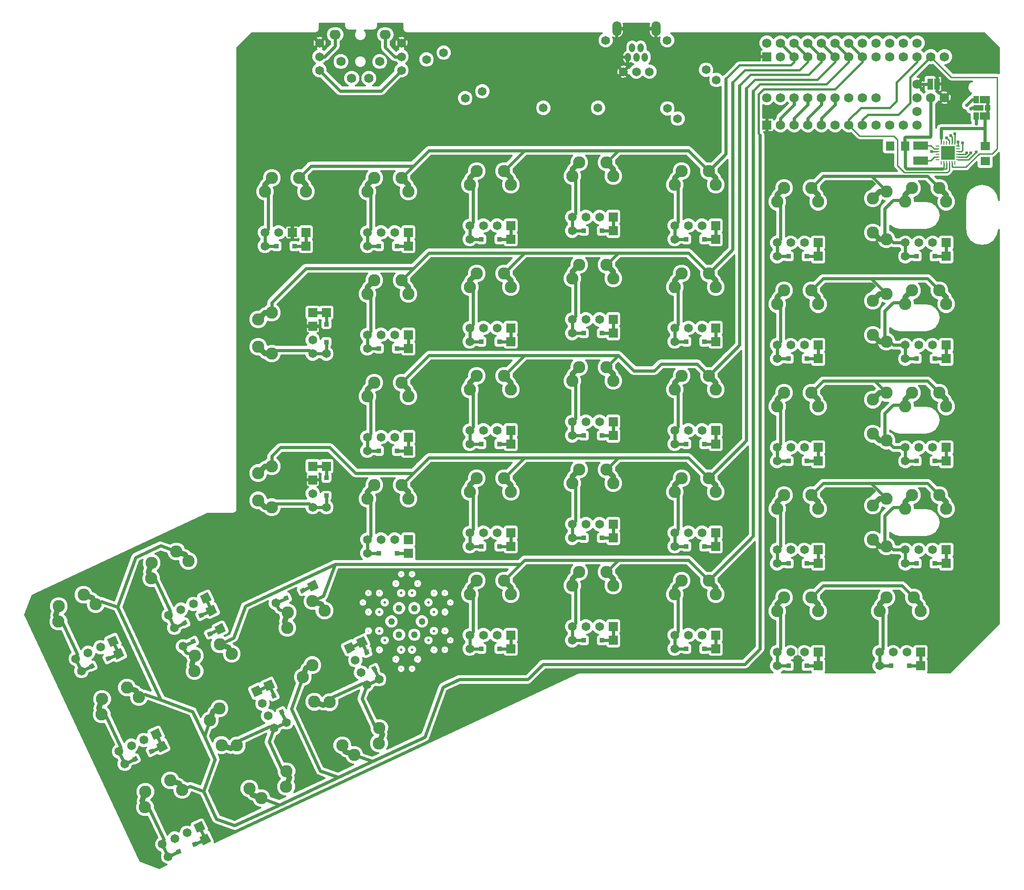
<source format=gbl>
G04 (created by PCBNEW (2013-07-07 BZR 4022)-stable) date 17/11/2013 1:14:26 PM*
%MOIN*%
G04 Gerber Fmt 3.4, Leading zero omitted, Abs format*
%FSLAX34Y34*%
G01*
G70*
G90*
G04 APERTURE LIST*
%ADD10C,0.00590551*%
%ADD11C,0.024*%
%ADD12C,0.09*%
%ADD13C,0.067*%
%ADD14R,0.0748031X0.0531496*%
%ADD15R,0.0393701X0.0531496*%
%ADD16R,0.0748031X0.0393701*%
%ADD17R,0.0393701X0.0393701*%
%ADD18C,0.05*%
%ADD19C,0.02*%
%ADD20C,0.012*%
%ADD21C,0.008*%
%ADD22C,0.069*%
%ADD23R,0.069X0.069*%
%ADD24C,0.065*%
%ADD25R,0.065X0.065*%
%ADD26O,0.045X0.065*%
%ADD27O,0.067X0.11*%
%ADD28R,0.04X0.08*%
%ADD29O,0.081X0.069*%
%ADD30R,0.033X0.033*%
%ADD31R,0.106X0.063*%
%ADD32R,0.063X0.071*%
%ADD33R,0.071X0.063*%
%ADD34R,0.0275X0.0098*%
%ADD35R,0.0098X0.0275*%
%ADD36R,0.102362X0.102362*%
%ADD37C,0.0899*%
%ADD38C,0.0898*%
%ADD39C,0.024*%
%ADD40C,0.01*%
%ADD41C,0.04*%
%ADD42C,0.016*%
%ADD43C,0.0013*%
%ADD44C,0.012*%
G04 APERTURE END LIST*
G54D10*
G54D11*
X21000Y-57947D02*
X21766Y-57590D01*
X22953Y-57037D02*
X23719Y-56680D01*
X27797Y-54777D02*
X28563Y-54420D01*
X29750Y-53867D02*
X30516Y-53510D01*
X27000Y-28630D02*
X27845Y-28630D01*
X29155Y-28630D02*
X30000Y-28630D01*
X31500Y-36504D02*
X31500Y-35659D01*
X31500Y-34349D02*
X31500Y-33504D01*
X31500Y-47754D02*
X31500Y-46909D01*
X31500Y-45599D02*
X31500Y-44754D01*
X34500Y-28630D02*
X35345Y-28630D01*
X36655Y-28630D02*
X37500Y-28630D01*
X42000Y-28129D02*
X42845Y-28129D01*
X44155Y-28129D02*
X45000Y-28129D01*
X49500Y-27500D02*
X50345Y-27500D01*
X51655Y-27500D02*
X52500Y-27500D01*
X57000Y-28129D02*
X57845Y-28129D01*
X59155Y-28129D02*
X60000Y-28129D01*
X64500Y-29380D02*
X65345Y-29380D01*
X66655Y-29380D02*
X67500Y-29380D01*
X72000Y-59379D02*
X72845Y-59379D01*
X74155Y-59379D02*
X75000Y-59379D01*
X64500Y-59379D02*
X65345Y-59379D01*
X66655Y-59379D02*
X67500Y-59379D01*
X57000Y-58129D02*
X57845Y-58129D01*
X59155Y-58129D02*
X60000Y-58129D01*
X42000Y-58129D02*
X42845Y-58129D01*
X44155Y-58129D02*
X45000Y-58129D01*
X64500Y-51879D02*
X65345Y-51879D01*
X66655Y-51879D02*
X67500Y-51879D01*
X57000Y-50629D02*
X57845Y-50629D01*
X59155Y-50629D02*
X60000Y-50629D01*
X49500Y-50000D02*
X50345Y-50000D01*
X51655Y-50000D02*
X52500Y-50000D01*
X42000Y-50629D02*
X42845Y-50629D01*
X44155Y-50629D02*
X45000Y-50629D01*
X34500Y-51129D02*
X35345Y-51129D01*
X36655Y-51129D02*
X37500Y-51129D01*
X34500Y-36129D02*
X35345Y-36129D01*
X36655Y-36129D02*
X37500Y-36129D01*
X42000Y-35629D02*
X42845Y-35629D01*
X44155Y-35629D02*
X45000Y-35629D01*
X49500Y-35000D02*
X50345Y-35000D01*
X51655Y-35000D02*
X52500Y-35000D01*
X57000Y-35629D02*
X57845Y-35629D01*
X59155Y-35629D02*
X60000Y-35629D01*
X64500Y-36879D02*
X65345Y-36879D01*
X66655Y-36879D02*
X67500Y-36879D01*
X34500Y-43629D02*
X35345Y-43629D01*
X36655Y-43629D02*
X37500Y-43629D01*
X42000Y-43129D02*
X42845Y-43129D01*
X44155Y-43129D02*
X45000Y-43129D01*
X49500Y-42500D02*
X50345Y-42500D01*
X51655Y-42500D02*
X52500Y-42500D01*
X57000Y-43129D02*
X57845Y-43129D01*
X59155Y-43129D02*
X60000Y-43129D01*
X64500Y-44379D02*
X65345Y-44379D01*
X66655Y-44379D02*
X67500Y-44379D01*
X73875Y-44379D02*
X74720Y-44379D01*
X76030Y-44379D02*
X76875Y-44379D01*
X49500Y-57500D02*
X50345Y-57500D01*
X51655Y-57500D02*
X52500Y-57500D01*
X20366Y-56588D02*
X21132Y-56231D01*
X22319Y-55678D02*
X23085Y-55320D01*
X13569Y-59757D02*
X14335Y-59400D01*
X15522Y-58847D02*
X16288Y-58489D01*
X16738Y-66554D02*
X17504Y-66197D01*
X18691Y-65644D02*
X19457Y-65286D01*
X19908Y-73352D02*
X20674Y-72995D01*
X21861Y-72442D02*
X22627Y-72084D01*
X28564Y-63523D02*
X28207Y-62757D01*
X27654Y-61570D02*
X27296Y-60804D01*
X35361Y-60353D02*
X35004Y-59587D01*
X34451Y-58400D02*
X34093Y-57634D01*
X73875Y-29380D02*
X74720Y-29380D01*
X76030Y-29380D02*
X76875Y-29380D01*
X73875Y-36879D02*
X74720Y-36879D01*
X76030Y-36879D02*
X76875Y-36879D01*
X73875Y-51879D02*
X74720Y-51879D01*
X76030Y-51879D02*
X76875Y-51879D01*
G54D12*
X23689Y-57797D03*
X21845Y-59760D03*
G54D13*
X21815Y-60878D03*
X25440Y-59187D03*
G54D12*
X24564Y-58492D03*
X21876Y-58643D03*
G54D14*
X79716Y-19110D03*
X79716Y-17889D03*
G54D15*
X79066Y-19110D03*
X79066Y-17889D03*
G54D16*
X79244Y-18500D03*
G54D17*
X79893Y-18500D03*
G54D18*
X38495Y-56125D03*
X37935Y-55156D03*
X36816Y-55156D03*
X36255Y-56125D03*
X36815Y-57094D03*
X37934Y-57094D03*
G54D19*
X39375Y-55433D03*
X37775Y-54047D03*
X35776Y-54740D03*
X35375Y-56817D03*
X36975Y-58203D03*
X38974Y-57510D03*
X38975Y-54740D03*
X36976Y-54047D03*
X35375Y-55433D03*
X35775Y-57510D03*
X37774Y-58203D03*
X39374Y-56817D03*
G54D20*
X40175Y-55433D03*
X38175Y-53354D03*
X35376Y-54047D03*
X34575Y-56817D03*
X36575Y-58896D03*
X39374Y-58203D03*
X39375Y-54047D03*
X36576Y-53354D03*
X34575Y-55433D03*
X35375Y-58203D03*
X38174Y-58896D03*
X40174Y-56817D03*
G54D21*
X40575Y-54740D03*
X37775Y-52661D03*
X34576Y-54047D03*
X34175Y-57510D03*
X36975Y-59589D03*
X40174Y-58203D03*
X40175Y-54047D03*
X36976Y-52661D03*
X34175Y-54740D03*
X34575Y-58203D03*
X37774Y-59589D03*
X40575Y-57510D03*
G54D22*
X64750Y-14750D03*
X65750Y-14750D03*
X66750Y-14750D03*
X67750Y-14750D03*
X68750Y-14750D03*
X69750Y-14750D03*
X70750Y-14750D03*
X71750Y-14750D03*
X72750Y-14750D03*
X73750Y-14750D03*
X74750Y-14750D03*
X75750Y-14750D03*
X76750Y-14750D03*
G54D23*
X63750Y-14750D03*
G54D22*
X76750Y-17750D03*
X75750Y-17750D03*
X71750Y-17750D03*
X70750Y-17750D03*
X69750Y-17750D03*
X68750Y-17750D03*
X67750Y-17750D03*
X66750Y-17750D03*
X65750Y-17750D03*
X64750Y-17750D03*
X63750Y-17750D03*
G54D24*
X21000Y-57947D03*
G54D10*
G36*
X21686Y-57810D02*
X21547Y-57511D01*
X21846Y-57371D01*
X21985Y-57670D01*
X21686Y-57810D01*
X21686Y-57810D01*
G37*
G36*
X23562Y-57111D02*
X23287Y-56522D01*
X23876Y-56248D01*
X24151Y-56837D01*
X23562Y-57111D01*
X23562Y-57111D01*
G37*
G36*
X22873Y-57256D02*
X22734Y-56957D01*
X23033Y-56817D01*
X23172Y-57116D01*
X22873Y-57256D01*
X22873Y-57256D01*
G37*
G54D24*
X27797Y-54777D03*
G54D10*
G36*
X28483Y-54640D02*
X28344Y-54341D01*
X28643Y-54201D01*
X28782Y-54500D01*
X28483Y-54640D01*
X28483Y-54640D01*
G37*
G36*
X30359Y-53941D02*
X30084Y-53352D01*
X30673Y-53078D01*
X30948Y-53667D01*
X30359Y-53941D01*
X30359Y-53941D01*
G37*
G36*
X29670Y-54086D02*
X29531Y-53787D01*
X29830Y-53647D01*
X29969Y-53946D01*
X29670Y-54086D01*
X29670Y-54086D01*
G37*
G54D24*
X30500Y-46754D03*
G54D25*
X30500Y-45754D03*
G54D24*
X30500Y-35504D03*
G54D25*
X30500Y-34504D03*
G54D24*
X28000Y-27630D03*
G54D25*
X29000Y-27630D03*
G54D26*
X54820Y-14785D03*
X54505Y-14097D03*
X54190Y-14785D03*
X53875Y-14097D03*
X53560Y-14785D03*
G54D27*
X52754Y-12689D03*
X55626Y-12689D03*
G54D24*
X55140Y-15850D03*
X56440Y-13550D03*
X54190Y-15850D03*
X51940Y-13550D03*
X53240Y-15850D03*
G54D12*
X30486Y-54627D03*
X28642Y-56590D03*
G54D13*
X28612Y-57708D03*
X32237Y-56017D03*
G54D12*
X31361Y-55322D03*
X28673Y-55473D03*
X33533Y-65896D03*
X35377Y-63933D03*
G54D13*
X35407Y-62815D03*
X31782Y-64506D03*
G54D12*
X32658Y-65201D03*
X35346Y-65050D03*
X26735Y-69065D03*
X28579Y-67102D03*
G54D13*
X28609Y-65984D03*
X24984Y-67675D03*
G54D12*
X25860Y-68370D03*
X28548Y-68219D03*
G54D24*
X60039Y-16460D03*
X57210Y-19289D03*
X59289Y-15710D03*
X56460Y-18539D03*
X51375Y-18500D03*
X47375Y-18500D03*
X40085Y-14460D03*
X42914Y-17289D03*
X38835Y-14960D03*
X41664Y-17789D03*
X31000Y-15750D03*
X31000Y-14750D03*
X31000Y-13750D03*
X37000Y-15750D03*
X37000Y-14750D03*
X37000Y-13750D03*
G54D28*
X75700Y-16750D03*
X76200Y-16750D03*
G54D29*
X35810Y-13140D03*
G54D22*
X32560Y-15110D03*
X34610Y-16330D03*
G54D29*
X32150Y-13140D03*
G54D22*
X33350Y-16330D03*
X35400Y-15110D03*
G54D12*
X29500Y-23630D03*
X27000Y-24630D03*
G54D13*
X26500Y-25630D03*
X30500Y-25630D03*
G54D12*
X30000Y-24630D03*
X27500Y-23630D03*
G54D24*
X27000Y-27630D03*
G54D25*
X30000Y-27630D03*
G54D24*
X27000Y-28630D03*
G54D25*
X30000Y-28630D03*
G54D30*
X27845Y-28630D03*
X29155Y-28630D03*
G54D12*
X26500Y-34004D03*
X27500Y-36504D03*
G54D13*
X28500Y-37004D03*
X28500Y-33004D03*
G54D12*
X27500Y-33504D03*
X26500Y-36004D03*
G54D24*
X30500Y-36504D03*
G54D25*
X30500Y-33504D03*
G54D24*
X31500Y-36504D03*
G54D25*
X31500Y-33504D03*
G54D30*
X31500Y-35659D03*
X31500Y-34349D03*
G54D12*
X26500Y-45254D03*
X27500Y-47754D03*
G54D13*
X28500Y-48254D03*
X28500Y-44254D03*
G54D12*
X27500Y-44754D03*
X26500Y-47254D03*
G54D24*
X30500Y-47754D03*
G54D25*
X30500Y-44754D03*
G54D24*
X31500Y-47754D03*
G54D25*
X31500Y-44754D03*
G54D30*
X31500Y-46909D03*
X31500Y-45599D03*
G54D31*
X75000Y-22350D03*
X75000Y-21250D03*
G54D32*
X72757Y-21299D03*
X73857Y-21299D03*
G54D33*
X79724Y-22400D03*
X79724Y-21300D03*
G54D34*
X76252Y-22292D03*
X76252Y-22095D03*
X76252Y-21898D03*
X76252Y-21702D03*
X76252Y-21505D03*
X76252Y-21308D03*
G54D35*
X76508Y-21052D03*
X76705Y-21052D03*
X76902Y-21052D03*
X77098Y-21052D03*
X77295Y-21052D03*
X77492Y-21052D03*
G54D34*
X77748Y-21308D03*
X77748Y-21505D03*
X77748Y-21702D03*
X77748Y-21898D03*
X77748Y-22095D03*
X77748Y-22292D03*
G54D35*
X77492Y-22548D03*
X77295Y-22548D03*
X77098Y-22548D03*
X76902Y-22548D03*
X76705Y-22548D03*
X76508Y-22548D03*
G54D36*
X77000Y-21800D03*
G54D23*
X63750Y-19750D03*
G54D22*
X64750Y-19750D03*
X65750Y-19750D03*
X66750Y-19750D03*
X67750Y-19750D03*
X68750Y-19750D03*
X69750Y-19750D03*
X70750Y-19750D03*
X71750Y-19750D03*
X72750Y-19750D03*
X73750Y-19750D03*
X74750Y-19750D03*
X74750Y-13750D03*
X73750Y-13750D03*
X72750Y-13750D03*
X71750Y-13750D03*
X70750Y-13750D03*
X69750Y-13750D03*
X68750Y-13750D03*
X65750Y-13750D03*
X64750Y-13750D03*
X63750Y-13750D03*
X67750Y-13750D03*
X66750Y-13750D03*
X74750Y-18750D03*
X74750Y-17750D03*
X74750Y-16750D03*
G54D12*
X37000Y-23630D03*
X34500Y-24630D03*
G54D13*
X34000Y-25630D03*
X38000Y-25630D03*
G54D12*
X37500Y-24630D03*
X35000Y-23630D03*
G54D24*
X34500Y-27630D03*
G54D25*
X37500Y-27630D03*
G54D24*
X34500Y-28630D03*
G54D25*
X37500Y-28630D03*
G54D30*
X35345Y-28630D03*
X36655Y-28630D03*
G54D24*
X35500Y-27630D03*
X36500Y-27630D03*
G54D12*
X44500Y-23129D03*
X42000Y-24129D03*
G54D13*
X41500Y-25129D03*
X45500Y-25129D03*
G54D12*
X45000Y-24129D03*
X42500Y-23129D03*
G54D24*
X42000Y-27129D03*
G54D25*
X45000Y-27129D03*
G54D24*
X42000Y-28129D03*
G54D25*
X45000Y-28129D03*
G54D30*
X42845Y-28129D03*
X44155Y-28129D03*
G54D24*
X43000Y-27129D03*
X44000Y-27129D03*
G54D12*
X52000Y-22500D03*
X49500Y-23500D03*
G54D13*
X49000Y-24500D03*
X53000Y-24500D03*
G54D12*
X52500Y-23500D03*
X50000Y-22500D03*
G54D24*
X49500Y-26500D03*
G54D25*
X52500Y-26500D03*
G54D24*
X49500Y-27500D03*
G54D25*
X52500Y-27500D03*
G54D30*
X50345Y-27500D03*
X51655Y-27500D03*
G54D24*
X50500Y-26500D03*
X51500Y-26500D03*
G54D12*
X59500Y-23129D03*
X57000Y-24129D03*
G54D13*
X56500Y-25129D03*
X60500Y-25129D03*
G54D12*
X60000Y-24129D03*
X57500Y-23129D03*
G54D24*
X57000Y-27129D03*
G54D25*
X60000Y-27129D03*
G54D24*
X57000Y-28129D03*
G54D25*
X60000Y-28129D03*
G54D30*
X57845Y-28129D03*
X59155Y-28129D03*
G54D24*
X58000Y-27129D03*
X59000Y-27129D03*
G54D12*
X67000Y-24380D03*
X64500Y-25380D03*
G54D13*
X64000Y-26380D03*
X68000Y-26380D03*
G54D12*
X67500Y-25380D03*
X65000Y-24380D03*
G54D24*
X64500Y-28380D03*
G54D25*
X67500Y-28380D03*
G54D24*
X64500Y-29380D03*
G54D25*
X67500Y-29380D03*
G54D30*
X65345Y-29380D03*
X66655Y-29380D03*
G54D24*
X65500Y-28380D03*
X66500Y-28380D03*
G54D12*
X74500Y-54379D03*
X72000Y-55379D03*
G54D13*
X71500Y-56379D03*
X75500Y-56379D03*
G54D12*
X75000Y-55379D03*
X72500Y-54379D03*
G54D24*
X72000Y-58379D03*
G54D25*
X75000Y-58379D03*
G54D24*
X72000Y-59379D03*
G54D25*
X75000Y-59379D03*
G54D30*
X72845Y-59379D03*
X74155Y-59379D03*
G54D24*
X73000Y-58379D03*
X74000Y-58379D03*
G54D12*
X67000Y-54379D03*
X64500Y-55379D03*
G54D13*
X64000Y-56379D03*
X68000Y-56379D03*
G54D12*
X67500Y-55379D03*
X65000Y-54379D03*
G54D24*
X64500Y-58379D03*
G54D25*
X67500Y-58379D03*
G54D24*
X64500Y-59379D03*
G54D25*
X67500Y-59379D03*
G54D30*
X65345Y-59379D03*
X66655Y-59379D03*
G54D24*
X65500Y-58379D03*
X66500Y-58379D03*
G54D12*
X59500Y-53129D03*
X57000Y-54129D03*
G54D13*
X56500Y-55129D03*
X60500Y-55129D03*
G54D12*
X60000Y-54129D03*
X57500Y-53129D03*
G54D24*
X57000Y-57129D03*
G54D25*
X60000Y-57129D03*
G54D24*
X57000Y-58129D03*
G54D25*
X60000Y-58129D03*
G54D30*
X57845Y-58129D03*
X59155Y-58129D03*
G54D24*
X58000Y-57129D03*
X59000Y-57129D03*
G54D12*
X44500Y-53129D03*
X42000Y-54129D03*
G54D13*
X41500Y-55129D03*
X45500Y-55129D03*
G54D12*
X45000Y-54129D03*
X42500Y-53129D03*
G54D24*
X42000Y-57129D03*
G54D25*
X45000Y-57129D03*
G54D24*
X42000Y-58129D03*
G54D25*
X45000Y-58129D03*
G54D30*
X42845Y-58129D03*
X44155Y-58129D03*
G54D24*
X43000Y-57129D03*
X44000Y-57129D03*
G54D12*
X67000Y-46879D03*
X64500Y-47879D03*
G54D13*
X64000Y-48879D03*
X68000Y-48879D03*
G54D12*
X67500Y-47879D03*
X65000Y-46879D03*
G54D24*
X64500Y-50879D03*
G54D25*
X67500Y-50879D03*
G54D24*
X64500Y-51879D03*
G54D25*
X67500Y-51879D03*
G54D30*
X65345Y-51879D03*
X66655Y-51879D03*
G54D24*
X65500Y-50879D03*
X66500Y-50879D03*
G54D12*
X59500Y-45629D03*
X57000Y-46629D03*
G54D13*
X56500Y-47629D03*
X60500Y-47629D03*
G54D12*
X60000Y-46629D03*
X57500Y-45629D03*
G54D24*
X57000Y-49629D03*
G54D25*
X60000Y-49629D03*
G54D24*
X57000Y-50629D03*
G54D25*
X60000Y-50629D03*
G54D30*
X57845Y-50629D03*
X59155Y-50629D03*
G54D24*
X58000Y-49629D03*
X59000Y-49629D03*
G54D12*
X52000Y-45000D03*
X49500Y-46000D03*
G54D13*
X49000Y-47000D03*
X53000Y-47000D03*
G54D12*
X52500Y-46000D03*
X50000Y-45000D03*
G54D24*
X49500Y-49000D03*
G54D25*
X52500Y-49000D03*
G54D24*
X49500Y-50000D03*
G54D25*
X52500Y-50000D03*
G54D30*
X50345Y-50000D03*
X51655Y-50000D03*
G54D24*
X50500Y-49000D03*
X51500Y-49000D03*
G54D12*
X44500Y-45629D03*
X42000Y-46629D03*
G54D13*
X41500Y-47629D03*
X45500Y-47629D03*
G54D12*
X45000Y-46629D03*
X42500Y-45629D03*
G54D24*
X42000Y-49629D03*
G54D25*
X45000Y-49629D03*
G54D24*
X42000Y-50629D03*
G54D25*
X45000Y-50629D03*
G54D30*
X42845Y-50629D03*
X44155Y-50629D03*
G54D24*
X43000Y-49629D03*
X44000Y-49629D03*
G54D12*
X37000Y-46129D03*
X34500Y-47129D03*
G54D13*
X34000Y-48129D03*
X38000Y-48129D03*
G54D12*
X37500Y-47129D03*
X35000Y-46129D03*
G54D24*
X34500Y-50129D03*
G54D25*
X37500Y-50129D03*
G54D24*
X34500Y-51129D03*
G54D25*
X37500Y-51129D03*
G54D30*
X35345Y-51129D03*
X36655Y-51129D03*
G54D24*
X35500Y-50129D03*
X36500Y-50129D03*
G54D12*
X37000Y-31129D03*
X34500Y-32129D03*
G54D13*
X34000Y-33129D03*
X38000Y-33129D03*
G54D12*
X37500Y-32129D03*
X35000Y-31129D03*
G54D24*
X34500Y-35129D03*
G54D25*
X37500Y-35129D03*
G54D24*
X34500Y-36129D03*
G54D25*
X37500Y-36129D03*
G54D30*
X35345Y-36129D03*
X36655Y-36129D03*
G54D24*
X35500Y-35129D03*
X36500Y-35129D03*
G54D12*
X44500Y-30629D03*
X42000Y-31629D03*
G54D13*
X41500Y-32629D03*
X45500Y-32629D03*
G54D12*
X45000Y-31629D03*
X42500Y-30629D03*
G54D24*
X42000Y-34629D03*
G54D25*
X45000Y-34629D03*
G54D24*
X42000Y-35629D03*
G54D25*
X45000Y-35629D03*
G54D30*
X42845Y-35629D03*
X44155Y-35629D03*
G54D24*
X43000Y-34629D03*
X44000Y-34629D03*
G54D12*
X52000Y-30000D03*
X49500Y-31000D03*
G54D13*
X49000Y-32000D03*
X53000Y-32000D03*
G54D12*
X52500Y-31000D03*
X50000Y-30000D03*
G54D24*
X49500Y-34000D03*
G54D25*
X52500Y-34000D03*
G54D24*
X49500Y-35000D03*
G54D25*
X52500Y-35000D03*
G54D30*
X50345Y-35000D03*
X51655Y-35000D03*
G54D24*
X50500Y-34000D03*
X51500Y-34000D03*
G54D12*
X59500Y-30629D03*
X57000Y-31629D03*
G54D13*
X56500Y-32629D03*
X60500Y-32629D03*
G54D12*
X60000Y-31629D03*
X57500Y-30629D03*
G54D24*
X57000Y-34629D03*
G54D25*
X60000Y-34629D03*
G54D24*
X57000Y-35629D03*
G54D25*
X60000Y-35629D03*
G54D30*
X57845Y-35629D03*
X59155Y-35629D03*
G54D24*
X58000Y-34629D03*
X59000Y-34629D03*
G54D12*
X67000Y-31879D03*
X64500Y-32879D03*
G54D13*
X64000Y-33879D03*
X68000Y-33879D03*
G54D12*
X67500Y-32879D03*
X65000Y-31879D03*
G54D24*
X64500Y-35879D03*
G54D25*
X67500Y-35879D03*
G54D24*
X64500Y-36879D03*
G54D25*
X67500Y-36879D03*
G54D30*
X65345Y-36879D03*
X66655Y-36879D03*
G54D24*
X65500Y-35879D03*
X66500Y-35879D03*
G54D12*
X37000Y-38629D03*
X34500Y-39629D03*
G54D13*
X34000Y-40629D03*
X38000Y-40629D03*
G54D12*
X37500Y-39629D03*
X35000Y-38629D03*
G54D24*
X34500Y-42629D03*
G54D25*
X37500Y-42629D03*
G54D24*
X34500Y-43629D03*
G54D25*
X37500Y-43629D03*
G54D30*
X35345Y-43629D03*
X36655Y-43629D03*
G54D24*
X35500Y-42629D03*
X36500Y-42629D03*
G54D12*
X44500Y-38129D03*
X42000Y-39129D03*
G54D13*
X41500Y-40129D03*
X45500Y-40129D03*
G54D12*
X45000Y-39129D03*
X42500Y-38129D03*
G54D24*
X42000Y-42129D03*
G54D25*
X45000Y-42129D03*
G54D24*
X42000Y-43129D03*
G54D25*
X45000Y-43129D03*
G54D30*
X42845Y-43129D03*
X44155Y-43129D03*
G54D24*
X43000Y-42129D03*
X44000Y-42129D03*
G54D12*
X52000Y-37500D03*
X49500Y-38500D03*
G54D13*
X49000Y-39500D03*
X53000Y-39500D03*
G54D12*
X52500Y-38500D03*
X50000Y-37500D03*
G54D24*
X49500Y-41500D03*
G54D25*
X52500Y-41500D03*
G54D24*
X49500Y-42500D03*
G54D25*
X52500Y-42500D03*
G54D30*
X50345Y-42500D03*
X51655Y-42500D03*
G54D24*
X50500Y-41500D03*
X51500Y-41500D03*
G54D12*
X59500Y-38129D03*
X57000Y-39129D03*
G54D13*
X56500Y-40129D03*
X60500Y-40129D03*
G54D12*
X60000Y-39129D03*
X57500Y-38129D03*
G54D24*
X57000Y-42129D03*
G54D25*
X60000Y-42129D03*
G54D24*
X57000Y-43129D03*
G54D25*
X60000Y-43129D03*
G54D30*
X57845Y-43129D03*
X59155Y-43129D03*
G54D24*
X58000Y-42129D03*
X59000Y-42129D03*
G54D12*
X67000Y-39379D03*
X64500Y-40379D03*
G54D13*
X64000Y-41379D03*
X68000Y-41379D03*
G54D12*
X67500Y-40379D03*
X65000Y-39379D03*
G54D24*
X64500Y-43379D03*
G54D25*
X67500Y-43379D03*
G54D24*
X64500Y-44379D03*
G54D25*
X67500Y-44379D03*
G54D30*
X65345Y-44379D03*
X66655Y-44379D03*
G54D24*
X65500Y-43379D03*
X66500Y-43379D03*
G54D12*
X76375Y-39379D03*
X73875Y-40379D03*
G54D13*
X77375Y-41379D03*
G54D37*
X76875Y-40379D03*
G54D12*
X74375Y-39379D03*
G54D24*
X73875Y-43379D03*
G54D25*
X76875Y-43379D03*
G54D24*
X73875Y-44379D03*
G54D25*
X76875Y-44379D03*
G54D30*
X74720Y-44379D03*
X76030Y-44379D03*
G54D38*
X71500Y-39879D03*
X72500Y-39379D03*
X72500Y-42879D03*
X71500Y-42379D03*
G54D24*
X74875Y-43379D03*
X75875Y-43379D03*
G54D12*
X52000Y-52500D03*
X49500Y-53500D03*
G54D13*
X49000Y-54500D03*
X53000Y-54500D03*
G54D12*
X52500Y-53500D03*
X50000Y-52500D03*
G54D24*
X49500Y-56500D03*
G54D25*
X52500Y-56500D03*
G54D24*
X49500Y-57500D03*
G54D25*
X52500Y-57500D03*
G54D30*
X50345Y-57500D03*
X51655Y-57500D03*
G54D24*
X50500Y-56500D03*
X51500Y-56500D03*
G54D12*
X20519Y-51000D03*
X18675Y-52963D03*
G54D13*
X18645Y-54081D03*
X22270Y-52390D03*
G54D12*
X21394Y-51695D03*
X18706Y-51846D03*
G54D24*
X19943Y-55682D03*
G54D10*
G36*
X22505Y-54846D02*
X22230Y-54257D01*
X22819Y-53982D01*
X23094Y-54571D01*
X22505Y-54846D01*
X22505Y-54846D01*
G37*
G54D24*
X20366Y-56588D03*
G54D10*
G36*
X22928Y-55752D02*
X22653Y-55163D01*
X23242Y-54889D01*
X23517Y-55478D01*
X22928Y-55752D01*
X22928Y-55752D01*
G37*
G36*
X21052Y-56451D02*
X20912Y-56151D01*
X21212Y-56012D01*
X21351Y-56311D01*
X21052Y-56451D01*
X21052Y-56451D01*
G37*
G36*
X22239Y-55897D02*
X22100Y-55598D01*
X22399Y-55458D01*
X22538Y-55757D01*
X22239Y-55897D01*
X22239Y-55897D01*
G37*
G54D24*
X20850Y-55259D03*
X21756Y-54837D03*
G54D12*
X13722Y-54169D03*
X11878Y-56132D03*
G54D13*
X11848Y-57250D03*
X15473Y-55559D03*
G54D12*
X14597Y-54864D03*
X11909Y-55015D03*
G54D24*
X13146Y-58851D03*
G54D10*
G36*
X15708Y-58015D02*
X15433Y-57426D01*
X16022Y-57151D01*
X16297Y-57740D01*
X15708Y-58015D01*
X15708Y-58015D01*
G37*
G54D24*
X13569Y-59757D03*
G54D10*
G36*
X16131Y-58921D02*
X15856Y-58332D01*
X16445Y-58058D01*
X16720Y-58647D01*
X16131Y-58921D01*
X16131Y-58921D01*
G37*
G36*
X14255Y-59620D02*
X14115Y-59320D01*
X14415Y-59181D01*
X14554Y-59480D01*
X14255Y-59620D01*
X14255Y-59620D01*
G37*
G36*
X15442Y-59066D02*
X15303Y-58767D01*
X15602Y-58627D01*
X15741Y-58926D01*
X15442Y-59066D01*
X15442Y-59066D01*
G37*
G54D24*
X14053Y-58428D03*
X14959Y-58006D03*
G54D12*
X16891Y-60966D03*
X15047Y-62929D03*
G54D13*
X15017Y-64047D03*
X18642Y-62356D03*
G54D12*
X17766Y-61661D03*
X15078Y-61812D03*
G54D24*
X16315Y-65648D03*
G54D10*
G36*
X18877Y-64812D02*
X18602Y-64223D01*
X19191Y-63948D01*
X19466Y-64537D01*
X18877Y-64812D01*
X18877Y-64812D01*
G37*
G54D24*
X16738Y-66554D03*
G54D10*
G36*
X19300Y-65718D02*
X19025Y-65129D01*
X19614Y-64855D01*
X19889Y-65444D01*
X19300Y-65718D01*
X19300Y-65718D01*
G37*
G36*
X17424Y-66417D02*
X17284Y-66117D01*
X17584Y-65978D01*
X17723Y-66277D01*
X17424Y-66417D01*
X17424Y-66417D01*
G37*
G36*
X18611Y-65863D02*
X18472Y-65564D01*
X18771Y-65424D01*
X18910Y-65723D01*
X18611Y-65863D01*
X18611Y-65863D01*
G37*
G54D24*
X17222Y-65225D03*
X18128Y-64803D03*
G54D12*
X20061Y-67764D03*
X18217Y-69727D03*
G54D13*
X18187Y-70845D03*
X21812Y-69154D03*
G54D12*
X20936Y-68459D03*
X18248Y-68610D03*
G54D24*
X19485Y-72446D03*
G54D10*
G36*
X22047Y-71610D02*
X21772Y-71021D01*
X22361Y-70746D01*
X22636Y-71335D01*
X22047Y-71610D01*
X22047Y-71610D01*
G37*
G54D24*
X19908Y-73352D03*
G54D10*
G36*
X22470Y-72516D02*
X22195Y-71927D01*
X22784Y-71653D01*
X23059Y-72242D01*
X22470Y-72516D01*
X22470Y-72516D01*
G37*
G36*
X20594Y-73215D02*
X20454Y-72915D01*
X20754Y-72776D01*
X20893Y-73075D01*
X20594Y-73215D01*
X20594Y-73215D01*
G37*
G36*
X21781Y-72661D02*
X21642Y-72362D01*
X21941Y-72222D01*
X22080Y-72521D01*
X21781Y-72661D01*
X21781Y-72661D01*
G37*
G54D24*
X20392Y-72023D03*
X21298Y-71601D03*
G54D12*
X22976Y-63370D03*
X24939Y-65214D03*
G54D13*
X26057Y-65244D03*
X24366Y-61619D03*
G54D12*
X23671Y-62495D03*
X23822Y-65183D03*
G54D24*
X27658Y-63946D03*
G54D10*
G36*
X26822Y-61384D02*
X26233Y-61659D01*
X25958Y-61070D01*
X26547Y-60795D01*
X26822Y-61384D01*
X26822Y-61384D01*
G37*
G54D24*
X28564Y-63523D03*
G54D10*
G36*
X27728Y-60961D02*
X27139Y-61236D01*
X26865Y-60647D01*
X27454Y-60372D01*
X27728Y-60961D01*
X27728Y-60961D01*
G37*
G36*
X28427Y-62837D02*
X28127Y-62977D01*
X27988Y-62677D01*
X28287Y-62538D01*
X28427Y-62837D01*
X28427Y-62837D01*
G37*
G36*
X27873Y-61650D02*
X27574Y-61789D01*
X27434Y-61490D01*
X27733Y-61351D01*
X27873Y-61650D01*
X27873Y-61650D01*
G37*
G54D24*
X27235Y-63039D03*
X26813Y-62133D03*
G54D12*
X29773Y-60200D03*
X31736Y-62044D03*
G54D13*
X32854Y-62074D03*
X31163Y-58449D03*
G54D12*
X30468Y-59325D03*
X30619Y-62013D03*
G54D24*
X34455Y-60776D03*
G54D10*
G36*
X33619Y-58214D02*
X33030Y-58489D01*
X32755Y-57900D01*
X33344Y-57625D01*
X33619Y-58214D01*
X33619Y-58214D01*
G37*
G54D24*
X35361Y-60353D03*
G54D10*
G36*
X34525Y-57791D02*
X33936Y-58066D01*
X33662Y-57477D01*
X34251Y-57202D01*
X34525Y-57791D01*
X34525Y-57791D01*
G37*
G36*
X35224Y-59667D02*
X34924Y-59807D01*
X34785Y-59507D01*
X35084Y-59368D01*
X35224Y-59667D01*
X35224Y-59667D01*
G37*
G36*
X34670Y-58480D02*
X34371Y-58619D01*
X34231Y-58320D01*
X34530Y-58181D01*
X34670Y-58480D01*
X34670Y-58480D01*
G37*
G54D24*
X34032Y-59869D03*
X33610Y-58963D03*
G54D12*
X76375Y-24380D03*
X73875Y-25380D03*
G54D13*
X77375Y-26380D03*
G54D37*
X76875Y-25380D03*
G54D12*
X74375Y-24380D03*
G54D24*
X73875Y-28380D03*
G54D25*
X76875Y-28380D03*
G54D24*
X73875Y-29380D03*
G54D25*
X76875Y-29380D03*
G54D30*
X74720Y-29380D03*
X76030Y-29380D03*
G54D38*
X71500Y-25130D03*
X72500Y-24630D03*
X72500Y-28130D03*
X71500Y-27630D03*
G54D24*
X74875Y-28380D03*
X75875Y-28380D03*
G54D12*
X76375Y-31879D03*
X73875Y-32879D03*
G54D13*
X77375Y-33879D03*
G54D37*
X76875Y-32879D03*
G54D12*
X74375Y-31879D03*
G54D24*
X73875Y-35879D03*
G54D25*
X76875Y-35879D03*
G54D24*
X73875Y-36879D03*
G54D25*
X76875Y-36879D03*
G54D30*
X74720Y-36879D03*
X76030Y-36879D03*
G54D38*
X71500Y-32629D03*
X72500Y-32129D03*
X72500Y-35629D03*
X71500Y-35129D03*
G54D24*
X74875Y-35879D03*
X75875Y-35879D03*
G54D12*
X76375Y-46879D03*
X73875Y-47879D03*
G54D13*
X77375Y-48879D03*
G54D37*
X76875Y-47879D03*
G54D12*
X74375Y-46879D03*
G54D24*
X73875Y-50879D03*
G54D25*
X76875Y-50879D03*
G54D24*
X73875Y-51879D03*
G54D25*
X76875Y-51879D03*
G54D30*
X74720Y-51879D03*
X76030Y-51879D03*
G54D38*
X71500Y-47629D03*
X72500Y-47129D03*
X72500Y-50629D03*
X71500Y-50129D03*
G54D24*
X74875Y-50879D03*
X75875Y-50879D03*
G54D39*
X79066Y-21736D03*
X79066Y-19665D03*
X77750Y-21000D03*
X78661Y-21814D03*
X78661Y-18578D03*
X77492Y-20389D03*
X78366Y-18311D03*
X78366Y-21787D03*
X76901Y-20688D03*
X79716Y-20007D03*
G54D24*
X63250Y-59375D03*
G54D39*
X75797Y-21702D03*
X78055Y-21070D03*
G54D24*
X60500Y-14750D03*
X45875Y-20625D03*
G54D39*
X68625Y-21250D03*
G54D24*
X33500Y-21875D03*
X66000Y-58900D03*
G54D39*
X77208Y-20539D03*
G54D40*
X77748Y-22292D02*
X78511Y-22292D01*
X78511Y-22292D02*
X79066Y-21736D01*
G54D11*
X79066Y-19665D02*
X79066Y-19102D01*
G54D40*
X77748Y-21002D02*
X77748Y-21308D01*
X77750Y-21000D02*
X77748Y-21002D01*
G54D11*
X76875Y-28380D02*
X76875Y-29380D01*
X76875Y-50879D02*
X76875Y-51879D01*
X76875Y-43379D02*
X76875Y-44379D01*
X75000Y-58379D02*
X75000Y-59379D01*
X76875Y-35879D02*
X76875Y-36879D01*
X67500Y-35879D02*
X67500Y-36879D01*
X67500Y-58379D02*
X67500Y-59379D01*
X67500Y-28380D02*
X67500Y-29380D01*
X67500Y-50879D02*
X67500Y-51879D01*
X67500Y-43379D02*
X67500Y-44379D01*
X22627Y-72085D02*
X22205Y-71179D01*
X52500Y-56500D02*
X52500Y-57500D01*
X52500Y-34000D02*
X52500Y-35000D01*
X52500Y-41500D02*
X52500Y-42500D01*
X52500Y-26500D02*
X52500Y-27500D01*
X67750Y-19250D02*
X67750Y-19750D01*
X52500Y-49000D02*
X52500Y-50000D01*
X68750Y-18250D02*
X67750Y-19250D01*
X68750Y-17750D02*
X68750Y-18250D01*
X33188Y-58057D02*
X34095Y-57635D01*
X60000Y-34629D02*
X60000Y-35629D01*
X60000Y-27129D02*
X60000Y-28129D01*
X60000Y-57129D02*
X60000Y-58129D01*
X60000Y-49629D02*
X60000Y-50629D01*
X60000Y-42129D02*
X60000Y-43129D01*
X26391Y-61227D02*
X27297Y-60804D01*
X45000Y-34629D02*
X45000Y-35629D01*
X45000Y-49629D02*
X45000Y-50629D01*
X45000Y-42129D02*
X45000Y-43129D01*
X67750Y-18250D02*
X66750Y-19250D01*
X19458Y-65288D02*
X19035Y-64381D01*
X45000Y-57129D02*
X45000Y-58129D01*
X66750Y-19250D02*
X66750Y-19750D01*
X67750Y-17750D02*
X67750Y-18250D01*
X45000Y-27129D02*
X45000Y-28129D01*
X66750Y-17750D02*
X66750Y-18250D01*
X22663Y-54414D02*
X23085Y-55321D01*
X37500Y-35129D02*
X37500Y-36129D01*
X37500Y-42629D02*
X37500Y-43629D01*
X65750Y-19250D02*
X65750Y-19750D01*
X66750Y-18250D02*
X65750Y-19250D01*
X37500Y-27630D02*
X37500Y-28630D01*
X15865Y-57584D02*
X16288Y-58490D01*
X30000Y-27630D02*
X30000Y-28630D01*
X64750Y-19250D02*
X64750Y-19750D01*
X30500Y-33504D02*
X31500Y-33504D01*
X65750Y-18250D02*
X64750Y-19250D01*
X65750Y-17750D02*
X65750Y-18250D01*
X30500Y-44754D02*
X31500Y-44754D01*
G54D40*
X78381Y-22095D02*
X78661Y-21814D01*
X77748Y-22095D02*
X78381Y-22095D01*
G54D11*
X78661Y-18578D02*
X78744Y-18496D01*
X78744Y-18496D02*
X79244Y-18496D01*
G54D40*
X77492Y-21052D02*
X77492Y-20389D01*
X77492Y-20389D02*
X77492Y-20389D01*
X75000Y-22350D02*
X75750Y-22350D01*
X76005Y-22095D02*
X75750Y-22350D01*
X76005Y-22095D02*
X76252Y-22095D01*
X75000Y-21250D02*
X75750Y-21250D01*
X76005Y-21505D02*
X75750Y-21250D01*
X76005Y-21505D02*
X76252Y-21505D01*
G54D11*
X69750Y-13750D02*
X70750Y-14750D01*
X28928Y-62527D02*
X31041Y-67058D01*
X20937Y-68460D02*
X21503Y-68196D01*
X31041Y-67058D02*
X32370Y-67542D01*
X38714Y-64584D02*
X40044Y-60929D01*
X34862Y-66380D02*
X38714Y-64584D01*
G54D41*
X13722Y-54170D02*
X14386Y-54412D01*
G54D11*
X40044Y-60929D02*
X41232Y-60375D01*
G54D41*
X16891Y-60967D02*
X17556Y-61209D01*
G54D11*
X21709Y-62721D02*
X19383Y-61874D01*
X19356Y-50577D02*
X17544Y-51423D01*
G54D41*
X20726Y-68007D02*
X20937Y-68460D01*
G54D11*
X29775Y-60201D02*
X28928Y-62527D01*
G54D41*
X30016Y-59537D02*
X30470Y-59325D01*
X29775Y-60201D02*
X30016Y-59537D01*
X23219Y-62706D02*
X23672Y-62495D01*
G54D11*
X32370Y-67542D02*
X34862Y-66380D01*
X28065Y-69549D02*
X32370Y-67542D01*
G54D41*
X20061Y-67765D02*
X20726Y-68007D01*
G54D11*
X26736Y-69066D02*
X28065Y-69549D01*
X15051Y-54654D02*
X16214Y-55077D01*
X14598Y-54865D02*
X15051Y-54654D01*
X18220Y-61451D02*
X19383Y-61874D01*
X17767Y-61662D02*
X18220Y-61451D01*
X23451Y-70598D02*
X22500Y-68558D01*
X24780Y-71081D02*
X23451Y-70598D01*
X28065Y-69549D02*
X24780Y-71081D01*
X21503Y-68196D02*
X22500Y-68558D01*
X20519Y-51001D02*
X19356Y-50577D01*
G54D42*
X63500Y-17125D02*
X63125Y-17500D01*
G54D11*
X16214Y-55077D02*
X19383Y-61874D01*
G54D41*
X22977Y-63371D02*
X23219Y-62706D01*
G54D11*
X23346Y-66233D02*
X22554Y-64533D01*
X62125Y-59250D02*
X47375Y-59250D01*
X22554Y-64533D02*
X21709Y-62721D01*
X63250Y-20500D02*
X63250Y-58125D01*
G54D42*
X63125Y-17500D02*
X63125Y-20375D01*
X63125Y-20375D02*
X63250Y-20500D01*
X68750Y-17125D02*
X63500Y-17125D01*
G54D11*
X41232Y-60375D02*
X46250Y-60375D01*
X63250Y-58125D02*
X62125Y-59250D01*
G54D42*
X70750Y-15125D02*
X70750Y-14750D01*
G54D11*
X47375Y-59250D02*
X46250Y-60375D01*
G54D42*
X70750Y-15125D02*
X68750Y-17125D01*
G54D41*
X17556Y-61209D02*
X17767Y-61662D01*
G54D11*
X22977Y-63371D02*
X22554Y-64533D01*
X33534Y-65896D02*
X34862Y-66380D01*
G54D41*
X26736Y-69066D02*
X26072Y-68824D01*
X21184Y-51242D02*
X21395Y-51696D01*
X20519Y-51001D02*
X21184Y-51242D01*
G54D11*
X22500Y-68558D02*
X23346Y-66233D01*
G54D41*
X33534Y-65896D02*
X32869Y-65654D01*
X26072Y-68824D02*
X25860Y-68371D01*
X32869Y-65654D02*
X32658Y-65201D01*
G54D11*
X17544Y-51423D02*
X16214Y-55077D01*
G54D41*
X14386Y-54412D02*
X14598Y-54865D01*
X45000Y-53629D02*
X45000Y-54129D01*
X75000Y-54879D02*
X75000Y-55379D01*
G54D11*
X67875Y-53500D02*
X73621Y-53500D01*
G54D41*
X60000Y-53629D02*
X60000Y-54129D01*
G54D42*
X68100Y-16775D02*
X63225Y-16775D01*
G54D11*
X73621Y-53500D02*
X74500Y-54379D01*
X62750Y-49879D02*
X62750Y-17250D01*
X45627Y-52002D02*
X44500Y-53129D01*
X45696Y-51933D02*
X45627Y-52002D01*
G54D41*
X52000Y-52500D02*
X52500Y-53000D01*
G54D11*
X32126Y-51933D02*
X45696Y-51933D01*
G54D41*
X30486Y-54628D02*
X31151Y-54870D01*
G54D11*
X23689Y-57798D02*
X24708Y-57322D01*
X67000Y-54379D02*
X67000Y-54375D01*
G54D41*
X23689Y-57798D02*
X24353Y-58040D01*
X31151Y-54870D02*
X31362Y-55323D01*
G54D11*
X67000Y-54375D02*
X67875Y-53500D01*
X52875Y-51625D02*
X57996Y-51625D01*
X30486Y-54628D02*
X31279Y-54258D01*
X68750Y-13750D02*
X69750Y-14750D01*
X57996Y-51625D02*
X59500Y-53129D01*
X25555Y-54997D02*
X32126Y-51933D01*
G54D42*
X63225Y-16775D02*
X62750Y-17250D01*
G54D41*
X24353Y-58040D02*
X24565Y-58493D01*
G54D11*
X52875Y-51625D02*
X46004Y-51625D01*
X46004Y-51625D02*
X45696Y-51933D01*
X31279Y-54258D02*
X32126Y-51933D01*
G54D41*
X74500Y-54379D02*
X75000Y-54879D01*
X52500Y-53000D02*
X52500Y-53500D01*
G54D11*
X59500Y-53129D02*
X62750Y-49879D01*
G54D41*
X67000Y-54379D02*
X67500Y-54879D01*
X59500Y-53129D02*
X60000Y-53629D01*
X44500Y-53129D02*
X45000Y-53629D01*
G54D42*
X69750Y-14750D02*
X69750Y-15125D01*
G54D11*
X52000Y-52500D02*
X52875Y-51625D01*
G54D42*
X69750Y-15125D02*
X68100Y-16775D01*
G54D41*
X67500Y-54879D02*
X67500Y-55379D01*
G54D11*
X24708Y-57322D02*
X25555Y-54997D01*
X72500Y-47129D02*
X72500Y-47125D01*
X72500Y-47125D02*
X71375Y-46000D01*
G54D41*
X72500Y-47129D02*
X72000Y-47129D01*
X72000Y-47129D02*
X71500Y-47629D01*
G54D11*
X33625Y-45250D02*
X37879Y-45250D01*
G54D41*
X60000Y-46129D02*
X60000Y-46629D01*
G54D11*
X46004Y-44125D02*
X52875Y-44125D01*
G54D41*
X76375Y-46879D02*
X76875Y-47379D01*
G54D11*
X67875Y-46000D02*
X71375Y-46000D01*
X67000Y-46879D02*
X67000Y-46875D01*
X67000Y-46875D02*
X67875Y-46000D01*
X71375Y-46000D02*
X71425Y-46000D01*
X75496Y-46000D02*
X76375Y-46879D01*
X71621Y-46000D02*
X75496Y-46000D01*
X71425Y-46000D02*
X71621Y-46000D01*
G54D41*
X67000Y-46879D02*
X67500Y-47379D01*
X44500Y-45629D02*
X45000Y-46129D01*
G54D11*
X67750Y-13750D02*
X68750Y-14750D01*
X28125Y-43375D02*
X31750Y-43375D01*
X57996Y-44125D02*
X59500Y-45629D01*
G54D41*
X67500Y-47379D02*
X67500Y-47879D01*
G54D11*
X27500Y-44754D02*
X27500Y-44000D01*
G54D42*
X67450Y-16425D02*
X62875Y-16425D01*
G54D41*
X37000Y-46129D02*
X37500Y-46629D01*
G54D11*
X52875Y-44125D02*
X57996Y-44125D01*
X39004Y-44125D02*
X46004Y-44125D01*
G54D41*
X37500Y-46629D02*
X37500Y-47129D01*
G54D11*
X37000Y-46129D02*
X37879Y-45250D01*
X31750Y-43375D02*
X33625Y-45250D01*
G54D41*
X45000Y-46129D02*
X45000Y-46629D01*
G54D42*
X68750Y-14750D02*
X68750Y-15125D01*
G54D11*
X37879Y-45250D02*
X39004Y-44125D01*
X52000Y-45000D02*
X52875Y-44125D01*
G54D42*
X62875Y-16425D02*
X62250Y-17050D01*
G54D41*
X76875Y-47379D02*
X76875Y-47879D01*
G54D42*
X68750Y-15125D02*
X67450Y-16425D01*
G54D41*
X59500Y-45629D02*
X60000Y-46129D01*
G54D11*
X27500Y-44000D02*
X28125Y-43375D01*
G54D41*
X52000Y-45000D02*
X52500Y-45500D01*
X27000Y-44754D02*
X27500Y-44754D01*
G54D11*
X44500Y-45629D02*
X46004Y-44125D01*
X59500Y-45629D02*
X62250Y-42879D01*
G54D41*
X26500Y-45254D02*
X27000Y-44754D01*
X52500Y-45500D02*
X52500Y-46000D01*
G54D11*
X62250Y-42879D02*
X62250Y-17050D01*
G54D41*
X72500Y-39379D02*
X72000Y-39379D01*
X72000Y-39379D02*
X71500Y-39879D01*
G54D11*
X72500Y-39379D02*
X71621Y-38500D01*
X44500Y-38129D02*
X46004Y-36625D01*
G54D41*
X44500Y-38129D02*
X45000Y-38629D01*
X67000Y-39379D02*
X67500Y-39879D01*
G54D42*
X67750Y-15125D02*
X66800Y-16075D01*
G54D41*
X59500Y-38129D02*
X60000Y-38629D01*
X37500Y-39129D02*
X37500Y-39629D01*
X52000Y-37500D02*
X52500Y-38000D01*
G54D11*
X66750Y-13750D02*
X67750Y-14750D01*
G54D41*
X60000Y-38629D02*
X60000Y-39129D01*
G54D11*
X67000Y-39379D02*
X67000Y-39375D01*
X61750Y-35879D02*
X61750Y-16875D01*
X52875Y-36625D02*
X54000Y-37750D01*
G54D42*
X67750Y-14750D02*
X67750Y-15125D01*
G54D11*
X52000Y-37500D02*
X52875Y-36625D01*
X59500Y-38125D02*
X58625Y-37250D01*
G54D42*
X66800Y-16075D02*
X62550Y-16075D01*
G54D11*
X39004Y-36625D02*
X46004Y-36625D01*
G54D41*
X37000Y-38629D02*
X37500Y-39129D01*
G54D11*
X59500Y-38129D02*
X61750Y-35879D01*
X67000Y-39375D02*
X67875Y-38500D01*
X67875Y-38500D02*
X71621Y-38500D01*
G54D41*
X67500Y-39879D02*
X67500Y-40379D01*
X52500Y-38000D02*
X52500Y-38500D01*
G54D11*
X54000Y-37750D02*
X55500Y-37750D01*
G54D41*
X45000Y-38629D02*
X45000Y-39129D01*
G54D42*
X62550Y-16075D02*
X61750Y-16875D01*
G54D11*
X71621Y-38500D02*
X75496Y-38500D01*
X56000Y-37250D02*
X58625Y-37250D01*
X37000Y-38629D02*
X39004Y-36625D01*
X75496Y-38500D02*
X76375Y-39379D01*
X46004Y-36625D02*
X52875Y-36625D01*
X55500Y-37750D02*
X56000Y-37250D01*
G54D41*
X76375Y-39379D02*
X76875Y-39879D01*
X76875Y-39879D02*
X76875Y-40379D01*
G54D11*
X59500Y-38129D02*
X59500Y-38125D01*
G54D41*
X72500Y-32129D02*
X72000Y-32129D01*
X72000Y-32129D02*
X71500Y-32629D01*
G54D11*
X72500Y-32129D02*
X72500Y-32125D01*
X72500Y-32125D02*
X71375Y-31000D01*
G54D42*
X66150Y-15725D02*
X62150Y-15725D01*
X66750Y-14750D02*
X66750Y-15125D01*
G54D11*
X75496Y-31000D02*
X76375Y-31879D01*
X67000Y-31879D02*
X67000Y-31875D01*
G54D41*
X45000Y-31129D02*
X45000Y-31629D01*
X76875Y-32379D02*
X76875Y-32879D01*
X26500Y-34004D02*
X27000Y-33504D01*
G54D11*
X59500Y-30629D02*
X61250Y-28879D01*
G54D41*
X52000Y-30000D02*
X52500Y-30500D01*
X76375Y-31879D02*
X76875Y-32379D01*
X59500Y-30629D02*
X60000Y-31129D01*
G54D11*
X57996Y-29125D02*
X59500Y-30629D01*
X27500Y-33504D02*
X27500Y-32750D01*
G54D42*
X62150Y-15725D02*
X61250Y-16625D01*
X66750Y-15125D02*
X66150Y-15725D01*
G54D11*
X52000Y-30000D02*
X52875Y-29125D01*
X52875Y-29125D02*
X57996Y-29125D01*
X65750Y-13750D02*
X66750Y-14750D01*
G54D41*
X52500Y-30500D02*
X52500Y-31000D01*
X44500Y-30629D02*
X45000Y-31129D01*
G54D11*
X30000Y-30250D02*
X37879Y-30250D01*
X71621Y-31000D02*
X75496Y-31000D01*
G54D41*
X67500Y-32379D02*
X67500Y-32879D01*
G54D11*
X44500Y-30629D02*
X46004Y-29125D01*
X39004Y-29125D02*
X46004Y-29125D01*
X61250Y-28879D02*
X61250Y-16625D01*
X27500Y-32750D02*
X30000Y-30250D01*
G54D41*
X67000Y-31879D02*
X67500Y-32379D01*
G54D11*
X37000Y-31129D02*
X39004Y-29125D01*
G54D41*
X60000Y-31129D02*
X60000Y-31629D01*
X37500Y-31629D02*
X37500Y-32129D01*
X37000Y-31129D02*
X37500Y-31629D01*
G54D11*
X67000Y-31875D02*
X67875Y-31000D01*
X37000Y-31129D02*
X37879Y-30250D01*
G54D41*
X27000Y-33504D02*
X27500Y-33504D01*
G54D11*
X67875Y-31000D02*
X71375Y-31000D01*
X71375Y-31000D02*
X71621Y-31000D01*
X46004Y-29125D02*
X52875Y-29125D01*
G54D41*
X72500Y-24630D02*
X72000Y-24630D01*
X72000Y-24630D02*
X71500Y-25130D01*
G54D11*
X72500Y-24630D02*
X72500Y-24600D01*
X72500Y-24600D02*
X71400Y-23500D01*
X30380Y-22750D02*
X37875Y-22750D01*
X67880Y-23500D02*
X71400Y-23500D01*
X67000Y-24380D02*
X67880Y-23500D01*
X71400Y-23500D02*
X71620Y-23500D01*
X75495Y-23500D02*
X76375Y-24380D01*
X71620Y-23500D02*
X75495Y-23500D01*
G54D41*
X60000Y-23629D02*
X60000Y-24129D01*
X76375Y-24380D02*
X76875Y-24880D01*
X52000Y-22500D02*
X52500Y-23000D01*
X76875Y-24880D02*
X76875Y-25380D01*
G54D11*
X46000Y-21625D02*
X52875Y-21625D01*
X57996Y-21625D02*
X59500Y-23129D01*
G54D42*
X61750Y-15375D02*
X60750Y-16375D01*
G54D11*
X52000Y-22500D02*
X52875Y-21625D01*
X64750Y-13750D02*
X65750Y-14750D01*
X37875Y-22750D02*
X39000Y-21625D01*
G54D41*
X44500Y-23129D02*
X45000Y-23629D01*
X67000Y-24380D02*
X67500Y-24880D01*
G54D11*
X44500Y-23125D02*
X46000Y-21625D01*
X60750Y-16375D02*
X60750Y-21879D01*
G54D41*
X37000Y-23630D02*
X37500Y-24130D01*
G54D11*
X29500Y-23630D02*
X30380Y-22750D01*
G54D41*
X59500Y-23129D02*
X60000Y-23629D01*
G54D42*
X65750Y-14750D02*
X65750Y-15125D01*
G54D41*
X37500Y-24130D02*
X37500Y-24630D01*
G54D11*
X60750Y-21879D02*
X59500Y-23129D01*
X37000Y-23630D02*
X37000Y-23625D01*
G54D41*
X52500Y-23000D02*
X52500Y-23500D01*
X67500Y-24880D02*
X67500Y-25380D01*
G54D11*
X37000Y-23625D02*
X37875Y-22750D01*
X44500Y-23129D02*
X44500Y-23125D01*
X52875Y-21625D02*
X57996Y-21625D01*
G54D41*
X45000Y-23629D02*
X45000Y-24129D01*
X30000Y-24130D02*
X30000Y-24630D01*
G54D11*
X39000Y-21625D02*
X46000Y-21625D01*
G54D42*
X65750Y-15125D02*
X65500Y-15375D01*
G54D41*
X29500Y-23630D02*
X30000Y-24130D01*
G54D42*
X65500Y-15375D02*
X61750Y-15375D01*
G54D40*
X78255Y-21898D02*
X78366Y-21787D01*
X77748Y-21898D02*
X78255Y-21898D01*
X78366Y-21787D02*
X78366Y-21826D01*
G54D11*
X78366Y-18311D02*
X78366Y-18291D01*
X78767Y-17889D02*
X79090Y-17889D01*
X78366Y-18291D02*
X78767Y-17889D01*
G54D40*
X77098Y-20885D02*
X76901Y-20688D01*
X77098Y-21052D02*
X77098Y-20885D01*
X73031Y-20551D02*
X70551Y-20551D01*
X69750Y-19750D02*
X70551Y-20551D01*
X73307Y-20826D02*
X73031Y-20551D01*
X76955Y-23222D02*
X73813Y-23222D01*
X73813Y-23222D02*
X73307Y-22716D01*
X73307Y-22716D02*
X73307Y-20826D01*
G54D42*
X72749Y-18500D02*
X70625Y-18500D01*
X69750Y-19375D02*
X69750Y-19750D01*
X74750Y-15125D02*
X73250Y-16625D01*
X70625Y-18500D02*
X69750Y-19375D01*
X73250Y-17999D02*
X72749Y-18500D01*
X73250Y-16625D02*
X73250Y-17999D01*
X74750Y-14750D02*
X74750Y-15125D01*
G54D40*
X77098Y-23079D02*
X77098Y-22548D01*
X77098Y-23079D02*
X76955Y-23222D01*
X77295Y-22834D02*
X78307Y-22834D01*
X80236Y-21850D02*
X80600Y-21486D01*
X79291Y-21850D02*
X80236Y-21850D01*
X78307Y-22834D02*
X79291Y-21850D01*
X77295Y-22834D02*
X77295Y-22834D01*
X77295Y-22548D02*
X77295Y-22834D01*
X75750Y-14900D02*
X75750Y-14750D01*
X77250Y-16250D02*
X75750Y-14750D01*
X80600Y-21486D02*
X80600Y-16250D01*
X80600Y-16250D02*
X77250Y-16250D01*
G54D42*
X74250Y-16250D02*
X74250Y-18125D01*
X75750Y-14750D02*
X75750Y-14750D01*
X73375Y-19000D02*
X71125Y-19000D01*
X71125Y-19000D02*
X70750Y-19375D01*
X75750Y-14750D02*
X74250Y-16250D01*
X70750Y-19375D02*
X70750Y-19750D01*
X74250Y-18125D02*
X73375Y-19000D01*
G54D11*
X79716Y-20007D02*
X79716Y-21292D01*
X76497Y-20015D02*
X79708Y-20015D01*
X79716Y-20007D02*
X79716Y-19122D01*
X79712Y-17893D02*
X79732Y-17913D01*
X79712Y-17874D02*
X79712Y-17893D01*
X79893Y-18055D02*
X79712Y-17874D01*
X79893Y-18944D02*
X79893Y-18055D01*
X79716Y-19122D02*
X79893Y-18944D01*
X76497Y-20707D02*
X76497Y-20015D01*
X79711Y-20012D02*
X79716Y-20007D01*
G54D40*
X76508Y-21052D02*
X76508Y-20696D01*
G54D43*
X64000Y-56379D02*
X63750Y-56629D01*
X63750Y-58875D02*
X63250Y-59375D01*
X63750Y-56629D02*
X63750Y-58875D01*
G54D40*
X76252Y-21702D02*
X75798Y-21702D01*
X77748Y-21702D02*
X77979Y-21702D01*
X77979Y-21702D02*
X78055Y-21625D01*
X78055Y-21625D02*
X78055Y-21070D01*
G54D11*
X74750Y-16750D02*
X75700Y-16750D01*
G54D43*
X28500Y-25630D02*
X28500Y-23000D01*
X29625Y-21875D02*
X33500Y-21875D01*
G54D11*
X53240Y-15850D02*
X52765Y-15375D01*
X52765Y-15375D02*
X52750Y-15375D01*
X53240Y-15850D02*
X52965Y-16125D01*
G54D43*
X66000Y-26380D02*
X66000Y-23875D01*
G54D11*
X52965Y-16125D02*
X52750Y-16125D01*
G54D43*
X66000Y-23875D02*
X68625Y-21250D01*
X66000Y-56379D02*
X66000Y-58900D01*
X28500Y-23000D02*
X29625Y-21875D01*
G54D11*
X36500Y-14750D02*
X37000Y-14750D01*
X35810Y-13140D02*
X35810Y-14060D01*
X35810Y-14060D02*
X36500Y-14750D01*
X31375Y-14750D02*
X31000Y-14750D01*
X32150Y-13140D02*
X32150Y-13975D01*
X32150Y-13975D02*
X31375Y-14750D01*
X12211Y-56254D02*
X13267Y-58520D01*
X13147Y-58852D02*
X13569Y-59758D01*
G54D41*
X11909Y-55015D02*
X11667Y-55680D01*
G54D11*
X13267Y-58520D02*
X13147Y-58852D01*
X11879Y-56133D02*
X12211Y-56254D01*
G54D41*
X11667Y-55680D02*
X11879Y-56133D01*
X72500Y-50629D02*
X72000Y-50629D01*
X72000Y-50629D02*
X71500Y-50129D01*
G54D11*
X73746Y-47750D02*
X73875Y-47879D01*
X73875Y-50879D02*
X73875Y-51879D01*
X72500Y-50379D02*
X73000Y-50879D01*
G54D41*
X74375Y-46879D02*
X73875Y-47379D01*
G54D11*
X72375Y-48375D02*
X73000Y-47750D01*
X72375Y-50254D02*
X72375Y-48375D01*
X73000Y-50879D02*
X73875Y-50879D01*
X72500Y-50379D02*
X72375Y-50254D01*
G54D41*
X73875Y-47379D02*
X73875Y-47879D01*
G54D11*
X73000Y-47750D02*
X73746Y-47750D01*
G54D41*
X49500Y-45500D02*
X49500Y-46000D01*
G54D11*
X49750Y-46250D02*
X49750Y-48750D01*
X49750Y-48750D02*
X49500Y-49000D01*
G54D41*
X50000Y-45000D02*
X49500Y-45500D01*
G54D11*
X49500Y-49000D02*
X49500Y-50000D01*
X49500Y-46000D02*
X49750Y-46250D01*
X57000Y-49629D02*
X57000Y-50629D01*
X57250Y-46879D02*
X57250Y-49379D01*
X57250Y-49379D02*
X57000Y-49629D01*
G54D41*
X57500Y-45629D02*
X57000Y-46129D01*
G54D11*
X57000Y-46629D02*
X57250Y-46879D01*
G54D41*
X57000Y-46129D02*
X57000Y-46629D01*
X57500Y-53129D02*
X57000Y-53629D01*
G54D11*
X57000Y-57129D02*
X57000Y-58129D01*
X57250Y-54379D02*
X57250Y-56879D01*
X57250Y-56879D02*
X57000Y-57129D01*
X57000Y-54129D02*
X57250Y-54379D01*
G54D41*
X57000Y-53629D02*
X57000Y-54129D01*
X49500Y-53000D02*
X49500Y-53500D01*
X50000Y-52500D02*
X49500Y-53000D01*
G54D11*
X49750Y-53750D02*
X49750Y-56250D01*
X49750Y-56250D02*
X49500Y-56500D01*
X49500Y-53500D02*
X49750Y-53750D01*
X49500Y-56500D02*
X49500Y-57500D01*
G54D41*
X64500Y-47379D02*
X64500Y-47879D01*
G54D11*
X64750Y-50629D02*
X64500Y-50879D01*
X64750Y-48129D02*
X64750Y-50629D01*
X64500Y-50879D02*
X64500Y-51879D01*
X64500Y-47879D02*
X64750Y-48129D01*
G54D41*
X65000Y-46879D02*
X64500Y-47379D01*
X72000Y-54879D02*
X72000Y-55379D01*
G54D11*
X72250Y-55629D02*
X72250Y-58129D01*
G54D41*
X72500Y-54379D02*
X72000Y-54879D01*
G54D11*
X72250Y-58129D02*
X72000Y-58379D01*
X72000Y-55379D02*
X72250Y-55629D01*
X72000Y-58379D02*
X72000Y-59379D01*
G54D41*
X65000Y-54379D02*
X64500Y-54879D01*
G54D11*
X64750Y-58129D02*
X64500Y-58379D01*
G54D41*
X64500Y-54879D02*
X64500Y-55379D01*
G54D11*
X64750Y-55629D02*
X64750Y-58129D01*
X64500Y-55379D02*
X64750Y-55629D01*
X64500Y-58379D02*
X64500Y-59379D01*
X18218Y-69728D02*
X18550Y-69849D01*
X18550Y-69849D02*
X19607Y-72114D01*
X19607Y-72114D02*
X19486Y-72447D01*
X19486Y-72447D02*
X19908Y-73353D01*
G54D41*
X18248Y-68610D02*
X18007Y-69274D01*
X18007Y-69274D02*
X18218Y-69728D01*
G54D11*
X15048Y-62930D02*
X15381Y-63051D01*
X15381Y-63051D02*
X16437Y-65317D01*
G54D41*
X14837Y-62477D02*
X15048Y-62930D01*
X15079Y-61813D02*
X14837Y-62477D01*
G54D11*
X16316Y-65649D02*
X16739Y-66556D01*
X16437Y-65317D02*
X16316Y-65649D01*
G54D41*
X18465Y-52510D02*
X18676Y-52963D01*
X18706Y-51846D02*
X18465Y-52510D01*
G54D11*
X20065Y-55350D02*
X19944Y-55682D01*
X18676Y-52963D02*
X19008Y-53084D01*
X19008Y-53084D02*
X20065Y-55350D01*
X19944Y-55682D02*
X20366Y-56589D01*
G54D41*
X21876Y-58643D02*
X21634Y-59308D01*
G54D11*
X21212Y-58401D02*
X21876Y-58643D01*
X21000Y-57948D02*
X21212Y-58401D01*
G54D41*
X21634Y-59308D02*
X21846Y-59761D01*
G54D11*
X42250Y-54379D02*
X42250Y-56879D01*
G54D41*
X42000Y-53629D02*
X42000Y-54129D01*
X42500Y-53129D02*
X42000Y-53629D01*
G54D11*
X42000Y-57129D02*
X42000Y-58129D01*
X42000Y-54129D02*
X42250Y-54379D01*
X42250Y-56879D02*
X42000Y-57129D01*
X27798Y-54778D02*
X28009Y-55232D01*
X28009Y-55232D02*
X28673Y-55473D01*
G54D41*
X28432Y-56138D02*
X28643Y-56591D01*
X28673Y-55473D02*
X28432Y-56138D01*
X50000Y-37500D02*
X49500Y-38000D01*
G54D11*
X49500Y-41500D02*
X49500Y-42500D01*
X49750Y-41250D02*
X49500Y-41500D01*
X49500Y-38500D02*
X49750Y-38750D01*
X49750Y-38750D02*
X49750Y-41250D01*
G54D41*
X49500Y-38000D02*
X49500Y-38500D01*
G54D11*
X64500Y-28380D02*
X64500Y-29380D01*
G54D41*
X64500Y-24880D02*
X64500Y-25380D01*
G54D11*
X64500Y-25380D02*
X64750Y-25630D01*
G54D41*
X65000Y-24380D02*
X64500Y-24880D01*
G54D11*
X64750Y-25630D02*
X64750Y-28130D01*
X64750Y-28130D02*
X64500Y-28380D01*
G54D41*
X72500Y-28130D02*
X72000Y-28130D01*
X72000Y-28130D02*
X71500Y-27630D01*
X74375Y-24380D02*
X73875Y-24880D01*
G54D11*
X73000Y-28380D02*
X73875Y-28380D01*
X72500Y-27880D02*
X72375Y-27755D01*
X72500Y-27880D02*
X73000Y-28380D01*
G54D41*
X73875Y-24880D02*
X73875Y-25380D01*
G54D11*
X73745Y-25250D02*
X73875Y-25380D01*
X73000Y-25250D02*
X73745Y-25250D01*
X73875Y-28380D02*
X73875Y-29380D01*
X72375Y-25875D02*
X73000Y-25250D01*
X72375Y-27755D02*
X72375Y-25875D01*
G54D41*
X72500Y-35629D02*
X72000Y-35629D01*
X72000Y-35629D02*
X71500Y-35129D01*
G54D11*
X72375Y-33375D02*
X73000Y-32750D01*
X72500Y-35379D02*
X72375Y-35254D01*
X73000Y-32750D02*
X73746Y-32750D01*
G54D41*
X74375Y-31879D02*
X73875Y-32379D01*
X73875Y-32379D02*
X73875Y-32879D01*
G54D11*
X72375Y-35254D02*
X72375Y-33375D01*
X72500Y-35379D02*
X73000Y-35879D01*
X73875Y-35879D02*
X73875Y-36879D01*
X73000Y-35879D02*
X73875Y-35879D01*
X73746Y-32750D02*
X73875Y-32879D01*
G54D41*
X72500Y-42879D02*
X72000Y-42879D01*
X72000Y-42879D02*
X71500Y-42379D01*
G54D11*
X73000Y-40250D02*
X73746Y-40250D01*
X73746Y-40250D02*
X73875Y-40379D01*
X72500Y-42879D02*
X72375Y-42754D01*
G54D41*
X74375Y-39379D02*
X73875Y-39879D01*
G54D11*
X73875Y-43379D02*
X73875Y-44379D01*
G54D41*
X73875Y-39879D02*
X73875Y-40379D01*
G54D11*
X72500Y-42879D02*
X73000Y-43379D01*
X72375Y-42754D02*
X72375Y-40875D01*
X72375Y-40875D02*
X73000Y-40250D01*
X73000Y-43379D02*
X73875Y-43379D01*
G54D41*
X64500Y-39879D02*
X64500Y-40379D01*
G54D11*
X64500Y-40379D02*
X64750Y-40629D01*
X64500Y-43379D02*
X64500Y-44379D01*
X64750Y-43129D02*
X64500Y-43379D01*
G54D41*
X65000Y-39379D02*
X64500Y-39879D01*
G54D11*
X64750Y-40629D02*
X64750Y-43129D01*
X57250Y-39379D02*
X57250Y-41879D01*
X57250Y-41879D02*
X57000Y-42129D01*
G54D41*
X57000Y-38629D02*
X57000Y-39129D01*
X57500Y-38129D02*
X57000Y-38629D01*
G54D11*
X57000Y-42129D02*
X57000Y-43129D01*
X57000Y-39129D02*
X57250Y-39379D01*
G54D41*
X30620Y-62014D02*
X31284Y-62255D01*
G54D11*
X31858Y-61712D02*
X34124Y-60655D01*
G54D41*
X35346Y-65051D02*
X35588Y-64386D01*
G54D11*
X35044Y-63812D02*
X35377Y-63933D01*
X34456Y-60776D02*
X34094Y-61773D01*
G54D41*
X35588Y-64386D02*
X35377Y-63933D01*
G54D11*
X34124Y-60655D02*
X34456Y-60776D01*
X34094Y-61773D02*
X35044Y-63812D01*
G54D41*
X31284Y-62255D02*
X31737Y-62044D01*
G54D11*
X31737Y-62044D02*
X31858Y-61712D01*
X34456Y-60776D02*
X35363Y-60354D01*
X64750Y-35629D02*
X64500Y-35879D01*
X64500Y-35879D02*
X64500Y-36879D01*
X64750Y-33129D02*
X64750Y-35629D01*
G54D41*
X64500Y-32379D02*
X64500Y-32879D01*
X65000Y-31879D02*
X64500Y-32379D01*
G54D11*
X64500Y-32879D02*
X64750Y-33129D01*
X42250Y-41879D02*
X42000Y-42129D01*
X42000Y-39129D02*
X42250Y-39379D01*
G54D41*
X42000Y-38629D02*
X42000Y-39129D01*
X42500Y-38129D02*
X42000Y-38629D01*
G54D11*
X42250Y-39379D02*
X42250Y-41879D01*
X42000Y-42129D02*
X42000Y-43129D01*
G54D41*
X35000Y-38629D02*
X34500Y-39129D01*
G54D11*
X34500Y-42629D02*
X34500Y-43629D01*
X34500Y-39629D02*
X34750Y-39879D01*
G54D41*
X34500Y-39129D02*
X34500Y-39629D01*
G54D11*
X34750Y-39879D02*
X34750Y-42379D01*
X34750Y-42379D02*
X34500Y-42629D01*
X30500Y-47754D02*
X31500Y-47754D01*
G54D41*
X27000Y-47754D02*
X27500Y-47754D01*
G54D11*
X27500Y-47754D02*
X27754Y-47500D01*
G54D41*
X26500Y-47254D02*
X27000Y-47754D01*
G54D11*
X30246Y-47500D02*
X30500Y-47754D01*
X27754Y-47500D02*
X30246Y-47500D01*
G54D41*
X34500Y-46629D02*
X34500Y-47129D01*
G54D11*
X34750Y-47379D02*
X34750Y-49879D01*
X34500Y-47129D02*
X34750Y-47379D01*
X34500Y-50129D02*
X34750Y-49879D01*
G54D41*
X35000Y-46129D02*
X34500Y-46629D01*
G54D11*
X34500Y-50129D02*
X34500Y-51129D01*
G54D41*
X42000Y-46129D02*
X42000Y-46629D01*
G54D11*
X42000Y-46629D02*
X42250Y-46879D01*
X42250Y-46879D02*
X42250Y-49379D01*
X42250Y-49379D02*
X42000Y-49629D01*
G54D41*
X42500Y-45629D02*
X42000Y-46129D01*
G54D11*
X42000Y-49629D02*
X42000Y-50629D01*
X42000Y-27129D02*
X42000Y-28129D01*
X42000Y-24129D02*
X42250Y-24379D01*
X42250Y-24379D02*
X42250Y-26879D01*
G54D41*
X42000Y-23629D02*
X42000Y-24129D01*
G54D11*
X42250Y-26879D02*
X42000Y-27129D01*
G54D41*
X42500Y-23129D02*
X42000Y-23629D01*
G54D11*
X27250Y-27380D02*
X27000Y-27630D01*
G54D41*
X27500Y-23630D02*
X27000Y-24130D01*
G54D11*
X27000Y-27630D02*
X27000Y-28630D01*
X27000Y-24630D02*
X27250Y-24880D01*
X27250Y-24880D02*
X27250Y-27380D01*
G54D41*
X27000Y-24130D02*
X27000Y-24630D01*
G54D11*
X30246Y-36250D02*
X30500Y-36504D01*
X27754Y-36250D02*
X30246Y-36250D01*
G54D41*
X26500Y-36004D02*
X27000Y-36504D01*
X27000Y-36504D02*
X27500Y-36504D01*
G54D11*
X27500Y-36504D02*
X27754Y-36250D01*
X30500Y-36504D02*
X31500Y-36504D01*
G54D41*
X35000Y-31129D02*
X34500Y-31629D01*
G54D11*
X34750Y-32379D02*
X34750Y-34879D01*
X34500Y-32129D02*
X34750Y-32379D01*
X34500Y-35129D02*
X34500Y-36129D01*
G54D41*
X34500Y-31629D02*
X34500Y-32129D01*
G54D11*
X34750Y-34879D02*
X34500Y-35129D01*
G54D41*
X35000Y-23630D02*
X34500Y-24130D01*
G54D11*
X34750Y-24880D02*
X34750Y-27380D01*
X34500Y-24630D02*
X34750Y-24880D01*
G54D41*
X34500Y-24130D02*
X34500Y-24630D01*
G54D11*
X34750Y-27380D02*
X34500Y-27630D01*
X34500Y-27630D02*
X34500Y-28630D01*
G54D41*
X50000Y-22500D02*
X49500Y-23000D01*
G54D11*
X49500Y-26500D02*
X49500Y-27500D01*
X49750Y-23750D02*
X49750Y-26250D01*
X49750Y-26250D02*
X49500Y-26500D01*
X49500Y-23500D02*
X49750Y-23750D01*
G54D41*
X49500Y-23000D02*
X49500Y-23500D01*
X50000Y-30000D02*
X49500Y-30500D01*
G54D11*
X49500Y-31000D02*
X49750Y-31250D01*
X49750Y-33750D02*
X49500Y-34000D01*
X49500Y-34000D02*
X49500Y-35000D01*
X49750Y-31250D02*
X49750Y-33750D01*
G54D41*
X49500Y-30500D02*
X49500Y-31000D01*
X42500Y-30629D02*
X42000Y-31129D01*
X42000Y-31129D02*
X42000Y-31629D01*
G54D11*
X42000Y-34629D02*
X42000Y-35629D01*
X42000Y-31629D02*
X42250Y-31879D01*
X42250Y-31879D02*
X42250Y-34379D01*
X42250Y-34379D02*
X42000Y-34629D01*
X57250Y-26879D02*
X57000Y-27129D01*
X57000Y-27129D02*
X57000Y-28129D01*
G54D41*
X57500Y-23129D02*
X57000Y-23629D01*
X57000Y-23629D02*
X57000Y-24129D01*
G54D11*
X57000Y-24129D02*
X57250Y-24379D01*
X57250Y-24379D02*
X57250Y-26879D01*
X57000Y-31629D02*
X57250Y-31879D01*
G54D41*
X57000Y-31129D02*
X57000Y-31629D01*
G54D11*
X57250Y-34379D02*
X57000Y-34629D01*
G54D41*
X57500Y-30629D02*
X57000Y-31129D01*
G54D11*
X57250Y-31879D02*
X57250Y-34379D01*
X57000Y-34629D02*
X57000Y-35629D01*
X25061Y-64882D02*
X27327Y-63825D01*
X27327Y-63825D02*
X27659Y-63946D01*
X27659Y-63946D02*
X28565Y-63523D01*
G54D41*
X24487Y-65425D02*
X24940Y-65214D01*
X28549Y-68220D02*
X28791Y-67556D01*
X28791Y-67556D02*
X28579Y-67103D01*
X23822Y-65183D02*
X24487Y-65425D01*
G54D11*
X24940Y-65214D02*
X25061Y-64882D01*
X27659Y-63946D02*
X27296Y-64943D01*
X28247Y-66982D02*
X28579Y-67103D01*
X27296Y-64943D02*
X28247Y-66982D01*
G54D40*
X77295Y-21052D02*
X77295Y-20625D01*
X77295Y-20625D02*
X77208Y-20539D01*
X76902Y-22548D02*
X76902Y-22948D01*
X76894Y-22955D02*
X76614Y-22955D01*
X76902Y-22948D02*
X76894Y-22955D01*
G54D11*
X73979Y-22955D02*
X76614Y-22955D01*
G54D40*
X76705Y-22864D02*
X76614Y-22955D01*
G54D11*
X73857Y-22833D02*
X73979Y-22955D01*
X73857Y-21299D02*
X73853Y-20658D01*
X75746Y-20576D02*
X75750Y-17750D01*
X75704Y-20618D02*
X75746Y-20576D01*
X73893Y-20618D02*
X75704Y-20618D01*
X73853Y-20658D02*
X73893Y-20618D01*
G54D40*
X76705Y-22548D02*
X76705Y-22864D01*
G54D11*
X73857Y-22833D02*
X73857Y-21299D01*
X32500Y-17250D02*
X35500Y-17250D01*
X37000Y-15750D02*
X35500Y-17250D01*
X32500Y-17250D02*
X31000Y-15750D01*
G54D10*
G36*
X28493Y-68929D02*
X28046Y-69138D01*
X27443Y-68919D01*
X27338Y-68663D01*
X27138Y-68463D01*
X26877Y-68355D01*
X26595Y-68355D01*
X26570Y-68365D01*
X26570Y-68229D01*
X26462Y-67968D01*
X26262Y-67768D01*
X26002Y-67660D01*
X25719Y-67660D01*
X25458Y-67767D01*
X25258Y-67967D01*
X25150Y-68228D01*
X25150Y-68510D01*
X25257Y-68771D01*
X25457Y-68971D01*
X25692Y-69069D01*
X25761Y-69163D01*
X25761Y-69163D01*
X25761Y-69163D01*
X25764Y-69164D01*
X25914Y-69256D01*
X26069Y-69312D01*
X26133Y-69466D01*
X26333Y-69666D01*
X26594Y-69775D01*
X26681Y-69775D01*
X24761Y-70670D01*
X23729Y-70294D01*
X22910Y-68540D01*
X23703Y-66363D01*
X23703Y-66362D01*
X23726Y-66216D01*
X23690Y-66072D01*
X23590Y-65856D01*
X23680Y-65893D01*
X23962Y-65893D01*
X24181Y-65803D01*
X24329Y-65857D01*
X24507Y-65884D01*
X24630Y-65854D01*
X24797Y-65923D01*
X25080Y-65924D01*
X25341Y-65816D01*
X25541Y-65616D01*
X25649Y-65355D01*
X25649Y-65073D01*
X25633Y-65034D01*
X27108Y-64346D01*
X26938Y-64813D01*
X26916Y-64959D01*
X26916Y-64959D01*
X26951Y-65103D01*
X27869Y-67071D01*
X27868Y-67242D01*
X27976Y-67504D01*
X28118Y-67646D01*
X27946Y-67817D01*
X27838Y-68078D01*
X27838Y-68360D01*
X27946Y-68621D01*
X28145Y-68821D01*
X28406Y-68929D01*
X28493Y-68929D01*
X28493Y-68929D01*
G37*
G54D44*
X28493Y-68929D02*
X28046Y-69138D01*
X27443Y-68919D01*
X27338Y-68663D01*
X27138Y-68463D01*
X26877Y-68355D01*
X26595Y-68355D01*
X26570Y-68365D01*
X26570Y-68229D01*
X26462Y-67968D01*
X26262Y-67768D01*
X26002Y-67660D01*
X25719Y-67660D01*
X25458Y-67767D01*
X25258Y-67967D01*
X25150Y-68228D01*
X25150Y-68510D01*
X25257Y-68771D01*
X25457Y-68971D01*
X25692Y-69069D01*
X25761Y-69163D01*
X25761Y-69163D01*
X25761Y-69163D01*
X25764Y-69164D01*
X25914Y-69256D01*
X26069Y-69312D01*
X26133Y-69466D01*
X26333Y-69666D01*
X26594Y-69775D01*
X26681Y-69775D01*
X24761Y-70670D01*
X23729Y-70294D01*
X22910Y-68540D01*
X23703Y-66363D01*
X23703Y-66362D01*
X23726Y-66216D01*
X23690Y-66072D01*
X23590Y-65856D01*
X23680Y-65893D01*
X23962Y-65893D01*
X24181Y-65803D01*
X24329Y-65857D01*
X24507Y-65884D01*
X24630Y-65854D01*
X24797Y-65923D01*
X25080Y-65924D01*
X25341Y-65816D01*
X25541Y-65616D01*
X25649Y-65355D01*
X25649Y-65073D01*
X25633Y-65034D01*
X27108Y-64346D01*
X26938Y-64813D01*
X26916Y-64959D01*
X26916Y-64959D01*
X26951Y-65103D01*
X27869Y-67071D01*
X27868Y-67242D01*
X27976Y-67504D01*
X28118Y-67646D01*
X27946Y-67817D01*
X27838Y-68078D01*
X27838Y-68360D01*
X27946Y-68621D01*
X28145Y-68821D01*
X28406Y-68929D01*
X28493Y-68929D01*
G54D10*
G36*
X31377Y-67584D02*
X29148Y-68624D01*
X29150Y-68622D01*
X29258Y-68361D01*
X29258Y-68079D01*
X29168Y-67861D01*
X29222Y-67714D01*
X29223Y-67712D01*
X29250Y-67535D01*
X29219Y-67410D01*
X29288Y-67244D01*
X29289Y-66961D01*
X29181Y-66700D01*
X28981Y-66500D01*
X28720Y-66392D01*
X28438Y-66392D01*
X28398Y-66408D01*
X27706Y-64925D01*
X27863Y-64494D01*
X27989Y-64442D01*
X28154Y-64278D01*
X28228Y-64099D01*
X28321Y-64056D01*
X28447Y-64108D01*
X28680Y-64108D01*
X28895Y-64019D01*
X29060Y-63855D01*
X29092Y-63778D01*
X30696Y-67218D01*
X30784Y-67338D01*
X30910Y-67415D01*
X30911Y-67415D01*
X31377Y-67584D01*
X31377Y-67584D01*
G37*
G54D44*
X31377Y-67584D02*
X29148Y-68624D01*
X29150Y-68622D01*
X29258Y-68361D01*
X29258Y-68079D01*
X29168Y-67861D01*
X29222Y-67714D01*
X29223Y-67712D01*
X29250Y-67535D01*
X29219Y-67410D01*
X29288Y-67244D01*
X29289Y-66961D01*
X29181Y-66700D01*
X28981Y-66500D01*
X28720Y-66392D01*
X28438Y-66392D01*
X28398Y-66408D01*
X27706Y-64925D01*
X27863Y-64494D01*
X27989Y-64442D01*
X28154Y-64278D01*
X28228Y-64099D01*
X28321Y-64056D01*
X28447Y-64108D01*
X28680Y-64108D01*
X28895Y-64019D01*
X29060Y-63855D01*
X29092Y-63778D01*
X30696Y-67218D01*
X30784Y-67338D01*
X30910Y-67415D01*
X30911Y-67415D01*
X31377Y-67584D01*
G54D10*
G36*
X62370Y-49721D02*
X60585Y-51506D01*
X60585Y-50902D01*
X60585Y-50252D01*
X60545Y-50156D01*
X60517Y-50129D01*
X60545Y-50101D01*
X60584Y-50005D01*
X60585Y-49902D01*
X60585Y-49252D01*
X60545Y-49156D01*
X60472Y-49083D01*
X60376Y-49044D01*
X60273Y-49043D01*
X59623Y-49043D01*
X59527Y-49083D01*
X59454Y-49156D01*
X59425Y-49227D01*
X59331Y-49133D01*
X59116Y-49044D01*
X58884Y-49043D01*
X58669Y-49132D01*
X58504Y-49297D01*
X58500Y-49307D01*
X58496Y-49298D01*
X58331Y-49133D01*
X58116Y-49044D01*
X57884Y-49043D01*
X57669Y-49132D01*
X57630Y-49171D01*
X57630Y-46963D01*
X57709Y-46770D01*
X57710Y-46488D01*
X57647Y-46336D01*
X57901Y-46231D01*
X58101Y-46031D01*
X58209Y-45770D01*
X58210Y-45488D01*
X58102Y-45227D01*
X57902Y-45027D01*
X57641Y-44919D01*
X57359Y-44918D01*
X57098Y-45026D01*
X56898Y-45226D01*
X56790Y-45487D01*
X56789Y-45688D01*
X56674Y-45803D01*
X56575Y-45952D01*
X56550Y-46074D01*
X56550Y-46074D01*
X56398Y-46226D01*
X56290Y-46487D01*
X56289Y-46769D01*
X56397Y-47030D01*
X56597Y-47230D01*
X56858Y-47338D01*
X56870Y-47338D01*
X56870Y-49049D01*
X56669Y-49132D01*
X56504Y-49297D01*
X56415Y-49512D01*
X56414Y-49744D01*
X56503Y-49959D01*
X56620Y-50076D01*
X56620Y-50181D01*
X56504Y-50297D01*
X56415Y-50512D01*
X56414Y-50744D01*
X56503Y-50959D01*
X56668Y-51124D01*
X56883Y-51213D01*
X57115Y-51214D01*
X57330Y-51125D01*
X57447Y-51009D01*
X57527Y-51009D01*
X57532Y-51014D01*
X57628Y-51053D01*
X57731Y-51054D01*
X58061Y-51054D01*
X58157Y-51014D01*
X58230Y-50941D01*
X58269Y-50845D01*
X58270Y-50742D01*
X58270Y-50412D01*
X58230Y-50316D01*
X58157Y-50243D01*
X58086Y-50214D01*
X58115Y-50214D01*
X58330Y-50125D01*
X58495Y-49960D01*
X58499Y-49950D01*
X58503Y-49959D01*
X58668Y-50124D01*
X58883Y-50213D01*
X58914Y-50213D01*
X58842Y-50243D01*
X58769Y-50316D01*
X58730Y-50412D01*
X58729Y-50515D01*
X58729Y-50845D01*
X58769Y-50941D01*
X58842Y-51014D01*
X58938Y-51053D01*
X59041Y-51054D01*
X59371Y-51054D01*
X59425Y-51031D01*
X59454Y-51101D01*
X59527Y-51174D01*
X59623Y-51213D01*
X59726Y-51214D01*
X60376Y-51214D01*
X60472Y-51174D01*
X60545Y-51101D01*
X60584Y-51005D01*
X60585Y-50902D01*
X60585Y-51506D01*
X59663Y-52428D01*
X59641Y-52419D01*
X59359Y-52418D01*
X59336Y-52428D01*
X58264Y-51356D01*
X58141Y-51273D01*
X57996Y-51245D01*
X52875Y-51245D01*
X46004Y-51245D01*
X45858Y-51273D01*
X45817Y-51301D01*
X45735Y-51356D01*
X45585Y-51506D01*
X45585Y-50902D01*
X45585Y-50252D01*
X45545Y-50156D01*
X45517Y-50129D01*
X45545Y-50101D01*
X45584Y-50005D01*
X45585Y-49902D01*
X45585Y-49252D01*
X45545Y-49156D01*
X45472Y-49083D01*
X45376Y-49044D01*
X45273Y-49043D01*
X44623Y-49043D01*
X44527Y-49083D01*
X44454Y-49156D01*
X44425Y-49227D01*
X44331Y-49133D01*
X44116Y-49044D01*
X43884Y-49043D01*
X43669Y-49132D01*
X43504Y-49297D01*
X43500Y-49307D01*
X43496Y-49298D01*
X43331Y-49133D01*
X43116Y-49044D01*
X42884Y-49043D01*
X42669Y-49132D01*
X42630Y-49171D01*
X42630Y-46963D01*
X42709Y-46770D01*
X42710Y-46488D01*
X42647Y-46336D01*
X42901Y-46231D01*
X43101Y-46031D01*
X43209Y-45770D01*
X43210Y-45488D01*
X43102Y-45227D01*
X42902Y-45027D01*
X42641Y-44919D01*
X42359Y-44918D01*
X42098Y-45026D01*
X41898Y-45226D01*
X41790Y-45487D01*
X41789Y-45688D01*
X41674Y-45803D01*
X41575Y-45952D01*
X41550Y-46074D01*
X41550Y-46074D01*
X41398Y-46226D01*
X41290Y-46487D01*
X41289Y-46769D01*
X41397Y-47030D01*
X41597Y-47230D01*
X41858Y-47338D01*
X41870Y-47338D01*
X41870Y-49049D01*
X41669Y-49132D01*
X41504Y-49297D01*
X41415Y-49512D01*
X41414Y-49744D01*
X41503Y-49959D01*
X41620Y-50076D01*
X41620Y-50181D01*
X41504Y-50297D01*
X41415Y-50512D01*
X41414Y-50744D01*
X41503Y-50959D01*
X41668Y-51124D01*
X41883Y-51213D01*
X42115Y-51214D01*
X42330Y-51125D01*
X42447Y-51009D01*
X42527Y-51009D01*
X42532Y-51014D01*
X42628Y-51053D01*
X42731Y-51054D01*
X43061Y-51054D01*
X43157Y-51014D01*
X43230Y-50941D01*
X43269Y-50845D01*
X43270Y-50742D01*
X43270Y-50412D01*
X43230Y-50316D01*
X43157Y-50243D01*
X43086Y-50214D01*
X43115Y-50214D01*
X43330Y-50125D01*
X43495Y-49960D01*
X43499Y-49950D01*
X43503Y-49959D01*
X43668Y-50124D01*
X43883Y-50213D01*
X43914Y-50213D01*
X43842Y-50243D01*
X43769Y-50316D01*
X43730Y-50412D01*
X43729Y-50515D01*
X43729Y-50845D01*
X43769Y-50941D01*
X43842Y-51014D01*
X43938Y-51053D01*
X44041Y-51054D01*
X44371Y-51054D01*
X44425Y-51031D01*
X44454Y-51101D01*
X44527Y-51174D01*
X44623Y-51213D01*
X44726Y-51214D01*
X45376Y-51214D01*
X45472Y-51174D01*
X45545Y-51101D01*
X45584Y-51005D01*
X45585Y-50902D01*
X45585Y-51506D01*
X45538Y-51553D01*
X38065Y-51553D01*
X38084Y-51505D01*
X38085Y-51402D01*
X38085Y-50752D01*
X38045Y-50656D01*
X38017Y-50629D01*
X38045Y-50601D01*
X38084Y-50505D01*
X38085Y-50402D01*
X38085Y-49752D01*
X38045Y-49656D01*
X37972Y-49583D01*
X37876Y-49544D01*
X37773Y-49543D01*
X37123Y-49543D01*
X37027Y-49583D01*
X36954Y-49656D01*
X36925Y-49727D01*
X36831Y-49633D01*
X36616Y-49544D01*
X36384Y-49543D01*
X36169Y-49632D01*
X36004Y-49797D01*
X36000Y-49807D01*
X35996Y-49798D01*
X35831Y-49633D01*
X35616Y-49544D01*
X35384Y-49543D01*
X35169Y-49632D01*
X35130Y-49671D01*
X35130Y-47463D01*
X35209Y-47270D01*
X35210Y-46988D01*
X35147Y-46836D01*
X35401Y-46731D01*
X35601Y-46531D01*
X35709Y-46270D01*
X35710Y-45988D01*
X35602Y-45727D01*
X35505Y-45630D01*
X36494Y-45630D01*
X36398Y-45726D01*
X36290Y-45987D01*
X36289Y-46269D01*
X36397Y-46530D01*
X36597Y-46730D01*
X36852Y-46836D01*
X36790Y-46987D01*
X36789Y-47269D01*
X36897Y-47530D01*
X37097Y-47730D01*
X37358Y-47838D01*
X37640Y-47839D01*
X37901Y-47731D01*
X38101Y-47531D01*
X38209Y-47270D01*
X38210Y-46988D01*
X38102Y-46727D01*
X37949Y-46573D01*
X37924Y-46452D01*
X37924Y-46452D01*
X37885Y-46393D01*
X37825Y-46303D01*
X37825Y-46303D01*
X37709Y-46188D01*
X37710Y-45988D01*
X37700Y-45965D01*
X38147Y-45518D01*
X38147Y-45518D01*
X38147Y-45518D01*
X39161Y-44505D01*
X45086Y-44505D01*
X44663Y-44928D01*
X44641Y-44919D01*
X44359Y-44918D01*
X44098Y-45026D01*
X43898Y-45226D01*
X43790Y-45487D01*
X43789Y-45769D01*
X43897Y-46030D01*
X44097Y-46230D01*
X44352Y-46336D01*
X44290Y-46487D01*
X44289Y-46769D01*
X44397Y-47030D01*
X44597Y-47230D01*
X44858Y-47338D01*
X45140Y-47339D01*
X45401Y-47231D01*
X45601Y-47031D01*
X45709Y-46770D01*
X45710Y-46488D01*
X45602Y-46227D01*
X45449Y-46073D01*
X45424Y-45952D01*
X45424Y-45952D01*
X45385Y-45893D01*
X45325Y-45803D01*
X45325Y-45803D01*
X45209Y-45688D01*
X45210Y-45488D01*
X45200Y-45465D01*
X46161Y-44505D01*
X49490Y-44505D01*
X49398Y-44597D01*
X49290Y-44858D01*
X49289Y-45059D01*
X49174Y-45174D01*
X49075Y-45323D01*
X49050Y-45445D01*
X49050Y-45445D01*
X48898Y-45597D01*
X48790Y-45858D01*
X48789Y-46140D01*
X48897Y-46401D01*
X49097Y-46601D01*
X49358Y-46709D01*
X49370Y-46709D01*
X49370Y-48420D01*
X49169Y-48503D01*
X49004Y-48668D01*
X48915Y-48883D01*
X48914Y-49115D01*
X49003Y-49330D01*
X49120Y-49447D01*
X49120Y-49552D01*
X49004Y-49668D01*
X48915Y-49883D01*
X48914Y-50115D01*
X49003Y-50330D01*
X49168Y-50495D01*
X49383Y-50584D01*
X49615Y-50585D01*
X49830Y-50496D01*
X49947Y-50380D01*
X50027Y-50380D01*
X50032Y-50385D01*
X50128Y-50424D01*
X50231Y-50425D01*
X50561Y-50425D01*
X50657Y-50385D01*
X50730Y-50312D01*
X50769Y-50216D01*
X50770Y-50113D01*
X50770Y-49783D01*
X50730Y-49687D01*
X50657Y-49614D01*
X50586Y-49585D01*
X50615Y-49585D01*
X50830Y-49496D01*
X50995Y-49331D01*
X50999Y-49321D01*
X51003Y-49330D01*
X51168Y-49495D01*
X51383Y-49584D01*
X51414Y-49584D01*
X51342Y-49614D01*
X51269Y-49687D01*
X51230Y-49783D01*
X51229Y-49886D01*
X51229Y-50216D01*
X51269Y-50312D01*
X51342Y-50385D01*
X51438Y-50424D01*
X51541Y-50425D01*
X51871Y-50425D01*
X51925Y-50402D01*
X51954Y-50472D01*
X52027Y-50545D01*
X52123Y-50584D01*
X52226Y-50585D01*
X52876Y-50585D01*
X52972Y-50545D01*
X53045Y-50472D01*
X53084Y-50376D01*
X53085Y-50273D01*
X53085Y-49623D01*
X53045Y-49527D01*
X53017Y-49500D01*
X53045Y-49472D01*
X53084Y-49376D01*
X53085Y-49273D01*
X53085Y-48623D01*
X53045Y-48527D01*
X52972Y-48454D01*
X52876Y-48415D01*
X52773Y-48414D01*
X52123Y-48414D01*
X52027Y-48454D01*
X51954Y-48527D01*
X51925Y-48598D01*
X51831Y-48504D01*
X51616Y-48415D01*
X51384Y-48414D01*
X51169Y-48503D01*
X51004Y-48668D01*
X51000Y-48678D01*
X50996Y-48669D01*
X50831Y-48504D01*
X50616Y-48415D01*
X50384Y-48414D01*
X50169Y-48503D01*
X50130Y-48542D01*
X50130Y-46334D01*
X50209Y-46141D01*
X50210Y-45859D01*
X50147Y-45707D01*
X50401Y-45602D01*
X50601Y-45402D01*
X50709Y-45141D01*
X50710Y-44859D01*
X50602Y-44598D01*
X50509Y-44505D01*
X51490Y-44505D01*
X51398Y-44597D01*
X51290Y-44858D01*
X51289Y-45140D01*
X51397Y-45401D01*
X51597Y-45601D01*
X51852Y-45707D01*
X51790Y-45858D01*
X51789Y-46140D01*
X51897Y-46401D01*
X52097Y-46601D01*
X52358Y-46709D01*
X52640Y-46710D01*
X52901Y-46602D01*
X53101Y-46402D01*
X53209Y-46141D01*
X53210Y-45859D01*
X53102Y-45598D01*
X52949Y-45444D01*
X52924Y-45323D01*
X52924Y-45323D01*
X52885Y-45264D01*
X52825Y-45174D01*
X52825Y-45174D01*
X52709Y-45059D01*
X52710Y-44859D01*
X52700Y-44836D01*
X53032Y-44505D01*
X57838Y-44505D01*
X58799Y-45465D01*
X58790Y-45487D01*
X58789Y-45769D01*
X58897Y-46030D01*
X59097Y-46230D01*
X59352Y-46336D01*
X59290Y-46487D01*
X59289Y-46769D01*
X59397Y-47030D01*
X59597Y-47230D01*
X59858Y-47338D01*
X60140Y-47339D01*
X60401Y-47231D01*
X60601Y-47031D01*
X60709Y-46770D01*
X60710Y-46488D01*
X60602Y-46227D01*
X60449Y-46073D01*
X60424Y-45952D01*
X60424Y-45952D01*
X60385Y-45893D01*
X60325Y-45803D01*
X60325Y-45803D01*
X60209Y-45688D01*
X60210Y-45488D01*
X60200Y-45465D01*
X62370Y-43296D01*
X62370Y-49721D01*
X62370Y-49721D01*
G37*
G54D44*
X62370Y-49721D02*
X60585Y-51506D01*
X60585Y-50902D01*
X60585Y-50252D01*
X60545Y-50156D01*
X60517Y-50129D01*
X60545Y-50101D01*
X60584Y-50005D01*
X60585Y-49902D01*
X60585Y-49252D01*
X60545Y-49156D01*
X60472Y-49083D01*
X60376Y-49044D01*
X60273Y-49043D01*
X59623Y-49043D01*
X59527Y-49083D01*
X59454Y-49156D01*
X59425Y-49227D01*
X59331Y-49133D01*
X59116Y-49044D01*
X58884Y-49043D01*
X58669Y-49132D01*
X58504Y-49297D01*
X58500Y-49307D01*
X58496Y-49298D01*
X58331Y-49133D01*
X58116Y-49044D01*
X57884Y-49043D01*
X57669Y-49132D01*
X57630Y-49171D01*
X57630Y-46963D01*
X57709Y-46770D01*
X57710Y-46488D01*
X57647Y-46336D01*
X57901Y-46231D01*
X58101Y-46031D01*
X58209Y-45770D01*
X58210Y-45488D01*
X58102Y-45227D01*
X57902Y-45027D01*
X57641Y-44919D01*
X57359Y-44918D01*
X57098Y-45026D01*
X56898Y-45226D01*
X56790Y-45487D01*
X56789Y-45688D01*
X56674Y-45803D01*
X56575Y-45952D01*
X56550Y-46074D01*
X56550Y-46074D01*
X56398Y-46226D01*
X56290Y-46487D01*
X56289Y-46769D01*
X56397Y-47030D01*
X56597Y-47230D01*
X56858Y-47338D01*
X56870Y-47338D01*
X56870Y-49049D01*
X56669Y-49132D01*
X56504Y-49297D01*
X56415Y-49512D01*
X56414Y-49744D01*
X56503Y-49959D01*
X56620Y-50076D01*
X56620Y-50181D01*
X56504Y-50297D01*
X56415Y-50512D01*
X56414Y-50744D01*
X56503Y-50959D01*
X56668Y-51124D01*
X56883Y-51213D01*
X57115Y-51214D01*
X57330Y-51125D01*
X57447Y-51009D01*
X57527Y-51009D01*
X57532Y-51014D01*
X57628Y-51053D01*
X57731Y-51054D01*
X58061Y-51054D01*
X58157Y-51014D01*
X58230Y-50941D01*
X58269Y-50845D01*
X58270Y-50742D01*
X58270Y-50412D01*
X58230Y-50316D01*
X58157Y-50243D01*
X58086Y-50214D01*
X58115Y-50214D01*
X58330Y-50125D01*
X58495Y-49960D01*
X58499Y-49950D01*
X58503Y-49959D01*
X58668Y-50124D01*
X58883Y-50213D01*
X58914Y-50213D01*
X58842Y-50243D01*
X58769Y-50316D01*
X58730Y-50412D01*
X58729Y-50515D01*
X58729Y-50845D01*
X58769Y-50941D01*
X58842Y-51014D01*
X58938Y-51053D01*
X59041Y-51054D01*
X59371Y-51054D01*
X59425Y-51031D01*
X59454Y-51101D01*
X59527Y-51174D01*
X59623Y-51213D01*
X59726Y-51214D01*
X60376Y-51214D01*
X60472Y-51174D01*
X60545Y-51101D01*
X60584Y-51005D01*
X60585Y-50902D01*
X60585Y-51506D01*
X59663Y-52428D01*
X59641Y-52419D01*
X59359Y-52418D01*
X59336Y-52428D01*
X58264Y-51356D01*
X58141Y-51273D01*
X57996Y-51245D01*
X52875Y-51245D01*
X46004Y-51245D01*
X45858Y-51273D01*
X45817Y-51301D01*
X45735Y-51356D01*
X45585Y-51506D01*
X45585Y-50902D01*
X45585Y-50252D01*
X45545Y-50156D01*
X45517Y-50129D01*
X45545Y-50101D01*
X45584Y-50005D01*
X45585Y-49902D01*
X45585Y-49252D01*
X45545Y-49156D01*
X45472Y-49083D01*
X45376Y-49044D01*
X45273Y-49043D01*
X44623Y-49043D01*
X44527Y-49083D01*
X44454Y-49156D01*
X44425Y-49227D01*
X44331Y-49133D01*
X44116Y-49044D01*
X43884Y-49043D01*
X43669Y-49132D01*
X43504Y-49297D01*
X43500Y-49307D01*
X43496Y-49298D01*
X43331Y-49133D01*
X43116Y-49044D01*
X42884Y-49043D01*
X42669Y-49132D01*
X42630Y-49171D01*
X42630Y-46963D01*
X42709Y-46770D01*
X42710Y-46488D01*
X42647Y-46336D01*
X42901Y-46231D01*
X43101Y-46031D01*
X43209Y-45770D01*
X43210Y-45488D01*
X43102Y-45227D01*
X42902Y-45027D01*
X42641Y-44919D01*
X42359Y-44918D01*
X42098Y-45026D01*
X41898Y-45226D01*
X41790Y-45487D01*
X41789Y-45688D01*
X41674Y-45803D01*
X41575Y-45952D01*
X41550Y-46074D01*
X41550Y-46074D01*
X41398Y-46226D01*
X41290Y-46487D01*
X41289Y-46769D01*
X41397Y-47030D01*
X41597Y-47230D01*
X41858Y-47338D01*
X41870Y-47338D01*
X41870Y-49049D01*
X41669Y-49132D01*
X41504Y-49297D01*
X41415Y-49512D01*
X41414Y-49744D01*
X41503Y-49959D01*
X41620Y-50076D01*
X41620Y-50181D01*
X41504Y-50297D01*
X41415Y-50512D01*
X41414Y-50744D01*
X41503Y-50959D01*
X41668Y-51124D01*
X41883Y-51213D01*
X42115Y-51214D01*
X42330Y-51125D01*
X42447Y-51009D01*
X42527Y-51009D01*
X42532Y-51014D01*
X42628Y-51053D01*
X42731Y-51054D01*
X43061Y-51054D01*
X43157Y-51014D01*
X43230Y-50941D01*
X43269Y-50845D01*
X43270Y-50742D01*
X43270Y-50412D01*
X43230Y-50316D01*
X43157Y-50243D01*
X43086Y-50214D01*
X43115Y-50214D01*
X43330Y-50125D01*
X43495Y-49960D01*
X43499Y-49950D01*
X43503Y-49959D01*
X43668Y-50124D01*
X43883Y-50213D01*
X43914Y-50213D01*
X43842Y-50243D01*
X43769Y-50316D01*
X43730Y-50412D01*
X43729Y-50515D01*
X43729Y-50845D01*
X43769Y-50941D01*
X43842Y-51014D01*
X43938Y-51053D01*
X44041Y-51054D01*
X44371Y-51054D01*
X44425Y-51031D01*
X44454Y-51101D01*
X44527Y-51174D01*
X44623Y-51213D01*
X44726Y-51214D01*
X45376Y-51214D01*
X45472Y-51174D01*
X45545Y-51101D01*
X45584Y-51005D01*
X45585Y-50902D01*
X45585Y-51506D01*
X45538Y-51553D01*
X38065Y-51553D01*
X38084Y-51505D01*
X38085Y-51402D01*
X38085Y-50752D01*
X38045Y-50656D01*
X38017Y-50629D01*
X38045Y-50601D01*
X38084Y-50505D01*
X38085Y-50402D01*
X38085Y-49752D01*
X38045Y-49656D01*
X37972Y-49583D01*
X37876Y-49544D01*
X37773Y-49543D01*
X37123Y-49543D01*
X37027Y-49583D01*
X36954Y-49656D01*
X36925Y-49727D01*
X36831Y-49633D01*
X36616Y-49544D01*
X36384Y-49543D01*
X36169Y-49632D01*
X36004Y-49797D01*
X36000Y-49807D01*
X35996Y-49798D01*
X35831Y-49633D01*
X35616Y-49544D01*
X35384Y-49543D01*
X35169Y-49632D01*
X35130Y-49671D01*
X35130Y-47463D01*
X35209Y-47270D01*
X35210Y-46988D01*
X35147Y-46836D01*
X35401Y-46731D01*
X35601Y-46531D01*
X35709Y-46270D01*
X35710Y-45988D01*
X35602Y-45727D01*
X35505Y-45630D01*
X36494Y-45630D01*
X36398Y-45726D01*
X36290Y-45987D01*
X36289Y-46269D01*
X36397Y-46530D01*
X36597Y-46730D01*
X36852Y-46836D01*
X36790Y-46987D01*
X36789Y-47269D01*
X36897Y-47530D01*
X37097Y-47730D01*
X37358Y-47838D01*
X37640Y-47839D01*
X37901Y-47731D01*
X38101Y-47531D01*
X38209Y-47270D01*
X38210Y-46988D01*
X38102Y-46727D01*
X37949Y-46573D01*
X37924Y-46452D01*
X37924Y-46452D01*
X37885Y-46393D01*
X37825Y-46303D01*
X37825Y-46303D01*
X37709Y-46188D01*
X37710Y-45988D01*
X37700Y-45965D01*
X38147Y-45518D01*
X38147Y-45518D01*
X38147Y-45518D01*
X39161Y-44505D01*
X45086Y-44505D01*
X44663Y-44928D01*
X44641Y-44919D01*
X44359Y-44918D01*
X44098Y-45026D01*
X43898Y-45226D01*
X43790Y-45487D01*
X43789Y-45769D01*
X43897Y-46030D01*
X44097Y-46230D01*
X44352Y-46336D01*
X44290Y-46487D01*
X44289Y-46769D01*
X44397Y-47030D01*
X44597Y-47230D01*
X44858Y-47338D01*
X45140Y-47339D01*
X45401Y-47231D01*
X45601Y-47031D01*
X45709Y-46770D01*
X45710Y-46488D01*
X45602Y-46227D01*
X45449Y-46073D01*
X45424Y-45952D01*
X45424Y-45952D01*
X45385Y-45893D01*
X45325Y-45803D01*
X45325Y-45803D01*
X45209Y-45688D01*
X45210Y-45488D01*
X45200Y-45465D01*
X46161Y-44505D01*
X49490Y-44505D01*
X49398Y-44597D01*
X49290Y-44858D01*
X49289Y-45059D01*
X49174Y-45174D01*
X49075Y-45323D01*
X49050Y-45445D01*
X49050Y-45445D01*
X48898Y-45597D01*
X48790Y-45858D01*
X48789Y-46140D01*
X48897Y-46401D01*
X49097Y-46601D01*
X49358Y-46709D01*
X49370Y-46709D01*
X49370Y-48420D01*
X49169Y-48503D01*
X49004Y-48668D01*
X48915Y-48883D01*
X48914Y-49115D01*
X49003Y-49330D01*
X49120Y-49447D01*
X49120Y-49552D01*
X49004Y-49668D01*
X48915Y-49883D01*
X48914Y-50115D01*
X49003Y-50330D01*
X49168Y-50495D01*
X49383Y-50584D01*
X49615Y-50585D01*
X49830Y-50496D01*
X49947Y-50380D01*
X50027Y-50380D01*
X50032Y-50385D01*
X50128Y-50424D01*
X50231Y-50425D01*
X50561Y-50425D01*
X50657Y-50385D01*
X50730Y-50312D01*
X50769Y-50216D01*
X50770Y-50113D01*
X50770Y-49783D01*
X50730Y-49687D01*
X50657Y-49614D01*
X50586Y-49585D01*
X50615Y-49585D01*
X50830Y-49496D01*
X50995Y-49331D01*
X50999Y-49321D01*
X51003Y-49330D01*
X51168Y-49495D01*
X51383Y-49584D01*
X51414Y-49584D01*
X51342Y-49614D01*
X51269Y-49687D01*
X51230Y-49783D01*
X51229Y-49886D01*
X51229Y-50216D01*
X51269Y-50312D01*
X51342Y-50385D01*
X51438Y-50424D01*
X51541Y-50425D01*
X51871Y-50425D01*
X51925Y-50402D01*
X51954Y-50472D01*
X52027Y-50545D01*
X52123Y-50584D01*
X52226Y-50585D01*
X52876Y-50585D01*
X52972Y-50545D01*
X53045Y-50472D01*
X53084Y-50376D01*
X53085Y-50273D01*
X53085Y-49623D01*
X53045Y-49527D01*
X53017Y-49500D01*
X53045Y-49472D01*
X53084Y-49376D01*
X53085Y-49273D01*
X53085Y-48623D01*
X53045Y-48527D01*
X52972Y-48454D01*
X52876Y-48415D01*
X52773Y-48414D01*
X52123Y-48414D01*
X52027Y-48454D01*
X51954Y-48527D01*
X51925Y-48598D01*
X51831Y-48504D01*
X51616Y-48415D01*
X51384Y-48414D01*
X51169Y-48503D01*
X51004Y-48668D01*
X51000Y-48678D01*
X50996Y-48669D01*
X50831Y-48504D01*
X50616Y-48415D01*
X50384Y-48414D01*
X50169Y-48503D01*
X50130Y-48542D01*
X50130Y-46334D01*
X50209Y-46141D01*
X50210Y-45859D01*
X50147Y-45707D01*
X50401Y-45602D01*
X50601Y-45402D01*
X50709Y-45141D01*
X50710Y-44859D01*
X50602Y-44598D01*
X50509Y-44505D01*
X51490Y-44505D01*
X51398Y-44597D01*
X51290Y-44858D01*
X51289Y-45140D01*
X51397Y-45401D01*
X51597Y-45601D01*
X51852Y-45707D01*
X51790Y-45858D01*
X51789Y-46140D01*
X51897Y-46401D01*
X52097Y-46601D01*
X52358Y-46709D01*
X52640Y-46710D01*
X52901Y-46602D01*
X53101Y-46402D01*
X53209Y-46141D01*
X53210Y-45859D01*
X53102Y-45598D01*
X52949Y-45444D01*
X52924Y-45323D01*
X52924Y-45323D01*
X52885Y-45264D01*
X52825Y-45174D01*
X52825Y-45174D01*
X52709Y-45059D01*
X52710Y-44859D01*
X52700Y-44836D01*
X53032Y-44505D01*
X57838Y-44505D01*
X58799Y-45465D01*
X58790Y-45487D01*
X58789Y-45769D01*
X58897Y-46030D01*
X59097Y-46230D01*
X59352Y-46336D01*
X59290Y-46487D01*
X59289Y-46769D01*
X59397Y-47030D01*
X59597Y-47230D01*
X59858Y-47338D01*
X60140Y-47339D01*
X60401Y-47231D01*
X60601Y-47031D01*
X60709Y-46770D01*
X60710Y-46488D01*
X60602Y-46227D01*
X60449Y-46073D01*
X60424Y-45952D01*
X60424Y-45952D01*
X60385Y-45893D01*
X60325Y-45803D01*
X60325Y-45803D01*
X60209Y-45688D01*
X60210Y-45488D01*
X60200Y-45465D01*
X62370Y-43296D01*
X62370Y-49721D01*
G54D10*
G36*
X66968Y-59865D02*
X64841Y-59865D01*
X64947Y-59759D01*
X65027Y-59759D01*
X65032Y-59764D01*
X65128Y-59803D01*
X65231Y-59804D01*
X65561Y-59804D01*
X65657Y-59764D01*
X65730Y-59691D01*
X65769Y-59595D01*
X65770Y-59492D01*
X65770Y-59162D01*
X65730Y-59066D01*
X65657Y-58993D01*
X65586Y-58964D01*
X65615Y-58964D01*
X65830Y-58875D01*
X65995Y-58710D01*
X65999Y-58700D01*
X66003Y-58709D01*
X66168Y-58874D01*
X66383Y-58963D01*
X66414Y-58963D01*
X66342Y-58993D01*
X66269Y-59066D01*
X66230Y-59162D01*
X66229Y-59265D01*
X66229Y-59595D01*
X66269Y-59691D01*
X66342Y-59764D01*
X66438Y-59803D01*
X66541Y-59804D01*
X66871Y-59804D01*
X66925Y-59781D01*
X66954Y-59851D01*
X66968Y-59865D01*
X66968Y-59865D01*
G37*
G54D44*
X66968Y-59865D02*
X64841Y-59865D01*
X64947Y-59759D01*
X65027Y-59759D01*
X65032Y-59764D01*
X65128Y-59803D01*
X65231Y-59804D01*
X65561Y-59804D01*
X65657Y-59764D01*
X65730Y-59691D01*
X65769Y-59595D01*
X65770Y-59492D01*
X65770Y-59162D01*
X65730Y-59066D01*
X65657Y-58993D01*
X65586Y-58964D01*
X65615Y-58964D01*
X65830Y-58875D01*
X65995Y-58710D01*
X65999Y-58700D01*
X66003Y-58709D01*
X66168Y-58874D01*
X66383Y-58963D01*
X66414Y-58963D01*
X66342Y-58993D01*
X66269Y-59066D01*
X66230Y-59162D01*
X66229Y-59265D01*
X66229Y-59595D01*
X66269Y-59691D01*
X66342Y-59764D01*
X66438Y-59803D01*
X66541Y-59804D01*
X66871Y-59804D01*
X66925Y-59781D01*
X66954Y-59851D01*
X66968Y-59865D01*
G54D10*
G36*
X78780Y-16560D02*
X78645Y-16615D01*
X78514Y-16747D01*
X78442Y-16918D01*
X78442Y-17104D01*
X78513Y-17275D01*
X78644Y-17407D01*
X78697Y-17429D01*
X78649Y-17476D01*
X78624Y-17538D01*
X78624Y-17538D01*
X78622Y-17538D01*
X78581Y-17566D01*
X78499Y-17621D01*
X78097Y-18022D01*
X78057Y-18081D01*
X78044Y-18095D01*
X78036Y-18113D01*
X78015Y-18145D01*
X78007Y-18183D01*
X78007Y-18183D01*
X77986Y-18235D01*
X77986Y-18291D01*
X77986Y-18291D01*
X77986Y-18310D01*
X77986Y-18386D01*
X78015Y-18456D01*
X78015Y-18456D01*
X78043Y-18525D01*
X78150Y-18632D01*
X78220Y-18662D01*
X78220Y-18662D01*
X78220Y-18662D01*
X78290Y-18690D01*
X78296Y-18690D01*
X78310Y-18724D01*
X78310Y-18724D01*
X78339Y-18793D01*
X78445Y-18900D01*
X78515Y-18929D01*
X78515Y-18929D01*
X78515Y-18929D01*
X78585Y-18958D01*
X78610Y-18958D01*
X78610Y-19427D01*
X78649Y-19523D01*
X78686Y-19560D01*
X78686Y-19635D01*
X77281Y-19635D01*
X77281Y-17815D01*
X77265Y-17607D01*
X77215Y-17485D01*
X77136Y-17448D01*
X77051Y-17533D01*
X77051Y-17363D01*
X77014Y-17284D01*
X76815Y-17218D01*
X76607Y-17234D01*
X76544Y-17260D01*
X76552Y-17251D01*
X76580Y-17185D01*
X76580Y-16314D01*
X76552Y-16248D01*
X76502Y-16197D01*
X76435Y-16170D01*
X76364Y-16169D01*
X76305Y-16170D01*
X76260Y-16215D01*
X76260Y-16690D01*
X76535Y-16690D01*
X76580Y-16645D01*
X76580Y-16314D01*
X76580Y-17185D01*
X76580Y-16855D01*
X76535Y-16810D01*
X76260Y-16810D01*
X76260Y-17285D01*
X76305Y-17330D01*
X76364Y-17330D01*
X76435Y-17329D01*
X76471Y-17315D01*
X76448Y-17363D01*
X76750Y-17665D01*
X77051Y-17363D01*
X77051Y-17533D01*
X76834Y-17750D01*
X77136Y-18051D01*
X77215Y-18014D01*
X77281Y-17815D01*
X77281Y-19635D01*
X77051Y-19635D01*
X77051Y-18136D01*
X76750Y-17834D01*
X76448Y-18136D01*
X76485Y-18215D01*
X76684Y-18281D01*
X76892Y-18265D01*
X77014Y-18215D01*
X77051Y-18136D01*
X77051Y-19635D01*
X76497Y-19635D01*
X76351Y-19664D01*
X76228Y-19747D01*
X76146Y-19870D01*
X76127Y-19966D01*
X76130Y-18225D01*
X76262Y-18093D01*
X76293Y-18018D01*
X76363Y-18051D01*
X76665Y-17750D01*
X76363Y-17448D01*
X76293Y-17481D01*
X76263Y-17407D01*
X76140Y-17284D01*
X76140Y-17250D01*
X76159Y-17201D01*
X76160Y-17098D01*
X76160Y-16298D01*
X76140Y-16249D01*
X76140Y-16215D01*
X76095Y-16170D01*
X76087Y-16169D01*
X76047Y-16129D01*
X75951Y-16090D01*
X75848Y-16089D01*
X75448Y-16089D01*
X75352Y-16129D01*
X75279Y-16202D01*
X75240Y-16298D01*
X75239Y-16401D01*
X75239Y-16544D01*
X75215Y-16485D01*
X75136Y-16448D01*
X74834Y-16750D01*
X75136Y-17051D01*
X75215Y-17014D01*
X75239Y-16940D01*
X75239Y-17201D01*
X75279Y-17297D01*
X75313Y-17331D01*
X75249Y-17394D01*
X75093Y-17237D01*
X75018Y-17206D01*
X75051Y-17136D01*
X74750Y-16834D01*
X74744Y-16840D01*
X74659Y-16755D01*
X74665Y-16750D01*
X74659Y-16744D01*
X74744Y-16659D01*
X74750Y-16665D01*
X75051Y-16363D01*
X75014Y-16284D01*
X74815Y-16218D01*
X74758Y-16222D01*
X75627Y-15354D01*
X75629Y-15354D01*
X75869Y-15355D01*
X75902Y-15341D01*
X77030Y-16469D01*
X77030Y-16469D01*
X77131Y-16536D01*
X77131Y-16536D01*
X77250Y-16560D01*
X78780Y-16560D01*
X78780Y-16560D01*
G37*
G54D44*
X78780Y-16560D02*
X78645Y-16615D01*
X78514Y-16747D01*
X78442Y-16918D01*
X78442Y-17104D01*
X78513Y-17275D01*
X78644Y-17407D01*
X78697Y-17429D01*
X78649Y-17476D01*
X78624Y-17538D01*
X78624Y-17538D01*
X78622Y-17538D01*
X78581Y-17566D01*
X78499Y-17621D01*
X78097Y-18022D01*
X78057Y-18081D01*
X78044Y-18095D01*
X78036Y-18113D01*
X78015Y-18145D01*
X78007Y-18183D01*
X78007Y-18183D01*
X77986Y-18235D01*
X77986Y-18291D01*
X77986Y-18291D01*
X77986Y-18310D01*
X77986Y-18386D01*
X78015Y-18456D01*
X78015Y-18456D01*
X78043Y-18525D01*
X78150Y-18632D01*
X78220Y-18662D01*
X78220Y-18662D01*
X78220Y-18662D01*
X78290Y-18690D01*
X78296Y-18690D01*
X78310Y-18724D01*
X78310Y-18724D01*
X78339Y-18793D01*
X78445Y-18900D01*
X78515Y-18929D01*
X78515Y-18929D01*
X78515Y-18929D01*
X78585Y-18958D01*
X78610Y-18958D01*
X78610Y-19427D01*
X78649Y-19523D01*
X78686Y-19560D01*
X78686Y-19635D01*
X77281Y-19635D01*
X77281Y-17815D01*
X77265Y-17607D01*
X77215Y-17485D01*
X77136Y-17448D01*
X77051Y-17533D01*
X77051Y-17363D01*
X77014Y-17284D01*
X76815Y-17218D01*
X76607Y-17234D01*
X76544Y-17260D01*
X76552Y-17251D01*
X76580Y-17185D01*
X76580Y-16314D01*
X76552Y-16248D01*
X76502Y-16197D01*
X76435Y-16170D01*
X76364Y-16169D01*
X76305Y-16170D01*
X76260Y-16215D01*
X76260Y-16690D01*
X76535Y-16690D01*
X76580Y-16645D01*
X76580Y-16314D01*
X76580Y-17185D01*
X76580Y-16855D01*
X76535Y-16810D01*
X76260Y-16810D01*
X76260Y-17285D01*
X76305Y-17330D01*
X76364Y-17330D01*
X76435Y-17329D01*
X76471Y-17315D01*
X76448Y-17363D01*
X76750Y-17665D01*
X77051Y-17363D01*
X77051Y-17533D01*
X76834Y-17750D01*
X77136Y-18051D01*
X77215Y-18014D01*
X77281Y-17815D01*
X77281Y-19635D01*
X77051Y-19635D01*
X77051Y-18136D01*
X76750Y-17834D01*
X76448Y-18136D01*
X76485Y-18215D01*
X76684Y-18281D01*
X76892Y-18265D01*
X77014Y-18215D01*
X77051Y-18136D01*
X77051Y-19635D01*
X76497Y-19635D01*
X76351Y-19664D01*
X76228Y-19747D01*
X76146Y-19870D01*
X76127Y-19966D01*
X76130Y-18225D01*
X76262Y-18093D01*
X76293Y-18018D01*
X76363Y-18051D01*
X76665Y-17750D01*
X76363Y-17448D01*
X76293Y-17481D01*
X76263Y-17407D01*
X76140Y-17284D01*
X76140Y-17250D01*
X76159Y-17201D01*
X76160Y-17098D01*
X76160Y-16298D01*
X76140Y-16249D01*
X76140Y-16215D01*
X76095Y-16170D01*
X76087Y-16169D01*
X76047Y-16129D01*
X75951Y-16090D01*
X75848Y-16089D01*
X75448Y-16089D01*
X75352Y-16129D01*
X75279Y-16202D01*
X75240Y-16298D01*
X75239Y-16401D01*
X75239Y-16544D01*
X75215Y-16485D01*
X75136Y-16448D01*
X74834Y-16750D01*
X75136Y-17051D01*
X75215Y-17014D01*
X75239Y-16940D01*
X75239Y-17201D01*
X75279Y-17297D01*
X75313Y-17331D01*
X75249Y-17394D01*
X75093Y-17237D01*
X75018Y-17206D01*
X75051Y-17136D01*
X74750Y-16834D01*
X74744Y-16840D01*
X74659Y-16755D01*
X74665Y-16750D01*
X74659Y-16744D01*
X74744Y-16659D01*
X74750Y-16665D01*
X75051Y-16363D01*
X75014Y-16284D01*
X74815Y-16218D01*
X74758Y-16222D01*
X75627Y-15354D01*
X75629Y-15354D01*
X75869Y-15355D01*
X75902Y-15341D01*
X77030Y-16469D01*
X77030Y-16469D01*
X77131Y-16536D01*
X77131Y-16536D01*
X77250Y-16560D01*
X78780Y-16560D01*
G54D10*
G36*
X80735Y-56311D02*
X77584Y-59461D01*
X77584Y-47738D01*
X77584Y-40238D01*
X77584Y-32738D01*
X77476Y-32477D01*
X77324Y-32324D01*
X77299Y-32202D01*
X77299Y-32202D01*
X77260Y-32143D01*
X77200Y-32053D01*
X77200Y-32053D01*
X77084Y-31938D01*
X77085Y-31738D01*
X76977Y-31477D01*
X76777Y-31277D01*
X76516Y-31169D01*
X76234Y-31168D01*
X76211Y-31178D01*
X75764Y-30731D01*
X75641Y-30648D01*
X75496Y-30620D01*
X71621Y-30620D01*
X68085Y-30620D01*
X68085Y-29653D01*
X68085Y-29003D01*
X68045Y-28907D01*
X68017Y-28880D01*
X68045Y-28852D01*
X68084Y-28756D01*
X68085Y-28653D01*
X68085Y-28003D01*
X68045Y-27907D01*
X67972Y-27834D01*
X67876Y-27795D01*
X67773Y-27794D01*
X67123Y-27794D01*
X67027Y-27834D01*
X66954Y-27907D01*
X66925Y-27978D01*
X66831Y-27884D01*
X66616Y-27795D01*
X66384Y-27794D01*
X66169Y-27883D01*
X66004Y-28048D01*
X66000Y-28058D01*
X65996Y-28049D01*
X65831Y-27884D01*
X65616Y-27795D01*
X65384Y-27794D01*
X65169Y-27883D01*
X65130Y-27922D01*
X65130Y-25714D01*
X65209Y-25521D01*
X65210Y-25239D01*
X65147Y-25087D01*
X65401Y-24982D01*
X65601Y-24782D01*
X65709Y-24521D01*
X65710Y-24239D01*
X65602Y-23978D01*
X65402Y-23778D01*
X65141Y-23670D01*
X64859Y-23669D01*
X64598Y-23777D01*
X64398Y-23977D01*
X64290Y-24238D01*
X64289Y-24439D01*
X64174Y-24554D01*
X64075Y-24703D01*
X64050Y-24825D01*
X64050Y-24825D01*
X63898Y-24977D01*
X63790Y-25238D01*
X63789Y-25520D01*
X63897Y-25781D01*
X64097Y-25981D01*
X64358Y-26089D01*
X64370Y-26089D01*
X64370Y-27800D01*
X64169Y-27883D01*
X64004Y-28048D01*
X63915Y-28263D01*
X63914Y-28495D01*
X64003Y-28710D01*
X64120Y-28827D01*
X64120Y-28932D01*
X64004Y-29048D01*
X63915Y-29263D01*
X63914Y-29495D01*
X64003Y-29710D01*
X64168Y-29875D01*
X64383Y-29964D01*
X64615Y-29965D01*
X64830Y-29876D01*
X64947Y-29760D01*
X65027Y-29760D01*
X65032Y-29765D01*
X65128Y-29804D01*
X65231Y-29805D01*
X65561Y-29805D01*
X65657Y-29765D01*
X65730Y-29692D01*
X65769Y-29596D01*
X65770Y-29493D01*
X65770Y-29163D01*
X65730Y-29067D01*
X65657Y-28994D01*
X65586Y-28965D01*
X65615Y-28965D01*
X65830Y-28876D01*
X65995Y-28711D01*
X65999Y-28701D01*
X66003Y-28710D01*
X66168Y-28875D01*
X66383Y-28964D01*
X66414Y-28964D01*
X66342Y-28994D01*
X66269Y-29067D01*
X66230Y-29163D01*
X66229Y-29266D01*
X66229Y-29596D01*
X66269Y-29692D01*
X66342Y-29765D01*
X66438Y-29804D01*
X66541Y-29805D01*
X66871Y-29805D01*
X66925Y-29782D01*
X66954Y-29852D01*
X67027Y-29925D01*
X67123Y-29964D01*
X67226Y-29965D01*
X67876Y-29965D01*
X67972Y-29925D01*
X68045Y-29852D01*
X68084Y-29756D01*
X68085Y-29653D01*
X68085Y-30620D01*
X67875Y-30620D01*
X67729Y-30648D01*
X67688Y-30676D01*
X67606Y-30731D01*
X67160Y-31176D01*
X67141Y-31169D01*
X66859Y-31168D01*
X66598Y-31276D01*
X66398Y-31476D01*
X66290Y-31737D01*
X66289Y-32019D01*
X66397Y-32280D01*
X66597Y-32480D01*
X66852Y-32586D01*
X66790Y-32737D01*
X66789Y-33019D01*
X66897Y-33280D01*
X67097Y-33480D01*
X67358Y-33588D01*
X67640Y-33589D01*
X67901Y-33481D01*
X68101Y-33281D01*
X68209Y-33020D01*
X68210Y-32738D01*
X68102Y-32477D01*
X67949Y-32323D01*
X67924Y-32202D01*
X67924Y-32202D01*
X67885Y-32143D01*
X67825Y-32053D01*
X67825Y-32053D01*
X67709Y-31938D01*
X67710Y-31738D01*
X67699Y-31712D01*
X68032Y-31380D01*
X71463Y-31380D01*
X71656Y-31572D01*
X71272Y-31955D01*
X71098Y-32027D01*
X70899Y-32226D01*
X70791Y-32487D01*
X70790Y-32769D01*
X70898Y-33030D01*
X71097Y-33229D01*
X71358Y-33337D01*
X71640Y-33338D01*
X71901Y-33230D01*
X72100Y-33031D01*
X72207Y-32775D01*
X72358Y-32837D01*
X72374Y-32837D01*
X72106Y-33106D01*
X72023Y-33229D01*
X71995Y-33375D01*
X71995Y-34621D01*
X71902Y-34528D01*
X71641Y-34420D01*
X71505Y-34420D01*
X71500Y-34418D01*
X71494Y-34419D01*
X71359Y-34419D01*
X71098Y-34527D01*
X70899Y-34726D01*
X70791Y-34987D01*
X70790Y-35269D01*
X70898Y-35530D01*
X71097Y-35729D01*
X71358Y-35837D01*
X71640Y-35838D01*
X71785Y-35778D01*
X71797Y-35786D01*
X71797Y-35786D01*
X71898Y-36030D01*
X72097Y-36229D01*
X72358Y-36337D01*
X72640Y-36338D01*
X72886Y-36236D01*
X73000Y-36259D01*
X73427Y-36259D01*
X73495Y-36326D01*
X73495Y-36431D01*
X73379Y-36547D01*
X73290Y-36762D01*
X73289Y-36994D01*
X73378Y-37209D01*
X73543Y-37374D01*
X73758Y-37463D01*
X73990Y-37464D01*
X74205Y-37375D01*
X74322Y-37259D01*
X74402Y-37259D01*
X74407Y-37264D01*
X74503Y-37303D01*
X74606Y-37304D01*
X74936Y-37304D01*
X75032Y-37264D01*
X75105Y-37191D01*
X75144Y-37095D01*
X75145Y-36992D01*
X75145Y-36662D01*
X75105Y-36566D01*
X75032Y-36493D01*
X74961Y-36464D01*
X74990Y-36464D01*
X75205Y-36375D01*
X75370Y-36210D01*
X75374Y-36200D01*
X75378Y-36209D01*
X75543Y-36374D01*
X75758Y-36463D01*
X75789Y-36463D01*
X75717Y-36493D01*
X75644Y-36566D01*
X75605Y-36662D01*
X75604Y-36765D01*
X75604Y-37095D01*
X75644Y-37191D01*
X75717Y-37264D01*
X75813Y-37303D01*
X75916Y-37304D01*
X76246Y-37304D01*
X76300Y-37281D01*
X76329Y-37351D01*
X76402Y-37424D01*
X76498Y-37463D01*
X76601Y-37464D01*
X77251Y-37464D01*
X77347Y-37424D01*
X77420Y-37351D01*
X77459Y-37255D01*
X77460Y-37152D01*
X77460Y-36502D01*
X77420Y-36406D01*
X77392Y-36379D01*
X77420Y-36351D01*
X77459Y-36255D01*
X77460Y-36152D01*
X77460Y-35502D01*
X77420Y-35406D01*
X77347Y-35333D01*
X77251Y-35294D01*
X77148Y-35293D01*
X76498Y-35293D01*
X76402Y-35333D01*
X76329Y-35406D01*
X76300Y-35477D01*
X76206Y-35383D01*
X75991Y-35294D01*
X75759Y-35293D01*
X75544Y-35382D01*
X75379Y-35547D01*
X75375Y-35557D01*
X75371Y-35548D01*
X75206Y-35383D01*
X74991Y-35294D01*
X74759Y-35293D01*
X74544Y-35382D01*
X74379Y-35547D01*
X74375Y-35557D01*
X74371Y-35548D01*
X74206Y-35383D01*
X73991Y-35294D01*
X73759Y-35293D01*
X73544Y-35382D01*
X73427Y-35499D01*
X73209Y-35499D01*
X73209Y-35488D01*
X73101Y-35227D01*
X72902Y-35028D01*
X72755Y-34967D01*
X72755Y-34640D01*
X73060Y-34844D01*
X73460Y-34924D01*
X75413Y-34924D01*
X75813Y-34844D01*
X76152Y-34617D01*
X76378Y-34278D01*
X76458Y-33879D01*
X76378Y-33479D01*
X76152Y-33140D01*
X75813Y-32913D01*
X75413Y-32834D01*
X74585Y-32834D01*
X74585Y-32738D01*
X74522Y-32586D01*
X74776Y-32481D01*
X74976Y-32281D01*
X75084Y-32020D01*
X75085Y-31738D01*
X74977Y-31477D01*
X74880Y-31380D01*
X75338Y-31380D01*
X75674Y-31715D01*
X75665Y-31737D01*
X75664Y-32019D01*
X75772Y-32280D01*
X75972Y-32480D01*
X76228Y-32586D01*
X76165Y-32737D01*
X76165Y-33019D01*
X76273Y-33280D01*
X76472Y-33480D01*
X76733Y-33588D01*
X77015Y-33588D01*
X77276Y-33480D01*
X77476Y-33281D01*
X77584Y-33020D01*
X77584Y-32738D01*
X77584Y-40238D01*
X77476Y-39977D01*
X77324Y-39824D01*
X77299Y-39702D01*
X77299Y-39702D01*
X77260Y-39643D01*
X77200Y-39553D01*
X77200Y-39553D01*
X77084Y-39438D01*
X77085Y-39238D01*
X76977Y-38977D01*
X76777Y-38777D01*
X76516Y-38669D01*
X76234Y-38668D01*
X76211Y-38678D01*
X75764Y-38231D01*
X75641Y-38148D01*
X75496Y-38120D01*
X71621Y-38120D01*
X68085Y-38120D01*
X68085Y-37152D01*
X68085Y-36502D01*
X68045Y-36406D01*
X68017Y-36379D01*
X68045Y-36351D01*
X68084Y-36255D01*
X68085Y-36152D01*
X68085Y-35502D01*
X68045Y-35406D01*
X67972Y-35333D01*
X67876Y-35294D01*
X67773Y-35293D01*
X67123Y-35293D01*
X67027Y-35333D01*
X66954Y-35406D01*
X66925Y-35477D01*
X66831Y-35383D01*
X66616Y-35294D01*
X66384Y-35293D01*
X66169Y-35382D01*
X66004Y-35547D01*
X66000Y-35557D01*
X65996Y-35548D01*
X65831Y-35383D01*
X65616Y-35294D01*
X65384Y-35293D01*
X65169Y-35382D01*
X65130Y-35421D01*
X65130Y-33213D01*
X65209Y-33020D01*
X65210Y-32738D01*
X65147Y-32586D01*
X65401Y-32481D01*
X65601Y-32281D01*
X65709Y-32020D01*
X65710Y-31738D01*
X65602Y-31477D01*
X65402Y-31277D01*
X65141Y-31169D01*
X64859Y-31168D01*
X64598Y-31276D01*
X64398Y-31476D01*
X64290Y-31737D01*
X64289Y-31938D01*
X64174Y-32053D01*
X64075Y-32202D01*
X64050Y-32324D01*
X64050Y-32324D01*
X63898Y-32476D01*
X63790Y-32737D01*
X63789Y-33019D01*
X63897Y-33280D01*
X64097Y-33480D01*
X64358Y-33588D01*
X64370Y-33588D01*
X64370Y-35299D01*
X64169Y-35382D01*
X64004Y-35547D01*
X63915Y-35762D01*
X63914Y-35994D01*
X64003Y-36209D01*
X64120Y-36326D01*
X64120Y-36431D01*
X64004Y-36547D01*
X63915Y-36762D01*
X63914Y-36994D01*
X64003Y-37209D01*
X64168Y-37374D01*
X64383Y-37463D01*
X64615Y-37464D01*
X64830Y-37375D01*
X64947Y-37259D01*
X65027Y-37259D01*
X65032Y-37264D01*
X65128Y-37303D01*
X65231Y-37304D01*
X65561Y-37304D01*
X65657Y-37264D01*
X65730Y-37191D01*
X65769Y-37095D01*
X65770Y-36992D01*
X65770Y-36662D01*
X65730Y-36566D01*
X65657Y-36493D01*
X65586Y-36464D01*
X65615Y-36464D01*
X65830Y-36375D01*
X65995Y-36210D01*
X65999Y-36200D01*
X66003Y-36209D01*
X66168Y-36374D01*
X66383Y-36463D01*
X66414Y-36463D01*
X66342Y-36493D01*
X66269Y-36566D01*
X66230Y-36662D01*
X66229Y-36765D01*
X66229Y-37095D01*
X66269Y-37191D01*
X66342Y-37264D01*
X66438Y-37303D01*
X66541Y-37304D01*
X66871Y-37304D01*
X66925Y-37281D01*
X66954Y-37351D01*
X67027Y-37424D01*
X67123Y-37463D01*
X67226Y-37464D01*
X67876Y-37464D01*
X67972Y-37424D01*
X68045Y-37351D01*
X68084Y-37255D01*
X68085Y-37152D01*
X68085Y-38120D01*
X67875Y-38120D01*
X67729Y-38148D01*
X67688Y-38176D01*
X67606Y-38231D01*
X67160Y-38676D01*
X67141Y-38669D01*
X66859Y-38668D01*
X66598Y-38776D01*
X66398Y-38976D01*
X66290Y-39237D01*
X66289Y-39519D01*
X66397Y-39780D01*
X66597Y-39980D01*
X66852Y-40086D01*
X66790Y-40237D01*
X66789Y-40519D01*
X66897Y-40780D01*
X67097Y-40980D01*
X67358Y-41088D01*
X67640Y-41089D01*
X67901Y-40981D01*
X68101Y-40781D01*
X68209Y-40520D01*
X68210Y-40238D01*
X68102Y-39977D01*
X67949Y-39823D01*
X67924Y-39702D01*
X67924Y-39702D01*
X67885Y-39643D01*
X67825Y-39553D01*
X67825Y-39553D01*
X67709Y-39438D01*
X67710Y-39238D01*
X67699Y-39212D01*
X68032Y-38880D01*
X71463Y-38880D01*
X71656Y-39072D01*
X71558Y-39170D01*
X71359Y-39169D01*
X71098Y-39277D01*
X70899Y-39476D01*
X70791Y-39737D01*
X70790Y-40019D01*
X70898Y-40280D01*
X71097Y-40479D01*
X71358Y-40587D01*
X71640Y-40588D01*
X71901Y-40480D01*
X72100Y-40281D01*
X72207Y-40025D01*
X72358Y-40087D01*
X72624Y-40088D01*
X72106Y-40606D01*
X72023Y-40729D01*
X71995Y-40875D01*
X71995Y-41871D01*
X71902Y-41778D01*
X71641Y-41670D01*
X71359Y-41669D01*
X71098Y-41777D01*
X70899Y-41976D01*
X70791Y-42237D01*
X70790Y-42519D01*
X70898Y-42780D01*
X71097Y-42979D01*
X71358Y-43087D01*
X71558Y-43088D01*
X71674Y-43204D01*
X71674Y-43204D01*
X71764Y-43264D01*
X71823Y-43303D01*
X71823Y-43303D01*
X71946Y-43328D01*
X72097Y-43479D01*
X72358Y-43587D01*
X72640Y-43588D01*
X72662Y-43578D01*
X72731Y-43647D01*
X72731Y-43647D01*
X72854Y-43730D01*
X72854Y-43730D01*
X72878Y-43734D01*
X73000Y-43759D01*
X73427Y-43759D01*
X73495Y-43826D01*
X73495Y-43931D01*
X73379Y-44047D01*
X73290Y-44262D01*
X73289Y-44494D01*
X73378Y-44709D01*
X73543Y-44874D01*
X73758Y-44963D01*
X73990Y-44964D01*
X74205Y-44875D01*
X74322Y-44759D01*
X74402Y-44759D01*
X74407Y-44764D01*
X74503Y-44803D01*
X74606Y-44804D01*
X74936Y-44804D01*
X75032Y-44764D01*
X75105Y-44691D01*
X75144Y-44595D01*
X75145Y-44492D01*
X75145Y-44162D01*
X75105Y-44066D01*
X75032Y-43993D01*
X74961Y-43964D01*
X74990Y-43964D01*
X75205Y-43875D01*
X75370Y-43710D01*
X75374Y-43700D01*
X75378Y-43709D01*
X75543Y-43874D01*
X75758Y-43963D01*
X75789Y-43963D01*
X75717Y-43993D01*
X75644Y-44066D01*
X75605Y-44162D01*
X75604Y-44265D01*
X75604Y-44595D01*
X75644Y-44691D01*
X75717Y-44764D01*
X75813Y-44803D01*
X75916Y-44804D01*
X76246Y-44804D01*
X76300Y-44781D01*
X76329Y-44851D01*
X76402Y-44924D01*
X76498Y-44963D01*
X76601Y-44964D01*
X77251Y-44964D01*
X77347Y-44924D01*
X77420Y-44851D01*
X77459Y-44755D01*
X77460Y-44652D01*
X77460Y-44002D01*
X77420Y-43906D01*
X77392Y-43879D01*
X77420Y-43851D01*
X77459Y-43755D01*
X77460Y-43652D01*
X77460Y-43002D01*
X77420Y-42906D01*
X77347Y-42833D01*
X77251Y-42794D01*
X77148Y-42793D01*
X76498Y-42793D01*
X76402Y-42833D01*
X76329Y-42906D01*
X76300Y-42977D01*
X76206Y-42883D01*
X75991Y-42794D01*
X75759Y-42793D01*
X75544Y-42882D01*
X75379Y-43047D01*
X75375Y-43057D01*
X75371Y-43048D01*
X75206Y-42883D01*
X74991Y-42794D01*
X74759Y-42793D01*
X74544Y-42882D01*
X74379Y-43047D01*
X74375Y-43057D01*
X74371Y-43048D01*
X74206Y-42883D01*
X73991Y-42794D01*
X73759Y-42793D01*
X73544Y-42882D01*
X73427Y-42999D01*
X73208Y-42999D01*
X73209Y-42738D01*
X73101Y-42477D01*
X72902Y-42278D01*
X72755Y-42217D01*
X72755Y-42140D01*
X73060Y-42344D01*
X73460Y-42424D01*
X75413Y-42424D01*
X75813Y-42344D01*
X76152Y-42117D01*
X76378Y-41778D01*
X76458Y-41379D01*
X76378Y-40979D01*
X76152Y-40640D01*
X75813Y-40413D01*
X75413Y-40334D01*
X74585Y-40334D01*
X74585Y-40238D01*
X74522Y-40086D01*
X74776Y-39981D01*
X74976Y-39781D01*
X75084Y-39520D01*
X75085Y-39238D01*
X74977Y-38977D01*
X74880Y-38880D01*
X75338Y-38880D01*
X75674Y-39215D01*
X75665Y-39237D01*
X75664Y-39519D01*
X75772Y-39780D01*
X75972Y-39980D01*
X76228Y-40086D01*
X76165Y-40237D01*
X76165Y-40519D01*
X76273Y-40780D01*
X76472Y-40980D01*
X76733Y-41088D01*
X77015Y-41088D01*
X77276Y-40980D01*
X77476Y-40781D01*
X77584Y-40520D01*
X77584Y-40238D01*
X77584Y-47738D01*
X77476Y-47477D01*
X77324Y-47324D01*
X77299Y-47202D01*
X77299Y-47202D01*
X77260Y-47143D01*
X77200Y-47053D01*
X77200Y-47053D01*
X77084Y-46938D01*
X77085Y-46738D01*
X76977Y-46477D01*
X76777Y-46277D01*
X76516Y-46169D01*
X76234Y-46168D01*
X76211Y-46178D01*
X75764Y-45731D01*
X75641Y-45648D01*
X75496Y-45620D01*
X71621Y-45620D01*
X68085Y-45620D01*
X68085Y-44652D01*
X68085Y-44002D01*
X68045Y-43906D01*
X68017Y-43879D01*
X68045Y-43851D01*
X68084Y-43755D01*
X68085Y-43652D01*
X68085Y-43002D01*
X68045Y-42906D01*
X67972Y-42833D01*
X67876Y-42794D01*
X67773Y-42793D01*
X67123Y-42793D01*
X67027Y-42833D01*
X66954Y-42906D01*
X66925Y-42977D01*
X66831Y-42883D01*
X66616Y-42794D01*
X66384Y-42793D01*
X66169Y-42882D01*
X66004Y-43047D01*
X66000Y-43057D01*
X65996Y-43048D01*
X65831Y-42883D01*
X65616Y-42794D01*
X65384Y-42793D01*
X65169Y-42882D01*
X65130Y-42921D01*
X65130Y-40713D01*
X65209Y-40520D01*
X65210Y-40238D01*
X65147Y-40086D01*
X65401Y-39981D01*
X65601Y-39781D01*
X65709Y-39520D01*
X65710Y-39238D01*
X65602Y-38977D01*
X65402Y-38777D01*
X65141Y-38669D01*
X64859Y-38668D01*
X64598Y-38776D01*
X64398Y-38976D01*
X64290Y-39237D01*
X64289Y-39438D01*
X64174Y-39553D01*
X64075Y-39702D01*
X64050Y-39824D01*
X64050Y-39824D01*
X63898Y-39976D01*
X63790Y-40237D01*
X63789Y-40519D01*
X63897Y-40780D01*
X64097Y-40980D01*
X64358Y-41088D01*
X64370Y-41088D01*
X64370Y-42799D01*
X64169Y-42882D01*
X64004Y-43047D01*
X63915Y-43262D01*
X63914Y-43494D01*
X64003Y-43709D01*
X64120Y-43826D01*
X64120Y-43931D01*
X64004Y-44047D01*
X63915Y-44262D01*
X63914Y-44494D01*
X64003Y-44709D01*
X64168Y-44874D01*
X64383Y-44963D01*
X64615Y-44964D01*
X64830Y-44875D01*
X64947Y-44759D01*
X65027Y-44759D01*
X65032Y-44764D01*
X65128Y-44803D01*
X65231Y-44804D01*
X65561Y-44804D01*
X65657Y-44764D01*
X65730Y-44691D01*
X65769Y-44595D01*
X65770Y-44492D01*
X65770Y-44162D01*
X65730Y-44066D01*
X65657Y-43993D01*
X65586Y-43964D01*
X65615Y-43964D01*
X65830Y-43875D01*
X65995Y-43710D01*
X65999Y-43700D01*
X66003Y-43709D01*
X66168Y-43874D01*
X66383Y-43963D01*
X66414Y-43963D01*
X66342Y-43993D01*
X66269Y-44066D01*
X66230Y-44162D01*
X66229Y-44265D01*
X66229Y-44595D01*
X66269Y-44691D01*
X66342Y-44764D01*
X66438Y-44803D01*
X66541Y-44804D01*
X66871Y-44804D01*
X66925Y-44781D01*
X66954Y-44851D01*
X67027Y-44924D01*
X67123Y-44963D01*
X67226Y-44964D01*
X67876Y-44964D01*
X67972Y-44924D01*
X68045Y-44851D01*
X68084Y-44755D01*
X68085Y-44652D01*
X68085Y-45620D01*
X67875Y-45620D01*
X67729Y-45648D01*
X67688Y-45676D01*
X67606Y-45731D01*
X67160Y-46176D01*
X67141Y-46169D01*
X66859Y-46168D01*
X66598Y-46276D01*
X66398Y-46476D01*
X66290Y-46737D01*
X66289Y-47019D01*
X66397Y-47280D01*
X66597Y-47480D01*
X66852Y-47586D01*
X66790Y-47737D01*
X66789Y-48019D01*
X66897Y-48280D01*
X67097Y-48480D01*
X67358Y-48588D01*
X67640Y-48589D01*
X67901Y-48481D01*
X68101Y-48281D01*
X68209Y-48020D01*
X68210Y-47738D01*
X68102Y-47477D01*
X67949Y-47323D01*
X67924Y-47202D01*
X67924Y-47202D01*
X67885Y-47143D01*
X67825Y-47053D01*
X67825Y-47053D01*
X67709Y-46938D01*
X67710Y-46738D01*
X67699Y-46712D01*
X68032Y-46380D01*
X71463Y-46380D01*
X71656Y-46572D01*
X71272Y-46955D01*
X71098Y-47027D01*
X70899Y-47226D01*
X70791Y-47487D01*
X70790Y-47769D01*
X70898Y-48030D01*
X71097Y-48229D01*
X71358Y-48337D01*
X71640Y-48338D01*
X71901Y-48230D01*
X72100Y-48031D01*
X72207Y-47775D01*
X72358Y-47837D01*
X72374Y-47837D01*
X72106Y-48106D01*
X72023Y-48229D01*
X71995Y-48375D01*
X71995Y-49621D01*
X71902Y-49528D01*
X71641Y-49420D01*
X71505Y-49420D01*
X71500Y-49418D01*
X71494Y-49419D01*
X71359Y-49419D01*
X71098Y-49527D01*
X70899Y-49726D01*
X70791Y-49987D01*
X70790Y-50269D01*
X70898Y-50530D01*
X71097Y-50729D01*
X71358Y-50837D01*
X71640Y-50838D01*
X71785Y-50778D01*
X71797Y-50786D01*
X71797Y-50786D01*
X71898Y-51030D01*
X72097Y-51229D01*
X72358Y-51337D01*
X72640Y-51338D01*
X72886Y-51236D01*
X73000Y-51259D01*
X73427Y-51259D01*
X73495Y-51326D01*
X73495Y-51431D01*
X73379Y-51547D01*
X73290Y-51762D01*
X73289Y-51994D01*
X73378Y-52209D01*
X73543Y-52374D01*
X73758Y-52463D01*
X73990Y-52464D01*
X74205Y-52375D01*
X74322Y-52259D01*
X74402Y-52259D01*
X74407Y-52264D01*
X74503Y-52303D01*
X74606Y-52304D01*
X74936Y-52304D01*
X75032Y-52264D01*
X75105Y-52191D01*
X75144Y-52095D01*
X75145Y-51992D01*
X75145Y-51662D01*
X75105Y-51566D01*
X75032Y-51493D01*
X74961Y-51464D01*
X74990Y-51464D01*
X75205Y-51375D01*
X75370Y-51210D01*
X75374Y-51200D01*
X75378Y-51209D01*
X75543Y-51374D01*
X75758Y-51463D01*
X75789Y-51463D01*
X75717Y-51493D01*
X75644Y-51566D01*
X75605Y-51662D01*
X75604Y-51765D01*
X75604Y-52095D01*
X75644Y-52191D01*
X75717Y-52264D01*
X75813Y-52303D01*
X75916Y-52304D01*
X76246Y-52304D01*
X76300Y-52281D01*
X76329Y-52351D01*
X76402Y-52424D01*
X76498Y-52463D01*
X76601Y-52464D01*
X77251Y-52464D01*
X77347Y-52424D01*
X77420Y-52351D01*
X77459Y-52255D01*
X77460Y-52152D01*
X77460Y-51502D01*
X77420Y-51406D01*
X77392Y-51379D01*
X77420Y-51351D01*
X77459Y-51255D01*
X77460Y-51152D01*
X77460Y-50502D01*
X77420Y-50406D01*
X77347Y-50333D01*
X77251Y-50294D01*
X77148Y-50293D01*
X76498Y-50293D01*
X76402Y-50333D01*
X76329Y-50406D01*
X76300Y-50477D01*
X76206Y-50383D01*
X75991Y-50294D01*
X75759Y-50293D01*
X75544Y-50382D01*
X75379Y-50547D01*
X75375Y-50557D01*
X75371Y-50548D01*
X75206Y-50383D01*
X74991Y-50294D01*
X74759Y-50293D01*
X74544Y-50382D01*
X74379Y-50547D01*
X74375Y-50557D01*
X74371Y-50548D01*
X74206Y-50383D01*
X73991Y-50294D01*
X73759Y-50293D01*
X73544Y-50382D01*
X73427Y-50499D01*
X73209Y-50499D01*
X73209Y-50488D01*
X73101Y-50227D01*
X72902Y-50028D01*
X72755Y-49967D01*
X72755Y-49640D01*
X73060Y-49844D01*
X73460Y-49924D01*
X75413Y-49924D01*
X75813Y-49844D01*
X76152Y-49617D01*
X76378Y-49278D01*
X76458Y-48879D01*
X76378Y-48479D01*
X76152Y-48140D01*
X75813Y-47913D01*
X75413Y-47834D01*
X74585Y-47834D01*
X74585Y-47738D01*
X74522Y-47586D01*
X74776Y-47481D01*
X74976Y-47281D01*
X75084Y-47020D01*
X75085Y-46738D01*
X74977Y-46477D01*
X74880Y-46380D01*
X75338Y-46380D01*
X75674Y-46715D01*
X75665Y-46737D01*
X75664Y-47019D01*
X75772Y-47280D01*
X75972Y-47480D01*
X76228Y-47586D01*
X76165Y-47737D01*
X76165Y-48019D01*
X76273Y-48280D01*
X76472Y-48480D01*
X76733Y-48588D01*
X77015Y-48588D01*
X77276Y-48480D01*
X77476Y-48281D01*
X77584Y-48020D01*
X77584Y-47738D01*
X77584Y-59461D01*
X77181Y-59865D01*
X75531Y-59865D01*
X75545Y-59851D01*
X75584Y-59755D01*
X75585Y-59652D01*
X75585Y-59002D01*
X75545Y-58906D01*
X75517Y-58879D01*
X75545Y-58851D01*
X75584Y-58755D01*
X75585Y-58652D01*
X75585Y-58002D01*
X75545Y-57906D01*
X75472Y-57833D01*
X75376Y-57794D01*
X75273Y-57793D01*
X74623Y-57793D01*
X74527Y-57833D01*
X74454Y-57906D01*
X74425Y-57977D01*
X74331Y-57883D01*
X74116Y-57794D01*
X73884Y-57793D01*
X73669Y-57882D01*
X73504Y-58047D01*
X73500Y-58057D01*
X73496Y-58048D01*
X73331Y-57883D01*
X73116Y-57794D01*
X72884Y-57793D01*
X72669Y-57882D01*
X72630Y-57921D01*
X72630Y-55713D01*
X72709Y-55520D01*
X72710Y-55238D01*
X72647Y-55086D01*
X72901Y-54981D01*
X73101Y-54781D01*
X73209Y-54520D01*
X73210Y-54238D01*
X73102Y-53977D01*
X73005Y-53880D01*
X73463Y-53880D01*
X73799Y-54215D01*
X73790Y-54237D01*
X73789Y-54519D01*
X73897Y-54780D01*
X74097Y-54980D01*
X74352Y-55086D01*
X74290Y-55237D01*
X74289Y-55519D01*
X74397Y-55780D01*
X74597Y-55980D01*
X74858Y-56088D01*
X75140Y-56089D01*
X75401Y-55981D01*
X75601Y-55781D01*
X75709Y-55520D01*
X75710Y-55238D01*
X75602Y-54977D01*
X75449Y-54823D01*
X75424Y-54702D01*
X75424Y-54702D01*
X75385Y-54643D01*
X75325Y-54553D01*
X75325Y-54553D01*
X75209Y-54438D01*
X75210Y-54238D01*
X75102Y-53977D01*
X74902Y-53777D01*
X74641Y-53669D01*
X74359Y-53668D01*
X74336Y-53678D01*
X73889Y-53231D01*
X73766Y-53148D01*
X73621Y-53120D01*
X68085Y-53120D01*
X68085Y-52152D01*
X68085Y-51502D01*
X68045Y-51406D01*
X68017Y-51379D01*
X68045Y-51351D01*
X68084Y-51255D01*
X68085Y-51152D01*
X68085Y-50502D01*
X68045Y-50406D01*
X67972Y-50333D01*
X67876Y-50294D01*
X67773Y-50293D01*
X67123Y-50293D01*
X67027Y-50333D01*
X66954Y-50406D01*
X66925Y-50477D01*
X66831Y-50383D01*
X66616Y-50294D01*
X66384Y-50293D01*
X66169Y-50382D01*
X66004Y-50547D01*
X66000Y-50557D01*
X65996Y-50548D01*
X65831Y-50383D01*
X65616Y-50294D01*
X65384Y-50293D01*
X65169Y-50382D01*
X65130Y-50421D01*
X65130Y-48213D01*
X65209Y-48020D01*
X65210Y-47738D01*
X65147Y-47586D01*
X65401Y-47481D01*
X65601Y-47281D01*
X65709Y-47020D01*
X65710Y-46738D01*
X65602Y-46477D01*
X65402Y-46277D01*
X65141Y-46169D01*
X64859Y-46168D01*
X64598Y-46276D01*
X64398Y-46476D01*
X64290Y-46737D01*
X64289Y-46938D01*
X64174Y-47053D01*
X64075Y-47202D01*
X64050Y-47324D01*
X64050Y-47324D01*
X63898Y-47476D01*
X63790Y-47737D01*
X63789Y-48019D01*
X63897Y-48280D01*
X64097Y-48480D01*
X64358Y-48588D01*
X64370Y-48588D01*
X64370Y-50299D01*
X64169Y-50382D01*
X64004Y-50547D01*
X63915Y-50762D01*
X63914Y-50994D01*
X64003Y-51209D01*
X64120Y-51326D01*
X64120Y-51431D01*
X64004Y-51547D01*
X63915Y-51762D01*
X63914Y-51994D01*
X64003Y-52209D01*
X64168Y-52374D01*
X64383Y-52463D01*
X64615Y-52464D01*
X64830Y-52375D01*
X64947Y-52259D01*
X65027Y-52259D01*
X65032Y-52264D01*
X65128Y-52303D01*
X65231Y-52304D01*
X65561Y-52304D01*
X65657Y-52264D01*
X65730Y-52191D01*
X65769Y-52095D01*
X65770Y-51992D01*
X65770Y-51662D01*
X65730Y-51566D01*
X65657Y-51493D01*
X65586Y-51464D01*
X65615Y-51464D01*
X65830Y-51375D01*
X65995Y-51210D01*
X65999Y-51200D01*
X66003Y-51209D01*
X66168Y-51374D01*
X66383Y-51463D01*
X66414Y-51463D01*
X66342Y-51493D01*
X66269Y-51566D01*
X66230Y-51662D01*
X66229Y-51765D01*
X66229Y-52095D01*
X66269Y-52191D01*
X66342Y-52264D01*
X66438Y-52303D01*
X66541Y-52304D01*
X66871Y-52304D01*
X66925Y-52281D01*
X66954Y-52351D01*
X67027Y-52424D01*
X67123Y-52463D01*
X67226Y-52464D01*
X67876Y-52464D01*
X67972Y-52424D01*
X68045Y-52351D01*
X68084Y-52255D01*
X68085Y-52152D01*
X68085Y-53120D01*
X67875Y-53120D01*
X67729Y-53148D01*
X67688Y-53176D01*
X67606Y-53231D01*
X67160Y-53676D01*
X67141Y-53669D01*
X66859Y-53668D01*
X66598Y-53776D01*
X66398Y-53976D01*
X66290Y-54237D01*
X66289Y-54519D01*
X66397Y-54780D01*
X66597Y-54980D01*
X66852Y-55086D01*
X66790Y-55237D01*
X66789Y-55519D01*
X66897Y-55780D01*
X67097Y-55980D01*
X67358Y-56088D01*
X67640Y-56089D01*
X67901Y-55981D01*
X68101Y-55781D01*
X68209Y-55520D01*
X68210Y-55238D01*
X68102Y-54977D01*
X67949Y-54823D01*
X67924Y-54702D01*
X67924Y-54702D01*
X67885Y-54643D01*
X67825Y-54553D01*
X67825Y-54553D01*
X67709Y-54438D01*
X67710Y-54238D01*
X67699Y-54212D01*
X68032Y-53880D01*
X71994Y-53880D01*
X71898Y-53976D01*
X71790Y-54237D01*
X71789Y-54438D01*
X71674Y-54553D01*
X71575Y-54702D01*
X71550Y-54824D01*
X71550Y-54824D01*
X71398Y-54976D01*
X71290Y-55237D01*
X71289Y-55519D01*
X71397Y-55780D01*
X71597Y-55980D01*
X71858Y-56088D01*
X71870Y-56088D01*
X71870Y-57799D01*
X71669Y-57882D01*
X71504Y-58047D01*
X71415Y-58262D01*
X71414Y-58494D01*
X71503Y-58709D01*
X71620Y-58826D01*
X71620Y-58931D01*
X71504Y-59047D01*
X71415Y-59262D01*
X71414Y-59494D01*
X71503Y-59709D01*
X71658Y-59865D01*
X68031Y-59865D01*
X68045Y-59851D01*
X68084Y-59755D01*
X68085Y-59652D01*
X68085Y-59002D01*
X68045Y-58906D01*
X68017Y-58879D01*
X68045Y-58851D01*
X68084Y-58755D01*
X68085Y-58652D01*
X68085Y-58002D01*
X68045Y-57906D01*
X67972Y-57833D01*
X67876Y-57794D01*
X67773Y-57793D01*
X67123Y-57793D01*
X67027Y-57833D01*
X66954Y-57906D01*
X66925Y-57977D01*
X66831Y-57883D01*
X66616Y-57794D01*
X66384Y-57793D01*
X66169Y-57882D01*
X66004Y-58047D01*
X66000Y-58057D01*
X65996Y-58048D01*
X65831Y-57883D01*
X65616Y-57794D01*
X65384Y-57793D01*
X65169Y-57882D01*
X65130Y-57921D01*
X65130Y-55713D01*
X65209Y-55520D01*
X65210Y-55238D01*
X65147Y-55086D01*
X65401Y-54981D01*
X65601Y-54781D01*
X65709Y-54520D01*
X65710Y-54238D01*
X65602Y-53977D01*
X65402Y-53777D01*
X65141Y-53669D01*
X64859Y-53668D01*
X64598Y-53776D01*
X64398Y-53976D01*
X64290Y-54237D01*
X64289Y-54438D01*
X64174Y-54553D01*
X64075Y-54702D01*
X64050Y-54824D01*
X64050Y-54824D01*
X63898Y-54976D01*
X63790Y-55237D01*
X63789Y-55519D01*
X63897Y-55780D01*
X64097Y-55980D01*
X64358Y-56088D01*
X64370Y-56088D01*
X64370Y-57799D01*
X64169Y-57882D01*
X64004Y-58047D01*
X63915Y-58262D01*
X63914Y-58494D01*
X64003Y-58709D01*
X64120Y-58826D01*
X64120Y-58931D01*
X64004Y-59047D01*
X63915Y-59262D01*
X63914Y-59494D01*
X64003Y-59709D01*
X64158Y-59865D01*
X50060Y-59865D01*
X50058Y-59865D01*
X50044Y-59863D01*
X49936Y-59889D01*
X49931Y-59890D01*
X49931Y-59890D01*
X49917Y-59894D01*
X23315Y-72299D01*
X23321Y-72282D01*
X23316Y-72179D01*
X23273Y-72085D01*
X22998Y-71496D01*
X22922Y-71426D01*
X22885Y-71413D01*
X22898Y-71376D01*
X22894Y-71273D01*
X22850Y-71179D01*
X22575Y-70590D01*
X22499Y-70520D01*
X22402Y-70484D01*
X22299Y-70489D01*
X22205Y-70532D01*
X21616Y-70807D01*
X21546Y-70883D01*
X21510Y-70980D01*
X21514Y-71057D01*
X21415Y-71016D01*
X21182Y-71016D01*
X20967Y-71105D01*
X20802Y-71269D01*
X20713Y-71484D01*
X20713Y-71523D01*
X20508Y-71439D01*
X20276Y-71438D01*
X20061Y-71527D01*
X19896Y-71692D01*
X19864Y-71768D01*
X18927Y-69760D01*
X18928Y-69587D01*
X18820Y-69325D01*
X18678Y-69183D01*
X18850Y-69012D01*
X18958Y-68751D01*
X18958Y-68469D01*
X18850Y-68208D01*
X18651Y-68008D01*
X18390Y-67900D01*
X18107Y-67899D01*
X17846Y-68007D01*
X17646Y-68207D01*
X17538Y-68468D01*
X17538Y-68750D01*
X17628Y-68968D01*
X17574Y-69117D01*
X17561Y-69205D01*
X17547Y-69293D01*
X17547Y-69294D01*
X17547Y-69294D01*
X17568Y-69381D01*
X17577Y-69418D01*
X17508Y-69585D01*
X17507Y-69868D01*
X17615Y-70129D01*
X17815Y-70329D01*
X18076Y-70437D01*
X18358Y-70437D01*
X18397Y-70421D01*
X19124Y-71980D01*
X18990Y-72114D01*
X18900Y-72329D01*
X18900Y-72562D01*
X18989Y-72777D01*
X19153Y-72942D01*
X19332Y-73016D01*
X19375Y-73109D01*
X19323Y-73235D01*
X19323Y-73468D01*
X19412Y-73683D01*
X19576Y-73848D01*
X19791Y-73937D01*
X19800Y-73937D01*
X19268Y-74186D01*
X17869Y-73676D01*
X9449Y-55620D01*
X9958Y-54220D01*
X22794Y-48235D01*
X24650Y-48235D01*
X24778Y-48209D01*
X24886Y-48136D01*
X24959Y-48028D01*
X24985Y-47900D01*
X24985Y-14089D01*
X26046Y-13035D01*
X30660Y-13035D01*
X30788Y-13009D01*
X30896Y-12936D01*
X30969Y-12828D01*
X30995Y-12700D01*
X30995Y-12335D01*
X32820Y-12335D01*
X32820Y-12500D01*
X32845Y-12628D01*
X32918Y-12736D01*
X33026Y-12809D01*
X33155Y-12835D01*
X33641Y-12835D01*
X33594Y-12881D01*
X33525Y-13049D01*
X33524Y-13230D01*
X33594Y-13397D01*
X33721Y-13525D01*
X33889Y-13594D01*
X34070Y-13595D01*
X34237Y-13525D01*
X34365Y-13398D01*
X34434Y-13230D01*
X34435Y-13049D01*
X34365Y-12882D01*
X34318Y-12835D01*
X34925Y-12835D01*
X35053Y-12809D01*
X35161Y-12736D01*
X35234Y-12628D01*
X35260Y-12500D01*
X35260Y-12335D01*
X37085Y-12335D01*
X37085Y-12700D01*
X37110Y-12828D01*
X37183Y-12936D01*
X37291Y-13009D01*
X37420Y-13035D01*
X51654Y-13035D01*
X51609Y-13053D01*
X51444Y-13218D01*
X51355Y-13433D01*
X51354Y-13665D01*
X51443Y-13880D01*
X51608Y-14045D01*
X51823Y-14134D01*
X52055Y-14135D01*
X52270Y-14046D01*
X52435Y-13881D01*
X52524Y-13666D01*
X52525Y-13434D01*
X52484Y-13336D01*
X52614Y-13399D01*
X52694Y-13370D01*
X52694Y-12749D01*
X52686Y-12749D01*
X52686Y-12629D01*
X52694Y-12629D01*
X52694Y-12621D01*
X52814Y-12621D01*
X52814Y-12629D01*
X53269Y-12629D01*
X53269Y-12414D01*
X53243Y-12335D01*
X55136Y-12335D01*
X55111Y-12414D01*
X55111Y-12629D01*
X55566Y-12629D01*
X55566Y-12621D01*
X55686Y-12621D01*
X55686Y-12629D01*
X55693Y-12629D01*
X55693Y-12749D01*
X55686Y-12749D01*
X55686Y-13370D01*
X55765Y-13399D01*
X55895Y-13336D01*
X55855Y-13433D01*
X55854Y-13665D01*
X55943Y-13880D01*
X56108Y-14045D01*
X56323Y-14134D01*
X56555Y-14135D01*
X56770Y-14046D01*
X56935Y-13881D01*
X57024Y-13666D01*
X57025Y-13434D01*
X56936Y-13219D01*
X56771Y-13054D01*
X56725Y-13035D01*
X79681Y-13035D01*
X80735Y-14088D01*
X80735Y-15974D01*
X80718Y-15963D01*
X80600Y-15940D01*
X77378Y-15940D01*
X76793Y-15355D01*
X76869Y-15355D01*
X77092Y-15263D01*
X77262Y-15093D01*
X77354Y-14870D01*
X77355Y-14630D01*
X77263Y-14407D01*
X77093Y-14237D01*
X76870Y-14145D01*
X76630Y-14144D01*
X76407Y-14236D01*
X76249Y-14394D01*
X76093Y-14237D01*
X75870Y-14145D01*
X75630Y-14144D01*
X75407Y-14236D01*
X75249Y-14394D01*
X75105Y-14249D01*
X75262Y-14093D01*
X75354Y-13870D01*
X75355Y-13630D01*
X75263Y-13407D01*
X75093Y-13237D01*
X74870Y-13145D01*
X74630Y-13144D01*
X74407Y-13236D01*
X74249Y-13394D01*
X74093Y-13237D01*
X73870Y-13145D01*
X73630Y-13144D01*
X73407Y-13236D01*
X73249Y-13394D01*
X73093Y-13237D01*
X72870Y-13145D01*
X72630Y-13144D01*
X72407Y-13236D01*
X72249Y-13394D01*
X72093Y-13237D01*
X71870Y-13145D01*
X71630Y-13144D01*
X71407Y-13236D01*
X71249Y-13394D01*
X71093Y-13237D01*
X70870Y-13145D01*
X70630Y-13144D01*
X70407Y-13236D01*
X70249Y-13394D01*
X70093Y-13237D01*
X69870Y-13145D01*
X69630Y-13144D01*
X69407Y-13236D01*
X69249Y-13394D01*
X69093Y-13237D01*
X68870Y-13145D01*
X68630Y-13144D01*
X68407Y-13236D01*
X68249Y-13394D01*
X68093Y-13237D01*
X67870Y-13145D01*
X67630Y-13144D01*
X67407Y-13236D01*
X67249Y-13394D01*
X67093Y-13237D01*
X66870Y-13145D01*
X66630Y-13144D01*
X66407Y-13236D01*
X66249Y-13394D01*
X66093Y-13237D01*
X65870Y-13145D01*
X65630Y-13144D01*
X65407Y-13236D01*
X65249Y-13394D01*
X65093Y-13237D01*
X64870Y-13145D01*
X64630Y-13144D01*
X64407Y-13236D01*
X64249Y-13394D01*
X64093Y-13237D01*
X63870Y-13145D01*
X63630Y-13144D01*
X63407Y-13236D01*
X63237Y-13406D01*
X63145Y-13629D01*
X63144Y-13869D01*
X63236Y-14092D01*
X63369Y-14224D01*
X63303Y-14252D01*
X63252Y-14302D01*
X63225Y-14369D01*
X63224Y-14440D01*
X63225Y-14645D01*
X63270Y-14690D01*
X63690Y-14690D01*
X63690Y-14682D01*
X63810Y-14682D01*
X63810Y-14690D01*
X63817Y-14690D01*
X63817Y-14810D01*
X63810Y-14810D01*
X63810Y-14817D01*
X63690Y-14817D01*
X63690Y-14810D01*
X63270Y-14810D01*
X63225Y-14855D01*
X63224Y-15035D01*
X61750Y-15035D01*
X61619Y-15060D01*
X61583Y-15085D01*
X61509Y-15134D01*
X60624Y-16020D01*
X60604Y-16023D01*
X60499Y-16094D01*
X60371Y-15965D01*
X60156Y-15875D01*
X59923Y-15875D01*
X59839Y-15910D01*
X59874Y-15827D01*
X59874Y-15594D01*
X59785Y-15379D01*
X59621Y-15215D01*
X59406Y-15125D01*
X59173Y-15125D01*
X58958Y-15214D01*
X58793Y-15378D01*
X58704Y-15593D01*
X58704Y-15826D01*
X58792Y-16041D01*
X58957Y-16206D01*
X59172Y-16295D01*
X59405Y-16295D01*
X59488Y-16261D01*
X59454Y-16343D01*
X59454Y-16576D01*
X59542Y-16791D01*
X59707Y-16956D01*
X59922Y-17045D01*
X60155Y-17045D01*
X60370Y-16957D01*
X60370Y-21721D01*
X59663Y-22428D01*
X59641Y-22419D01*
X59359Y-22418D01*
X59336Y-22428D01*
X58264Y-21356D01*
X58141Y-21273D01*
X57996Y-21245D01*
X57795Y-21245D01*
X57795Y-19173D01*
X57707Y-18958D01*
X57542Y-18793D01*
X57327Y-18704D01*
X57094Y-18704D01*
X57011Y-18738D01*
X57045Y-18656D01*
X57045Y-18423D01*
X56957Y-18208D01*
X56792Y-18043D01*
X56577Y-17954D01*
X56344Y-17954D01*
X56129Y-18042D01*
X55965Y-18207D01*
X55875Y-18422D01*
X55875Y-18655D01*
X55964Y-18870D01*
X56128Y-19034D01*
X56343Y-19124D01*
X56576Y-19124D01*
X56660Y-19089D01*
X56625Y-19172D01*
X56625Y-19405D01*
X56714Y-19620D01*
X56878Y-19784D01*
X57093Y-19874D01*
X57326Y-19874D01*
X57541Y-19785D01*
X57706Y-19621D01*
X57795Y-19406D01*
X57795Y-19173D01*
X57795Y-21245D01*
X55725Y-21245D01*
X55725Y-15734D01*
X55636Y-15519D01*
X55566Y-15448D01*
X55566Y-13370D01*
X55566Y-12749D01*
X55111Y-12749D01*
X55111Y-12964D01*
X55173Y-13156D01*
X55304Y-13310D01*
X55486Y-13399D01*
X55566Y-13370D01*
X55566Y-15448D01*
X55471Y-15354D01*
X55256Y-15265D01*
X55124Y-15264D01*
X55162Y-15239D01*
X55268Y-15082D01*
X55305Y-14896D01*
X55305Y-14673D01*
X55268Y-14487D01*
X55162Y-14330D01*
X55005Y-14225D01*
X54987Y-14221D01*
X54990Y-14208D01*
X54990Y-13985D01*
X54953Y-13799D01*
X54847Y-13642D01*
X54690Y-13537D01*
X54505Y-13500D01*
X54319Y-13537D01*
X54190Y-13623D01*
X54060Y-13537D01*
X53875Y-13500D01*
X53689Y-13537D01*
X53532Y-13642D01*
X53426Y-13799D01*
X53390Y-13985D01*
X53390Y-14208D01*
X53410Y-14313D01*
X53287Y-14378D01*
X53269Y-14403D01*
X53269Y-12964D01*
X53269Y-12749D01*
X52814Y-12749D01*
X52814Y-13370D01*
X52893Y-13399D01*
X53075Y-13310D01*
X53206Y-13156D01*
X53269Y-12964D01*
X53269Y-14403D01*
X53191Y-14505D01*
X53150Y-14660D01*
X53197Y-14725D01*
X53500Y-14725D01*
X53500Y-14717D01*
X53620Y-14717D01*
X53620Y-14725D01*
X53627Y-14725D01*
X53627Y-14845D01*
X53620Y-14845D01*
X53620Y-15239D01*
X53681Y-15271D01*
X53819Y-15198D01*
X53847Y-15239D01*
X53957Y-15313D01*
X53859Y-15353D01*
X53694Y-15518D01*
X53665Y-15587D01*
X53611Y-15562D01*
X53527Y-15647D01*
X53527Y-15478D01*
X53500Y-15418D01*
X53500Y-15239D01*
X53500Y-14845D01*
X53197Y-14845D01*
X53150Y-14909D01*
X53191Y-15064D01*
X53287Y-15191D01*
X53438Y-15271D01*
X53500Y-15239D01*
X53500Y-15418D01*
X53492Y-15401D01*
X53301Y-15338D01*
X53100Y-15354D01*
X52987Y-15401D01*
X52952Y-15478D01*
X53240Y-15765D01*
X53527Y-15478D01*
X53527Y-15647D01*
X53324Y-15850D01*
X53611Y-16137D01*
X53665Y-16112D01*
X53693Y-16180D01*
X53858Y-16345D01*
X54073Y-16434D01*
X54305Y-16435D01*
X54520Y-16346D01*
X54665Y-16202D01*
X54808Y-16345D01*
X55023Y-16434D01*
X55255Y-16435D01*
X55470Y-16346D01*
X55635Y-16181D01*
X55724Y-15966D01*
X55725Y-15734D01*
X55725Y-21245D01*
X53527Y-21245D01*
X53527Y-16221D01*
X53240Y-15934D01*
X53155Y-16019D01*
X53155Y-15850D01*
X52868Y-15562D01*
X52791Y-15597D01*
X52728Y-15788D01*
X52744Y-15989D01*
X52791Y-16102D01*
X52868Y-16137D01*
X53155Y-15850D01*
X53155Y-16019D01*
X52952Y-16221D01*
X52987Y-16298D01*
X53178Y-16361D01*
X53379Y-16345D01*
X53492Y-16298D01*
X53527Y-16221D01*
X53527Y-21245D01*
X52875Y-21245D01*
X51960Y-21245D01*
X51960Y-18384D01*
X51871Y-18169D01*
X51706Y-18004D01*
X51491Y-17915D01*
X51259Y-17914D01*
X51044Y-18003D01*
X50879Y-18168D01*
X50790Y-18383D01*
X50789Y-18615D01*
X50878Y-18830D01*
X51043Y-18995D01*
X51258Y-19084D01*
X51490Y-19085D01*
X51705Y-18996D01*
X51870Y-18831D01*
X51959Y-18616D01*
X51960Y-18384D01*
X51960Y-21245D01*
X47960Y-21245D01*
X47960Y-18384D01*
X47871Y-18169D01*
X47706Y-18004D01*
X47491Y-17915D01*
X47259Y-17914D01*
X47044Y-18003D01*
X46879Y-18168D01*
X46790Y-18383D01*
X46789Y-18615D01*
X46878Y-18830D01*
X47043Y-18995D01*
X47258Y-19084D01*
X47490Y-19085D01*
X47705Y-18996D01*
X47870Y-18831D01*
X47959Y-18616D01*
X47960Y-18384D01*
X47960Y-21245D01*
X46000Y-21245D01*
X43499Y-21245D01*
X43499Y-17173D01*
X43410Y-16958D01*
X43246Y-16793D01*
X43031Y-16704D01*
X42798Y-16704D01*
X42583Y-16792D01*
X42418Y-16957D01*
X42329Y-17172D01*
X42329Y-17405D01*
X42417Y-17620D01*
X42582Y-17784D01*
X42797Y-17874D01*
X43030Y-17874D01*
X43245Y-17785D01*
X43409Y-17621D01*
X43499Y-17406D01*
X43499Y-17173D01*
X43499Y-21245D01*
X42249Y-21245D01*
X42249Y-17673D01*
X42160Y-17458D01*
X41996Y-17293D01*
X41781Y-17204D01*
X41548Y-17204D01*
X41333Y-17292D01*
X41168Y-17457D01*
X41079Y-17672D01*
X41079Y-17905D01*
X41167Y-18120D01*
X41332Y-18284D01*
X41547Y-18374D01*
X41780Y-18374D01*
X41995Y-18285D01*
X42159Y-18121D01*
X42249Y-17906D01*
X42249Y-17673D01*
X42249Y-21245D01*
X40670Y-21245D01*
X40670Y-14344D01*
X40582Y-14129D01*
X40417Y-13965D01*
X40202Y-13875D01*
X39969Y-13875D01*
X39754Y-13964D01*
X39590Y-14128D01*
X39500Y-14343D01*
X39500Y-14576D01*
X39589Y-14791D01*
X39753Y-14956D01*
X39968Y-15045D01*
X40201Y-15045D01*
X40416Y-14957D01*
X40581Y-14792D01*
X40670Y-14577D01*
X40670Y-14344D01*
X40670Y-21245D01*
X39420Y-21245D01*
X39420Y-14844D01*
X39332Y-14629D01*
X39167Y-14465D01*
X38952Y-14375D01*
X38719Y-14375D01*
X38504Y-14464D01*
X38340Y-14628D01*
X38250Y-14843D01*
X38250Y-15076D01*
X38339Y-15291D01*
X38503Y-15456D01*
X38718Y-15545D01*
X38951Y-15545D01*
X39166Y-15457D01*
X39331Y-15292D01*
X39420Y-15077D01*
X39420Y-14844D01*
X39420Y-21245D01*
X39000Y-21245D01*
X38878Y-21269D01*
X38854Y-21273D01*
X38731Y-21356D01*
X37717Y-22370D01*
X37585Y-22370D01*
X37585Y-15634D01*
X37496Y-15419D01*
X37331Y-15254D01*
X37321Y-15250D01*
X37330Y-15246D01*
X37495Y-15081D01*
X37584Y-14866D01*
X37585Y-14634D01*
X37511Y-14455D01*
X37511Y-13811D01*
X37495Y-13610D01*
X37448Y-13497D01*
X37371Y-13462D01*
X37287Y-13547D01*
X37287Y-13378D01*
X37252Y-13301D01*
X37061Y-13238D01*
X36860Y-13254D01*
X36747Y-13301D01*
X36712Y-13378D01*
X37000Y-13665D01*
X37287Y-13378D01*
X37287Y-13547D01*
X37084Y-13750D01*
X37371Y-14037D01*
X37448Y-14002D01*
X37511Y-13811D01*
X37511Y-14455D01*
X37496Y-14419D01*
X37331Y-14254D01*
X37225Y-14210D01*
X37252Y-14198D01*
X37287Y-14121D01*
X37000Y-13834D01*
X36915Y-13919D01*
X36915Y-13750D01*
X36628Y-13462D01*
X36551Y-13497D01*
X36488Y-13688D01*
X36504Y-13889D01*
X36551Y-14002D01*
X36628Y-14037D01*
X36915Y-13750D01*
X36915Y-13919D01*
X36712Y-14121D01*
X36747Y-14198D01*
X36777Y-14208D01*
X36669Y-14253D01*
X36605Y-14317D01*
X36190Y-13902D01*
X36190Y-13648D01*
X36310Y-13567D01*
X36441Y-13371D01*
X36488Y-13140D01*
X36441Y-12908D01*
X36310Y-12712D01*
X36114Y-12581D01*
X35883Y-12535D01*
X35736Y-12535D01*
X35505Y-12581D01*
X35309Y-12712D01*
X35178Y-12908D01*
X35131Y-13140D01*
X35178Y-13371D01*
X35309Y-13567D01*
X35430Y-13648D01*
X35430Y-14060D01*
X35458Y-14205D01*
X35541Y-14328D01*
X36231Y-15018D01*
X36231Y-15018D01*
X36313Y-15073D01*
X36354Y-15101D01*
X36354Y-15101D01*
X36500Y-15130D01*
X36552Y-15130D01*
X36668Y-15245D01*
X36678Y-15249D01*
X36669Y-15253D01*
X36504Y-15418D01*
X36415Y-15633D01*
X36414Y-15797D01*
X36005Y-16207D01*
X36005Y-14990D01*
X35913Y-14767D01*
X35743Y-14597D01*
X35520Y-14505D01*
X35280Y-14504D01*
X35057Y-14596D01*
X34887Y-14766D01*
X34795Y-14989D01*
X34794Y-15229D01*
X34886Y-15452D01*
X35056Y-15622D01*
X35279Y-15714D01*
X35519Y-15715D01*
X35742Y-15623D01*
X35912Y-15453D01*
X36004Y-15230D01*
X36005Y-14990D01*
X36005Y-16207D01*
X35342Y-16870D01*
X34887Y-16870D01*
X34952Y-16843D01*
X35122Y-16673D01*
X35214Y-16450D01*
X35215Y-16210D01*
X35123Y-15987D01*
X34953Y-15817D01*
X34730Y-15725D01*
X34490Y-15724D01*
X34435Y-15747D01*
X34435Y-15019D01*
X34365Y-14852D01*
X34238Y-14724D01*
X34070Y-14655D01*
X33889Y-14654D01*
X33722Y-14724D01*
X33594Y-14851D01*
X33525Y-15019D01*
X33524Y-15200D01*
X33594Y-15367D01*
X33721Y-15495D01*
X33889Y-15564D01*
X34070Y-15565D01*
X34237Y-15495D01*
X34365Y-15368D01*
X34434Y-15200D01*
X34435Y-15019D01*
X34435Y-15747D01*
X34267Y-15816D01*
X34097Y-15986D01*
X34005Y-16209D01*
X34004Y-16449D01*
X34096Y-16672D01*
X34266Y-16842D01*
X34332Y-16870D01*
X33627Y-16870D01*
X33692Y-16843D01*
X33862Y-16673D01*
X33954Y-16450D01*
X33955Y-16210D01*
X33863Y-15987D01*
X33693Y-15817D01*
X33470Y-15725D01*
X33230Y-15724D01*
X33165Y-15751D01*
X33165Y-14990D01*
X33073Y-14767D01*
X32903Y-14597D01*
X32680Y-14505D01*
X32440Y-14504D01*
X32217Y-14596D01*
X32047Y-14766D01*
X31955Y-14989D01*
X31954Y-15229D01*
X32046Y-15452D01*
X32216Y-15622D01*
X32439Y-15714D01*
X32679Y-15715D01*
X32902Y-15623D01*
X33072Y-15453D01*
X33164Y-15230D01*
X33165Y-14990D01*
X33165Y-15751D01*
X33007Y-15816D01*
X32837Y-15986D01*
X32745Y-16209D01*
X32744Y-16449D01*
X32836Y-16672D01*
X33006Y-16842D01*
X33072Y-16870D01*
X32657Y-16870D01*
X31584Y-15797D01*
X31585Y-15634D01*
X31496Y-15419D01*
X31331Y-15254D01*
X31321Y-15250D01*
X31330Y-15246D01*
X31465Y-15112D01*
X31465Y-15112D01*
X31520Y-15101D01*
X31643Y-15018D01*
X32418Y-14243D01*
X32418Y-14243D01*
X32501Y-14120D01*
X32501Y-14120D01*
X32505Y-14096D01*
X32529Y-13975D01*
X32530Y-13975D01*
X32530Y-13648D01*
X32650Y-13567D01*
X32781Y-13371D01*
X32828Y-13140D01*
X32781Y-12908D01*
X32650Y-12712D01*
X32454Y-12581D01*
X32223Y-12535D01*
X32076Y-12535D01*
X31845Y-12581D01*
X31649Y-12712D01*
X31518Y-12908D01*
X31471Y-13140D01*
X31518Y-13371D01*
X31649Y-13567D01*
X31770Y-13648D01*
X31770Y-13817D01*
X31511Y-14076D01*
X31511Y-13811D01*
X31495Y-13610D01*
X31448Y-13497D01*
X31371Y-13462D01*
X31287Y-13547D01*
X31287Y-13378D01*
X31252Y-13301D01*
X31061Y-13238D01*
X30860Y-13254D01*
X30747Y-13301D01*
X30712Y-13378D01*
X31000Y-13665D01*
X31287Y-13378D01*
X31287Y-13547D01*
X31084Y-13750D01*
X31371Y-14037D01*
X31448Y-14002D01*
X31511Y-13811D01*
X31511Y-14076D01*
X31332Y-14255D01*
X31331Y-14254D01*
X31225Y-14210D01*
X31252Y-14198D01*
X31287Y-14121D01*
X31000Y-13834D01*
X30915Y-13919D01*
X30915Y-13750D01*
X30628Y-13462D01*
X30551Y-13497D01*
X30488Y-13688D01*
X30504Y-13889D01*
X30551Y-14002D01*
X30628Y-14037D01*
X30915Y-13750D01*
X30915Y-13919D01*
X30712Y-14121D01*
X30747Y-14198D01*
X30777Y-14208D01*
X30669Y-14253D01*
X30504Y-14418D01*
X30415Y-14633D01*
X30414Y-14865D01*
X30503Y-15080D01*
X30668Y-15245D01*
X30678Y-15249D01*
X30669Y-15253D01*
X30504Y-15418D01*
X30415Y-15633D01*
X30414Y-15865D01*
X30503Y-16080D01*
X30668Y-16245D01*
X30883Y-16334D01*
X31047Y-16335D01*
X32231Y-17518D01*
X32231Y-17518D01*
X32313Y-17573D01*
X32354Y-17601D01*
X32354Y-17601D01*
X32500Y-17630D01*
X35500Y-17630D01*
X35500Y-17629D01*
X35645Y-17601D01*
X35768Y-17518D01*
X36952Y-16334D01*
X37115Y-16335D01*
X37330Y-16246D01*
X37495Y-16081D01*
X37584Y-15866D01*
X37585Y-15634D01*
X37585Y-22370D01*
X30380Y-22370D01*
X30258Y-22394D01*
X30234Y-22398D01*
X30111Y-22481D01*
X29663Y-22929D01*
X29641Y-22920D01*
X29359Y-22919D01*
X29098Y-23027D01*
X28898Y-23227D01*
X28790Y-23488D01*
X28789Y-23770D01*
X28897Y-24031D01*
X29097Y-24231D01*
X29352Y-24337D01*
X29290Y-24488D01*
X29289Y-24770D01*
X29397Y-25031D01*
X29597Y-25231D01*
X29858Y-25339D01*
X30140Y-25340D01*
X30401Y-25232D01*
X30601Y-25032D01*
X30709Y-24771D01*
X30710Y-24489D01*
X30602Y-24228D01*
X30449Y-24074D01*
X30424Y-23953D01*
X30424Y-23953D01*
X30385Y-23894D01*
X30325Y-23804D01*
X30325Y-23804D01*
X30209Y-23689D01*
X30210Y-23489D01*
X30200Y-23466D01*
X30537Y-23130D01*
X34495Y-23130D01*
X34398Y-23227D01*
X34290Y-23488D01*
X34289Y-23689D01*
X34174Y-23804D01*
X34075Y-23953D01*
X34050Y-24075D01*
X34050Y-24075D01*
X33898Y-24227D01*
X33790Y-24488D01*
X33789Y-24770D01*
X33897Y-25031D01*
X34097Y-25231D01*
X34358Y-25339D01*
X34370Y-25339D01*
X34370Y-27050D01*
X34169Y-27133D01*
X34004Y-27298D01*
X33915Y-27513D01*
X33914Y-27745D01*
X34003Y-27960D01*
X34120Y-28077D01*
X34120Y-28182D01*
X34004Y-28298D01*
X33915Y-28513D01*
X33914Y-28745D01*
X34003Y-28960D01*
X34168Y-29125D01*
X34383Y-29214D01*
X34615Y-29215D01*
X34830Y-29126D01*
X34947Y-29010D01*
X35027Y-29010D01*
X35032Y-29015D01*
X35128Y-29054D01*
X35231Y-29055D01*
X35561Y-29055D01*
X35657Y-29015D01*
X35730Y-28942D01*
X35769Y-28846D01*
X35770Y-28743D01*
X35770Y-28413D01*
X35730Y-28317D01*
X35657Y-28244D01*
X35586Y-28215D01*
X35615Y-28215D01*
X35830Y-28126D01*
X35995Y-27961D01*
X35999Y-27951D01*
X36003Y-27960D01*
X36168Y-28125D01*
X36383Y-28214D01*
X36414Y-28214D01*
X36342Y-28244D01*
X36269Y-28317D01*
X36230Y-28413D01*
X36229Y-28516D01*
X36229Y-28846D01*
X36269Y-28942D01*
X36342Y-29015D01*
X36438Y-29054D01*
X36541Y-29055D01*
X36871Y-29055D01*
X36925Y-29032D01*
X36954Y-29102D01*
X37027Y-29175D01*
X37123Y-29214D01*
X37226Y-29215D01*
X37876Y-29215D01*
X37972Y-29175D01*
X38045Y-29102D01*
X38084Y-29006D01*
X38085Y-28903D01*
X38085Y-28253D01*
X38045Y-28157D01*
X38017Y-28130D01*
X38045Y-28102D01*
X38084Y-28006D01*
X38085Y-27903D01*
X38085Y-27253D01*
X38045Y-27157D01*
X37972Y-27084D01*
X37876Y-27045D01*
X37773Y-27044D01*
X37123Y-27044D01*
X37027Y-27084D01*
X36954Y-27157D01*
X36925Y-27228D01*
X36831Y-27134D01*
X36616Y-27045D01*
X36384Y-27044D01*
X36169Y-27133D01*
X36004Y-27298D01*
X36000Y-27308D01*
X35996Y-27299D01*
X35831Y-27134D01*
X35616Y-27045D01*
X35384Y-27044D01*
X35169Y-27133D01*
X35130Y-27172D01*
X35130Y-24964D01*
X35209Y-24771D01*
X35210Y-24489D01*
X35147Y-24337D01*
X35401Y-24232D01*
X35601Y-24032D01*
X35709Y-23771D01*
X35710Y-23489D01*
X35602Y-23228D01*
X35504Y-23130D01*
X36495Y-23130D01*
X36398Y-23227D01*
X36290Y-23488D01*
X36289Y-23770D01*
X36397Y-24031D01*
X36597Y-24231D01*
X36852Y-24337D01*
X36790Y-24488D01*
X36789Y-24770D01*
X36897Y-25031D01*
X37097Y-25231D01*
X37358Y-25339D01*
X37640Y-25340D01*
X37901Y-25232D01*
X38101Y-25032D01*
X38209Y-24771D01*
X38210Y-24489D01*
X38102Y-24228D01*
X37949Y-24074D01*
X37924Y-23953D01*
X37924Y-23953D01*
X37885Y-23894D01*
X37825Y-23804D01*
X37825Y-23804D01*
X37709Y-23689D01*
X37710Y-23489D01*
X37699Y-23463D01*
X38143Y-23018D01*
X38143Y-23018D01*
X38143Y-23018D01*
X39157Y-22005D01*
X45082Y-22005D01*
X44660Y-22426D01*
X44641Y-22419D01*
X44359Y-22418D01*
X44098Y-22526D01*
X43898Y-22726D01*
X43790Y-22987D01*
X43789Y-23269D01*
X43897Y-23530D01*
X44097Y-23730D01*
X44352Y-23836D01*
X44290Y-23987D01*
X44289Y-24269D01*
X44397Y-24530D01*
X44597Y-24730D01*
X44858Y-24838D01*
X45140Y-24839D01*
X45401Y-24731D01*
X45601Y-24531D01*
X45709Y-24270D01*
X45710Y-23988D01*
X45602Y-23727D01*
X45449Y-23573D01*
X45424Y-23452D01*
X45424Y-23452D01*
X45385Y-23393D01*
X45325Y-23303D01*
X45325Y-23303D01*
X45209Y-23188D01*
X45210Y-22988D01*
X45199Y-22962D01*
X46157Y-22005D01*
X49490Y-22005D01*
X49398Y-22097D01*
X49290Y-22358D01*
X49289Y-22559D01*
X49174Y-22674D01*
X49075Y-22823D01*
X49050Y-22945D01*
X49050Y-22945D01*
X48898Y-23097D01*
X48790Y-23358D01*
X48789Y-23640D01*
X48897Y-23901D01*
X49097Y-24101D01*
X49358Y-24209D01*
X49370Y-24209D01*
X49370Y-25920D01*
X49169Y-26003D01*
X49004Y-26168D01*
X48915Y-26383D01*
X48914Y-26615D01*
X49003Y-26830D01*
X49120Y-26947D01*
X49120Y-27052D01*
X49004Y-27168D01*
X48915Y-27383D01*
X48914Y-27615D01*
X49003Y-27830D01*
X49168Y-27995D01*
X49383Y-28084D01*
X49615Y-28085D01*
X49830Y-27996D01*
X49947Y-27880D01*
X50027Y-27880D01*
X50032Y-27885D01*
X50128Y-27924D01*
X50231Y-27925D01*
X50561Y-27925D01*
X50657Y-27885D01*
X50730Y-27812D01*
X50769Y-27716D01*
X50770Y-27613D01*
X50770Y-27283D01*
X50730Y-27187D01*
X50657Y-27114D01*
X50586Y-27085D01*
X50615Y-27085D01*
X50830Y-26996D01*
X50995Y-26831D01*
X50999Y-26821D01*
X51003Y-26830D01*
X51168Y-26995D01*
X51383Y-27084D01*
X51414Y-27084D01*
X51342Y-27114D01*
X51269Y-27187D01*
X51230Y-27283D01*
X51229Y-27386D01*
X51229Y-27716D01*
X51269Y-27812D01*
X51342Y-27885D01*
X51438Y-27924D01*
X51541Y-27925D01*
X51871Y-27925D01*
X51925Y-27902D01*
X51954Y-27972D01*
X52027Y-28045D01*
X52123Y-28084D01*
X52226Y-28085D01*
X52876Y-28085D01*
X52972Y-28045D01*
X53045Y-27972D01*
X53084Y-27876D01*
X53085Y-27773D01*
X53085Y-27123D01*
X53045Y-27027D01*
X53017Y-27000D01*
X53045Y-26972D01*
X53084Y-26876D01*
X53085Y-26773D01*
X53085Y-26123D01*
X53045Y-26027D01*
X52972Y-25954D01*
X52876Y-25915D01*
X52773Y-25914D01*
X52123Y-25914D01*
X52027Y-25954D01*
X51954Y-26027D01*
X51925Y-26098D01*
X51831Y-26004D01*
X51616Y-25915D01*
X51384Y-25914D01*
X51169Y-26003D01*
X51004Y-26168D01*
X51000Y-26178D01*
X50996Y-26169D01*
X50831Y-26004D01*
X50616Y-25915D01*
X50384Y-25914D01*
X50169Y-26003D01*
X50130Y-26042D01*
X50130Y-23834D01*
X50209Y-23641D01*
X50210Y-23359D01*
X50147Y-23207D01*
X50401Y-23102D01*
X50601Y-22902D01*
X50709Y-22641D01*
X50710Y-22359D01*
X50602Y-22098D01*
X50509Y-22005D01*
X51490Y-22005D01*
X51398Y-22097D01*
X51290Y-22358D01*
X51289Y-22640D01*
X51397Y-22901D01*
X51597Y-23101D01*
X51852Y-23207D01*
X51790Y-23358D01*
X51789Y-23640D01*
X51897Y-23901D01*
X52097Y-24101D01*
X52358Y-24209D01*
X52640Y-24210D01*
X52901Y-24102D01*
X53101Y-23902D01*
X53209Y-23641D01*
X53210Y-23359D01*
X53102Y-23098D01*
X52949Y-22944D01*
X52924Y-22823D01*
X52924Y-22823D01*
X52885Y-22764D01*
X52825Y-22674D01*
X52825Y-22674D01*
X52709Y-22559D01*
X52710Y-22359D01*
X52700Y-22336D01*
X53032Y-22005D01*
X57838Y-22005D01*
X58799Y-22965D01*
X58790Y-22987D01*
X58789Y-23269D01*
X58897Y-23530D01*
X59097Y-23730D01*
X59352Y-23836D01*
X59290Y-23987D01*
X59289Y-24269D01*
X59397Y-24530D01*
X59597Y-24730D01*
X59858Y-24838D01*
X60140Y-24839D01*
X60401Y-24731D01*
X60601Y-24531D01*
X60709Y-24270D01*
X60710Y-23988D01*
X60602Y-23727D01*
X60449Y-23573D01*
X60424Y-23452D01*
X60424Y-23452D01*
X60385Y-23393D01*
X60325Y-23303D01*
X60325Y-23303D01*
X60209Y-23188D01*
X60210Y-22988D01*
X60200Y-22965D01*
X60870Y-22296D01*
X60870Y-28721D01*
X60585Y-29006D01*
X60585Y-28402D01*
X60585Y-27752D01*
X60545Y-27656D01*
X60517Y-27629D01*
X60545Y-27601D01*
X60584Y-27505D01*
X60585Y-27402D01*
X60585Y-26752D01*
X60545Y-26656D01*
X60472Y-26583D01*
X60376Y-26544D01*
X60273Y-26543D01*
X59623Y-26543D01*
X59527Y-26583D01*
X59454Y-26656D01*
X59425Y-26727D01*
X59331Y-26633D01*
X59116Y-26544D01*
X58884Y-26543D01*
X58669Y-26632D01*
X58504Y-26797D01*
X58500Y-26807D01*
X58496Y-26798D01*
X58331Y-26633D01*
X58116Y-26544D01*
X57884Y-26543D01*
X57669Y-26632D01*
X57630Y-26671D01*
X57630Y-24463D01*
X57709Y-24270D01*
X57710Y-23988D01*
X57647Y-23836D01*
X57901Y-23731D01*
X58101Y-23531D01*
X58209Y-23270D01*
X58210Y-22988D01*
X58102Y-22727D01*
X57902Y-22527D01*
X57641Y-22419D01*
X57359Y-22418D01*
X57098Y-22526D01*
X56898Y-22726D01*
X56790Y-22987D01*
X56789Y-23188D01*
X56674Y-23303D01*
X56575Y-23452D01*
X56550Y-23574D01*
X56550Y-23574D01*
X56398Y-23726D01*
X56290Y-23987D01*
X56289Y-24269D01*
X56397Y-24530D01*
X56597Y-24730D01*
X56858Y-24838D01*
X56870Y-24838D01*
X56870Y-26549D01*
X56669Y-26632D01*
X56504Y-26797D01*
X56415Y-27012D01*
X56414Y-27244D01*
X56503Y-27459D01*
X56620Y-27576D01*
X56620Y-27681D01*
X56504Y-27797D01*
X56415Y-28012D01*
X56414Y-28244D01*
X56503Y-28459D01*
X56668Y-28624D01*
X56883Y-28713D01*
X57115Y-28714D01*
X57330Y-28625D01*
X57447Y-28509D01*
X57527Y-28509D01*
X57532Y-28514D01*
X57628Y-28553D01*
X57731Y-28554D01*
X58061Y-28554D01*
X58157Y-28514D01*
X58230Y-28441D01*
X58269Y-28345D01*
X58270Y-28242D01*
X58270Y-27912D01*
X58230Y-27816D01*
X58157Y-27743D01*
X58086Y-27714D01*
X58115Y-27714D01*
X58330Y-27625D01*
X58495Y-27460D01*
X58499Y-27450D01*
X58503Y-27459D01*
X58668Y-27624D01*
X58883Y-27713D01*
X58914Y-27713D01*
X58842Y-27743D01*
X58769Y-27816D01*
X58730Y-27912D01*
X58729Y-28015D01*
X58729Y-28345D01*
X58769Y-28441D01*
X58842Y-28514D01*
X58938Y-28553D01*
X59041Y-28554D01*
X59371Y-28554D01*
X59425Y-28531D01*
X59454Y-28601D01*
X59527Y-28674D01*
X59623Y-28713D01*
X59726Y-28714D01*
X60376Y-28714D01*
X60472Y-28674D01*
X60545Y-28601D01*
X60584Y-28505D01*
X60585Y-28402D01*
X60585Y-29006D01*
X59663Y-29928D01*
X59641Y-29919D01*
X59359Y-29918D01*
X59336Y-29928D01*
X58264Y-28856D01*
X58141Y-28773D01*
X57996Y-28745D01*
X52875Y-28745D01*
X46004Y-28745D01*
X45585Y-28745D01*
X45585Y-28402D01*
X45585Y-27752D01*
X45545Y-27656D01*
X45517Y-27629D01*
X45545Y-27601D01*
X45584Y-27505D01*
X45585Y-27402D01*
X45585Y-26752D01*
X45545Y-26656D01*
X45472Y-26583D01*
X45376Y-26544D01*
X45273Y-26543D01*
X44623Y-26543D01*
X44527Y-26583D01*
X44454Y-26656D01*
X44425Y-26727D01*
X44331Y-26633D01*
X44116Y-26544D01*
X43884Y-26543D01*
X43669Y-26632D01*
X43504Y-26797D01*
X43500Y-26807D01*
X43496Y-26798D01*
X43331Y-26633D01*
X43116Y-26544D01*
X42884Y-26543D01*
X42669Y-26632D01*
X42630Y-26671D01*
X42630Y-24463D01*
X42709Y-24270D01*
X42710Y-23988D01*
X42647Y-23836D01*
X42901Y-23731D01*
X43101Y-23531D01*
X43209Y-23270D01*
X43210Y-22988D01*
X43102Y-22727D01*
X42902Y-22527D01*
X42641Y-22419D01*
X42359Y-22418D01*
X42098Y-22526D01*
X41898Y-22726D01*
X41790Y-22987D01*
X41789Y-23188D01*
X41674Y-23303D01*
X41575Y-23452D01*
X41550Y-23574D01*
X41550Y-23574D01*
X41398Y-23726D01*
X41290Y-23987D01*
X41289Y-24269D01*
X41397Y-24530D01*
X41597Y-24730D01*
X41858Y-24838D01*
X41870Y-24838D01*
X41870Y-26549D01*
X41669Y-26632D01*
X41504Y-26797D01*
X41415Y-27012D01*
X41414Y-27244D01*
X41503Y-27459D01*
X41620Y-27576D01*
X41620Y-27681D01*
X41504Y-27797D01*
X41415Y-28012D01*
X41414Y-28244D01*
X41503Y-28459D01*
X41668Y-28624D01*
X41883Y-28713D01*
X42115Y-28714D01*
X42330Y-28625D01*
X42447Y-28509D01*
X42527Y-28509D01*
X42532Y-28514D01*
X42628Y-28553D01*
X42731Y-28554D01*
X43061Y-28554D01*
X43157Y-28514D01*
X43230Y-28441D01*
X43269Y-28345D01*
X43270Y-28242D01*
X43270Y-27912D01*
X43230Y-27816D01*
X43157Y-27743D01*
X43086Y-27714D01*
X43115Y-27714D01*
X43330Y-27625D01*
X43495Y-27460D01*
X43499Y-27450D01*
X43503Y-27459D01*
X43668Y-27624D01*
X43883Y-27713D01*
X43914Y-27713D01*
X43842Y-27743D01*
X43769Y-27816D01*
X43730Y-27912D01*
X43729Y-28015D01*
X43729Y-28345D01*
X43769Y-28441D01*
X43842Y-28514D01*
X43938Y-28553D01*
X44041Y-28554D01*
X44371Y-28554D01*
X44425Y-28531D01*
X44454Y-28601D01*
X44527Y-28674D01*
X44623Y-28713D01*
X44726Y-28714D01*
X45376Y-28714D01*
X45472Y-28674D01*
X45545Y-28601D01*
X45584Y-28505D01*
X45585Y-28402D01*
X45585Y-28745D01*
X39004Y-28745D01*
X38882Y-28769D01*
X38858Y-28773D01*
X38735Y-28856D01*
X37721Y-29870D01*
X30585Y-29870D01*
X30585Y-28903D01*
X30585Y-28253D01*
X30545Y-28157D01*
X30517Y-28130D01*
X30545Y-28102D01*
X30584Y-28006D01*
X30585Y-27903D01*
X30585Y-27253D01*
X30545Y-27157D01*
X30472Y-27084D01*
X30376Y-27045D01*
X30273Y-27044D01*
X29623Y-27044D01*
X29527Y-27084D01*
X29454Y-27157D01*
X29448Y-27173D01*
X29426Y-27152D01*
X29360Y-27124D01*
X29105Y-27125D01*
X29060Y-27170D01*
X29060Y-27570D01*
X29067Y-27570D01*
X29067Y-27690D01*
X29060Y-27690D01*
X29060Y-28090D01*
X29105Y-28135D01*
X29360Y-28135D01*
X29426Y-28107D01*
X29448Y-28086D01*
X29454Y-28102D01*
X29482Y-28129D01*
X29454Y-28157D01*
X29425Y-28227D01*
X29371Y-28205D01*
X29268Y-28204D01*
X28940Y-28204D01*
X28940Y-28090D01*
X28940Y-27690D01*
X28932Y-27690D01*
X28932Y-27570D01*
X28940Y-27570D01*
X28940Y-27170D01*
X28895Y-27125D01*
X28639Y-27124D01*
X28573Y-27152D01*
X28522Y-27202D01*
X28495Y-27269D01*
X28495Y-27297D01*
X28331Y-27134D01*
X28116Y-27045D01*
X27884Y-27044D01*
X27669Y-27133D01*
X27630Y-27172D01*
X27630Y-24964D01*
X27709Y-24771D01*
X27710Y-24489D01*
X27647Y-24337D01*
X27901Y-24232D01*
X28101Y-24032D01*
X28209Y-23771D01*
X28210Y-23489D01*
X28102Y-23228D01*
X27902Y-23028D01*
X27641Y-22920D01*
X27359Y-22919D01*
X27098Y-23027D01*
X26898Y-23227D01*
X26790Y-23488D01*
X26789Y-23689D01*
X26674Y-23804D01*
X26575Y-23953D01*
X26550Y-24075D01*
X26550Y-24075D01*
X26398Y-24227D01*
X26290Y-24488D01*
X26289Y-24770D01*
X26397Y-25031D01*
X26597Y-25231D01*
X26858Y-25339D01*
X26870Y-25339D01*
X26870Y-27050D01*
X26669Y-27133D01*
X26504Y-27298D01*
X26415Y-27513D01*
X26414Y-27745D01*
X26503Y-27960D01*
X26620Y-28077D01*
X26620Y-28182D01*
X26504Y-28298D01*
X26415Y-28513D01*
X26414Y-28745D01*
X26503Y-28960D01*
X26668Y-29125D01*
X26883Y-29214D01*
X27115Y-29215D01*
X27330Y-29126D01*
X27447Y-29010D01*
X27527Y-29010D01*
X27532Y-29015D01*
X27628Y-29054D01*
X27731Y-29055D01*
X28061Y-29055D01*
X28157Y-29015D01*
X28230Y-28942D01*
X28269Y-28846D01*
X28270Y-28743D01*
X28270Y-28413D01*
X28230Y-28317D01*
X28157Y-28244D01*
X28086Y-28215D01*
X28115Y-28215D01*
X28330Y-28126D01*
X28495Y-27962D01*
X28495Y-27990D01*
X28522Y-28057D01*
X28573Y-28107D01*
X28639Y-28135D01*
X28895Y-28135D01*
X28940Y-28090D01*
X28940Y-28204D01*
X28938Y-28204D01*
X28842Y-28244D01*
X28769Y-28317D01*
X28730Y-28413D01*
X28729Y-28516D01*
X28729Y-28846D01*
X28769Y-28942D01*
X28842Y-29015D01*
X28938Y-29054D01*
X29041Y-29055D01*
X29371Y-29055D01*
X29425Y-29032D01*
X29454Y-29102D01*
X29527Y-29175D01*
X29623Y-29214D01*
X29726Y-29215D01*
X30376Y-29215D01*
X30472Y-29175D01*
X30545Y-29102D01*
X30584Y-29006D01*
X30585Y-28903D01*
X30585Y-29870D01*
X30000Y-29870D01*
X29878Y-29894D01*
X29854Y-29898D01*
X29731Y-29981D01*
X27231Y-32481D01*
X27148Y-32604D01*
X27120Y-32750D01*
X27120Y-32892D01*
X27098Y-32901D01*
X26944Y-33054D01*
X26823Y-33079D01*
X26764Y-33118D01*
X26674Y-33178D01*
X26674Y-33178D01*
X26559Y-33294D01*
X26359Y-33293D01*
X26098Y-33401D01*
X25898Y-33601D01*
X25790Y-33862D01*
X25789Y-34144D01*
X25897Y-34405D01*
X26097Y-34605D01*
X26358Y-34713D01*
X26640Y-34714D01*
X26901Y-34606D01*
X27101Y-34406D01*
X27207Y-34151D01*
X27358Y-34213D01*
X27640Y-34214D01*
X27901Y-34106D01*
X28101Y-33906D01*
X28209Y-33645D01*
X28210Y-33363D01*
X28102Y-33102D01*
X27902Y-32902D01*
X27890Y-32897D01*
X30157Y-30630D01*
X34494Y-30630D01*
X34398Y-30726D01*
X34290Y-30987D01*
X34289Y-31188D01*
X34174Y-31303D01*
X34075Y-31452D01*
X34050Y-31574D01*
X34050Y-31574D01*
X33898Y-31726D01*
X33790Y-31987D01*
X33789Y-32269D01*
X33897Y-32530D01*
X34097Y-32730D01*
X34358Y-32838D01*
X34370Y-32838D01*
X34370Y-34549D01*
X34169Y-34632D01*
X34004Y-34797D01*
X33915Y-35012D01*
X33914Y-35244D01*
X34003Y-35459D01*
X34120Y-35576D01*
X34120Y-35681D01*
X34004Y-35797D01*
X33915Y-36012D01*
X33914Y-36244D01*
X34003Y-36459D01*
X34168Y-36624D01*
X34383Y-36713D01*
X34615Y-36714D01*
X34830Y-36625D01*
X34947Y-36509D01*
X35027Y-36509D01*
X35032Y-36514D01*
X35128Y-36553D01*
X35231Y-36554D01*
X35561Y-36554D01*
X35657Y-36514D01*
X35730Y-36441D01*
X35769Y-36345D01*
X35770Y-36242D01*
X35770Y-35912D01*
X35730Y-35816D01*
X35657Y-35743D01*
X35586Y-35714D01*
X35615Y-35714D01*
X35830Y-35625D01*
X35995Y-35460D01*
X35999Y-35450D01*
X36003Y-35459D01*
X36168Y-35624D01*
X36383Y-35713D01*
X36414Y-35713D01*
X36342Y-35743D01*
X36269Y-35816D01*
X36230Y-35912D01*
X36229Y-36015D01*
X36229Y-36345D01*
X36269Y-36441D01*
X36342Y-36514D01*
X36438Y-36553D01*
X36541Y-36554D01*
X36871Y-36554D01*
X36925Y-36531D01*
X36954Y-36601D01*
X37027Y-36674D01*
X37123Y-36713D01*
X37226Y-36714D01*
X37876Y-36714D01*
X37972Y-36674D01*
X38045Y-36601D01*
X38084Y-36505D01*
X38085Y-36402D01*
X38085Y-35752D01*
X38045Y-35656D01*
X38017Y-35629D01*
X38045Y-35601D01*
X38084Y-35505D01*
X38085Y-35402D01*
X38085Y-34752D01*
X38045Y-34656D01*
X37972Y-34583D01*
X37876Y-34544D01*
X37773Y-34543D01*
X37123Y-34543D01*
X37027Y-34583D01*
X36954Y-34656D01*
X36925Y-34727D01*
X36831Y-34633D01*
X36616Y-34544D01*
X36384Y-34543D01*
X36169Y-34632D01*
X36004Y-34797D01*
X36000Y-34807D01*
X35996Y-34798D01*
X35831Y-34633D01*
X35616Y-34544D01*
X35384Y-34543D01*
X35169Y-34632D01*
X35130Y-34671D01*
X35130Y-32463D01*
X35209Y-32270D01*
X35210Y-31988D01*
X35147Y-31836D01*
X35401Y-31731D01*
X35601Y-31531D01*
X35709Y-31270D01*
X35710Y-30988D01*
X35602Y-30727D01*
X35505Y-30630D01*
X36494Y-30630D01*
X36398Y-30726D01*
X36290Y-30987D01*
X36289Y-31269D01*
X36397Y-31530D01*
X36597Y-31730D01*
X36852Y-31836D01*
X36790Y-31987D01*
X36789Y-32269D01*
X36897Y-32530D01*
X37097Y-32730D01*
X37358Y-32838D01*
X37640Y-32839D01*
X37901Y-32731D01*
X38101Y-32531D01*
X38209Y-32270D01*
X38210Y-31988D01*
X38102Y-31727D01*
X37949Y-31573D01*
X37924Y-31452D01*
X37924Y-31452D01*
X37885Y-31393D01*
X37825Y-31303D01*
X37825Y-31303D01*
X37709Y-31188D01*
X37710Y-30988D01*
X37700Y-30965D01*
X38147Y-30518D01*
X38147Y-30518D01*
X38147Y-30518D01*
X39161Y-29505D01*
X45086Y-29505D01*
X44663Y-29928D01*
X44641Y-29919D01*
X44359Y-29918D01*
X44098Y-30026D01*
X43898Y-30226D01*
X43790Y-30487D01*
X43789Y-30769D01*
X43897Y-31030D01*
X44097Y-31230D01*
X44352Y-31336D01*
X44290Y-31487D01*
X44289Y-31769D01*
X44397Y-32030D01*
X44597Y-32230D01*
X44858Y-32338D01*
X45140Y-32339D01*
X45401Y-32231D01*
X45601Y-32031D01*
X45709Y-31770D01*
X45710Y-31488D01*
X45602Y-31227D01*
X45449Y-31073D01*
X45424Y-30952D01*
X45424Y-30952D01*
X45385Y-30893D01*
X45325Y-30803D01*
X45325Y-30803D01*
X45209Y-30688D01*
X45210Y-30488D01*
X45200Y-30465D01*
X46161Y-29505D01*
X49490Y-29505D01*
X49398Y-29597D01*
X49290Y-29858D01*
X49289Y-30059D01*
X49174Y-30174D01*
X49075Y-30323D01*
X49050Y-30445D01*
X49050Y-30445D01*
X48898Y-30597D01*
X48790Y-30858D01*
X48789Y-31140D01*
X48897Y-31401D01*
X49097Y-31601D01*
X49358Y-31709D01*
X49370Y-31709D01*
X49370Y-33420D01*
X49169Y-33503D01*
X49004Y-33668D01*
X48915Y-33883D01*
X48914Y-34115D01*
X49003Y-34330D01*
X49120Y-34447D01*
X49120Y-34552D01*
X49004Y-34668D01*
X48915Y-34883D01*
X48914Y-35115D01*
X49003Y-35330D01*
X49168Y-35495D01*
X49383Y-35584D01*
X49615Y-35585D01*
X49830Y-35496D01*
X49947Y-35380D01*
X50027Y-35380D01*
X50032Y-35385D01*
X50128Y-35424D01*
X50231Y-35425D01*
X50561Y-35425D01*
X50657Y-35385D01*
X50730Y-35312D01*
X50769Y-35216D01*
X50770Y-35113D01*
X50770Y-34783D01*
X50730Y-34687D01*
X50657Y-34614D01*
X50586Y-34585D01*
X50615Y-34585D01*
X50830Y-34496D01*
X50995Y-34331D01*
X50999Y-34321D01*
X51003Y-34330D01*
X51168Y-34495D01*
X51383Y-34584D01*
X51414Y-34584D01*
X51342Y-34614D01*
X51269Y-34687D01*
X51230Y-34783D01*
X51229Y-34886D01*
X51229Y-35216D01*
X51269Y-35312D01*
X51342Y-35385D01*
X51438Y-35424D01*
X51541Y-35425D01*
X51871Y-35425D01*
X51925Y-35402D01*
X51954Y-35472D01*
X52027Y-35545D01*
X52123Y-35584D01*
X52226Y-35585D01*
X52876Y-35585D01*
X52972Y-35545D01*
X53045Y-35472D01*
X53084Y-35376D01*
X53085Y-35273D01*
X53085Y-34623D01*
X53045Y-34527D01*
X53017Y-34500D01*
X53045Y-34472D01*
X53084Y-34376D01*
X53085Y-34273D01*
X53085Y-33623D01*
X53045Y-33527D01*
X52972Y-33454D01*
X52876Y-33415D01*
X52773Y-33414D01*
X52123Y-33414D01*
X52027Y-33454D01*
X51954Y-33527D01*
X51925Y-33598D01*
X51831Y-33504D01*
X51616Y-33415D01*
X51384Y-33414D01*
X51169Y-33503D01*
X51004Y-33668D01*
X51000Y-33678D01*
X50996Y-33669D01*
X50831Y-33504D01*
X50616Y-33415D01*
X50384Y-33414D01*
X50169Y-33503D01*
X50130Y-33542D01*
X50130Y-31334D01*
X50209Y-31141D01*
X50210Y-30859D01*
X50147Y-30707D01*
X50401Y-30602D01*
X50601Y-30402D01*
X50709Y-30141D01*
X50710Y-29859D01*
X50602Y-29598D01*
X50509Y-29505D01*
X51490Y-29505D01*
X51398Y-29597D01*
X51290Y-29858D01*
X51289Y-30140D01*
X51397Y-30401D01*
X51597Y-30601D01*
X51852Y-30707D01*
X51790Y-30858D01*
X51789Y-31140D01*
X51897Y-31401D01*
X52097Y-31601D01*
X52358Y-31709D01*
X52640Y-31710D01*
X52901Y-31602D01*
X53101Y-31402D01*
X53209Y-31141D01*
X53210Y-30859D01*
X53102Y-30598D01*
X52949Y-30444D01*
X52924Y-30323D01*
X52924Y-30323D01*
X52885Y-30264D01*
X52825Y-30174D01*
X52825Y-30174D01*
X52709Y-30059D01*
X52710Y-29859D01*
X52700Y-29836D01*
X53032Y-29505D01*
X57838Y-29505D01*
X58799Y-30465D01*
X58790Y-30487D01*
X58789Y-30769D01*
X58897Y-31030D01*
X59097Y-31230D01*
X59352Y-31336D01*
X59290Y-31487D01*
X59289Y-31769D01*
X59397Y-32030D01*
X59597Y-32230D01*
X59858Y-32338D01*
X60140Y-32339D01*
X60401Y-32231D01*
X60601Y-32031D01*
X60709Y-31770D01*
X60710Y-31488D01*
X60602Y-31227D01*
X60449Y-31073D01*
X60424Y-30952D01*
X60424Y-30952D01*
X60385Y-30893D01*
X60325Y-30803D01*
X60325Y-30803D01*
X60209Y-30688D01*
X60210Y-30488D01*
X60200Y-30465D01*
X61370Y-29296D01*
X61370Y-35721D01*
X60585Y-36506D01*
X60585Y-35902D01*
X60585Y-35252D01*
X60545Y-35156D01*
X60517Y-35129D01*
X60545Y-35101D01*
X60584Y-35005D01*
X60585Y-34902D01*
X60585Y-34252D01*
X60545Y-34156D01*
X60472Y-34083D01*
X60376Y-34044D01*
X60273Y-34043D01*
X59623Y-34043D01*
X59527Y-34083D01*
X59454Y-34156D01*
X59425Y-34227D01*
X59331Y-34133D01*
X59116Y-34044D01*
X58884Y-34043D01*
X58669Y-34132D01*
X58504Y-34297D01*
X58500Y-34307D01*
X58496Y-34298D01*
X58331Y-34133D01*
X58116Y-34044D01*
X57884Y-34043D01*
X57669Y-34132D01*
X57630Y-34171D01*
X57630Y-31963D01*
X57709Y-31770D01*
X57710Y-31488D01*
X57647Y-31336D01*
X57901Y-31231D01*
X58101Y-31031D01*
X58209Y-30770D01*
X58210Y-30488D01*
X58102Y-30227D01*
X57902Y-30027D01*
X57641Y-29919D01*
X57359Y-29918D01*
X57098Y-30026D01*
X56898Y-30226D01*
X56790Y-30487D01*
X56789Y-30688D01*
X56674Y-30803D01*
X56575Y-30952D01*
X56550Y-31074D01*
X56550Y-31074D01*
X56398Y-31226D01*
X56290Y-31487D01*
X56289Y-31769D01*
X56397Y-32030D01*
X56597Y-32230D01*
X56858Y-32338D01*
X56870Y-32338D01*
X56870Y-34049D01*
X56669Y-34132D01*
X56504Y-34297D01*
X56415Y-34512D01*
X56414Y-34744D01*
X56503Y-34959D01*
X56620Y-35076D01*
X56620Y-35181D01*
X56504Y-35297D01*
X56415Y-35512D01*
X56414Y-35744D01*
X56503Y-35959D01*
X56668Y-36124D01*
X56883Y-36213D01*
X57115Y-36214D01*
X57330Y-36125D01*
X57447Y-36009D01*
X57527Y-36009D01*
X57532Y-36014D01*
X57628Y-36053D01*
X57731Y-36054D01*
X58061Y-36054D01*
X58157Y-36014D01*
X58230Y-35941D01*
X58269Y-35845D01*
X58270Y-35742D01*
X58270Y-35412D01*
X58230Y-35316D01*
X58157Y-35243D01*
X58086Y-35214D01*
X58115Y-35214D01*
X58330Y-35125D01*
X58495Y-34960D01*
X58499Y-34950D01*
X58503Y-34959D01*
X58668Y-35124D01*
X58883Y-35213D01*
X58914Y-35213D01*
X58842Y-35243D01*
X58769Y-35316D01*
X58730Y-35412D01*
X58729Y-35515D01*
X58729Y-35845D01*
X58769Y-35941D01*
X58842Y-36014D01*
X58938Y-36053D01*
X59041Y-36054D01*
X59371Y-36054D01*
X59425Y-36031D01*
X59454Y-36101D01*
X59527Y-36174D01*
X59623Y-36213D01*
X59726Y-36214D01*
X60376Y-36214D01*
X60472Y-36174D01*
X60545Y-36101D01*
X60584Y-36005D01*
X60585Y-35902D01*
X60585Y-36506D01*
X59663Y-37428D01*
X59641Y-37419D01*
X59359Y-37418D01*
X59339Y-37427D01*
X58893Y-36981D01*
X58770Y-36898D01*
X58625Y-36870D01*
X56000Y-36870D01*
X55878Y-36894D01*
X55854Y-36898D01*
X55731Y-36981D01*
X55342Y-37370D01*
X54157Y-37370D01*
X53143Y-36356D01*
X53020Y-36273D01*
X52875Y-36245D01*
X46004Y-36245D01*
X45585Y-36245D01*
X45585Y-35902D01*
X45585Y-35252D01*
X45545Y-35156D01*
X45517Y-35129D01*
X45545Y-35101D01*
X45584Y-35005D01*
X45585Y-34902D01*
X45585Y-34252D01*
X45545Y-34156D01*
X45472Y-34083D01*
X45376Y-34044D01*
X45273Y-34043D01*
X44623Y-34043D01*
X44527Y-34083D01*
X44454Y-34156D01*
X44425Y-34227D01*
X44331Y-34133D01*
X44116Y-34044D01*
X43884Y-34043D01*
X43669Y-34132D01*
X43504Y-34297D01*
X43500Y-34307D01*
X43496Y-34298D01*
X43331Y-34133D01*
X43116Y-34044D01*
X42884Y-34043D01*
X42669Y-34132D01*
X42630Y-34171D01*
X42630Y-31963D01*
X42709Y-31770D01*
X42710Y-31488D01*
X42647Y-31336D01*
X42901Y-31231D01*
X43101Y-31031D01*
X43209Y-30770D01*
X43210Y-30488D01*
X43102Y-30227D01*
X42902Y-30027D01*
X42641Y-29919D01*
X42359Y-29918D01*
X42098Y-30026D01*
X41898Y-30226D01*
X41790Y-30487D01*
X41789Y-30688D01*
X41674Y-30803D01*
X41575Y-30952D01*
X41550Y-31074D01*
X41550Y-31074D01*
X41398Y-31226D01*
X41290Y-31487D01*
X41289Y-31769D01*
X41397Y-32030D01*
X41597Y-32230D01*
X41858Y-32338D01*
X41870Y-32338D01*
X41870Y-34049D01*
X41669Y-34132D01*
X41504Y-34297D01*
X41415Y-34512D01*
X41414Y-34744D01*
X41503Y-34959D01*
X41620Y-35076D01*
X41620Y-35181D01*
X41504Y-35297D01*
X41415Y-35512D01*
X41414Y-35744D01*
X41503Y-35959D01*
X41668Y-36124D01*
X41883Y-36213D01*
X42115Y-36214D01*
X42330Y-36125D01*
X42447Y-36009D01*
X42527Y-36009D01*
X42532Y-36014D01*
X42628Y-36053D01*
X42731Y-36054D01*
X43061Y-36054D01*
X43157Y-36014D01*
X43230Y-35941D01*
X43269Y-35845D01*
X43270Y-35742D01*
X43270Y-35412D01*
X43230Y-35316D01*
X43157Y-35243D01*
X43086Y-35214D01*
X43115Y-35214D01*
X43330Y-35125D01*
X43495Y-34960D01*
X43499Y-34950D01*
X43503Y-34959D01*
X43668Y-35124D01*
X43883Y-35213D01*
X43914Y-35213D01*
X43842Y-35243D01*
X43769Y-35316D01*
X43730Y-35412D01*
X43729Y-35515D01*
X43729Y-35845D01*
X43769Y-35941D01*
X43842Y-36014D01*
X43938Y-36053D01*
X44041Y-36054D01*
X44371Y-36054D01*
X44425Y-36031D01*
X44454Y-36101D01*
X44527Y-36174D01*
X44623Y-36213D01*
X44726Y-36214D01*
X45376Y-36214D01*
X45472Y-36174D01*
X45545Y-36101D01*
X45584Y-36005D01*
X45585Y-35902D01*
X45585Y-36245D01*
X39004Y-36245D01*
X38882Y-36269D01*
X38858Y-36273D01*
X38735Y-36356D01*
X37163Y-37928D01*
X37141Y-37919D01*
X36859Y-37918D01*
X36598Y-38026D01*
X36398Y-38226D01*
X36290Y-38487D01*
X36289Y-38769D01*
X36397Y-39030D01*
X36597Y-39230D01*
X36852Y-39336D01*
X36790Y-39487D01*
X36789Y-39769D01*
X36897Y-40030D01*
X37097Y-40230D01*
X37358Y-40338D01*
X37640Y-40339D01*
X37901Y-40231D01*
X38101Y-40031D01*
X38209Y-39770D01*
X38210Y-39488D01*
X38102Y-39227D01*
X37949Y-39073D01*
X37924Y-38952D01*
X37924Y-38952D01*
X37885Y-38893D01*
X37825Y-38803D01*
X37825Y-38803D01*
X37709Y-38688D01*
X37710Y-38488D01*
X37700Y-38465D01*
X39161Y-37005D01*
X45086Y-37005D01*
X44663Y-37428D01*
X44641Y-37419D01*
X44359Y-37418D01*
X44098Y-37526D01*
X43898Y-37726D01*
X43790Y-37987D01*
X43789Y-38269D01*
X43897Y-38530D01*
X44097Y-38730D01*
X44352Y-38836D01*
X44290Y-38987D01*
X44289Y-39269D01*
X44397Y-39530D01*
X44597Y-39730D01*
X44858Y-39838D01*
X45140Y-39839D01*
X45401Y-39731D01*
X45601Y-39531D01*
X45709Y-39270D01*
X45710Y-38988D01*
X45602Y-38727D01*
X45449Y-38573D01*
X45424Y-38452D01*
X45424Y-38452D01*
X45385Y-38393D01*
X45325Y-38303D01*
X45325Y-38303D01*
X45209Y-38188D01*
X45210Y-37988D01*
X45200Y-37965D01*
X46161Y-37005D01*
X49490Y-37005D01*
X49398Y-37097D01*
X49290Y-37358D01*
X49289Y-37559D01*
X49174Y-37674D01*
X49075Y-37823D01*
X49050Y-37945D01*
X49050Y-37945D01*
X48898Y-38097D01*
X48790Y-38358D01*
X48789Y-38640D01*
X48897Y-38901D01*
X49097Y-39101D01*
X49358Y-39209D01*
X49370Y-39209D01*
X49370Y-40920D01*
X49169Y-41003D01*
X49004Y-41168D01*
X48915Y-41383D01*
X48914Y-41615D01*
X49003Y-41830D01*
X49120Y-41947D01*
X49120Y-42052D01*
X49004Y-42168D01*
X48915Y-42383D01*
X48914Y-42615D01*
X49003Y-42830D01*
X49168Y-42995D01*
X49383Y-43084D01*
X49615Y-43085D01*
X49830Y-42996D01*
X49947Y-42880D01*
X50027Y-42880D01*
X50032Y-42885D01*
X50128Y-42924D01*
X50231Y-42925D01*
X50561Y-42925D01*
X50657Y-42885D01*
X50730Y-42812D01*
X50769Y-42716D01*
X50770Y-42613D01*
X50770Y-42283D01*
X50730Y-42187D01*
X50657Y-42114D01*
X50586Y-42085D01*
X50615Y-42085D01*
X50830Y-41996D01*
X50995Y-41831D01*
X50999Y-41821D01*
X51003Y-41830D01*
X51168Y-41995D01*
X51383Y-42084D01*
X51414Y-42084D01*
X51342Y-42114D01*
X51269Y-42187D01*
X51230Y-42283D01*
X51229Y-42386D01*
X51229Y-42716D01*
X51269Y-42812D01*
X51342Y-42885D01*
X51438Y-42924D01*
X51541Y-42925D01*
X51871Y-42925D01*
X51925Y-42902D01*
X51954Y-42972D01*
X52027Y-43045D01*
X52123Y-43084D01*
X52226Y-43085D01*
X52876Y-43085D01*
X52972Y-43045D01*
X53045Y-42972D01*
X53084Y-42876D01*
X53085Y-42773D01*
X53085Y-42123D01*
X53045Y-42027D01*
X53017Y-42000D01*
X53045Y-41972D01*
X53084Y-41876D01*
X53085Y-41773D01*
X53085Y-41123D01*
X53045Y-41027D01*
X52972Y-40954D01*
X52876Y-40915D01*
X52773Y-40914D01*
X52123Y-40914D01*
X52027Y-40954D01*
X51954Y-41027D01*
X51925Y-41098D01*
X51831Y-41004D01*
X51616Y-40915D01*
X51384Y-40914D01*
X51169Y-41003D01*
X51004Y-41168D01*
X51000Y-41178D01*
X50996Y-41169D01*
X50831Y-41004D01*
X50616Y-40915D01*
X50384Y-40914D01*
X50169Y-41003D01*
X50130Y-41042D01*
X50130Y-38834D01*
X50209Y-38641D01*
X50210Y-38359D01*
X50147Y-38207D01*
X50401Y-38102D01*
X50601Y-37902D01*
X50709Y-37641D01*
X50710Y-37359D01*
X50602Y-37098D01*
X50509Y-37005D01*
X51490Y-37005D01*
X51398Y-37097D01*
X51290Y-37358D01*
X51289Y-37640D01*
X51397Y-37901D01*
X51597Y-38101D01*
X51852Y-38207D01*
X51790Y-38358D01*
X51789Y-38640D01*
X51897Y-38901D01*
X52097Y-39101D01*
X52358Y-39209D01*
X52640Y-39210D01*
X52901Y-39102D01*
X53101Y-38902D01*
X53209Y-38641D01*
X53210Y-38359D01*
X53102Y-38098D01*
X52949Y-37944D01*
X52924Y-37823D01*
X52924Y-37823D01*
X52885Y-37764D01*
X52825Y-37674D01*
X52825Y-37674D01*
X52709Y-37559D01*
X52710Y-37359D01*
X52700Y-37336D01*
X52875Y-37162D01*
X53731Y-38018D01*
X53731Y-38018D01*
X53854Y-38101D01*
X53854Y-38101D01*
X53878Y-38105D01*
X54000Y-38130D01*
X55500Y-38130D01*
X55500Y-38129D01*
X55645Y-38101D01*
X55768Y-38018D01*
X56157Y-37630D01*
X56994Y-37630D01*
X56898Y-37726D01*
X56790Y-37987D01*
X56789Y-38188D01*
X56674Y-38303D01*
X56575Y-38452D01*
X56550Y-38574D01*
X56550Y-38574D01*
X56398Y-38726D01*
X56290Y-38987D01*
X56289Y-39269D01*
X56397Y-39530D01*
X56597Y-39730D01*
X56858Y-39838D01*
X56870Y-39838D01*
X56870Y-41549D01*
X56669Y-41632D01*
X56504Y-41797D01*
X56415Y-42012D01*
X56414Y-42244D01*
X56503Y-42459D01*
X56620Y-42576D01*
X56620Y-42681D01*
X56504Y-42797D01*
X56415Y-43012D01*
X56414Y-43244D01*
X56503Y-43459D01*
X56668Y-43624D01*
X56883Y-43713D01*
X57115Y-43714D01*
X57330Y-43625D01*
X57447Y-43509D01*
X57527Y-43509D01*
X57532Y-43514D01*
X57628Y-43553D01*
X57731Y-43554D01*
X58061Y-43554D01*
X58157Y-43514D01*
X58230Y-43441D01*
X58269Y-43345D01*
X58270Y-43242D01*
X58270Y-42912D01*
X58230Y-42816D01*
X58157Y-42743D01*
X58086Y-42714D01*
X58115Y-42714D01*
X58330Y-42625D01*
X58495Y-42460D01*
X58499Y-42450D01*
X58503Y-42459D01*
X58668Y-42624D01*
X58883Y-42713D01*
X58914Y-42713D01*
X58842Y-42743D01*
X58769Y-42816D01*
X58730Y-42912D01*
X58729Y-43015D01*
X58729Y-43345D01*
X58769Y-43441D01*
X58842Y-43514D01*
X58938Y-43553D01*
X59041Y-43554D01*
X59371Y-43554D01*
X59425Y-43531D01*
X59454Y-43601D01*
X59527Y-43674D01*
X59623Y-43713D01*
X59726Y-43714D01*
X60376Y-43714D01*
X60472Y-43674D01*
X60545Y-43601D01*
X60584Y-43505D01*
X60585Y-43402D01*
X60585Y-42752D01*
X60545Y-42656D01*
X60517Y-42629D01*
X60545Y-42601D01*
X60584Y-42505D01*
X60585Y-42402D01*
X60585Y-41752D01*
X60545Y-41656D01*
X60472Y-41583D01*
X60376Y-41544D01*
X60273Y-41543D01*
X59623Y-41543D01*
X59527Y-41583D01*
X59454Y-41656D01*
X59425Y-41727D01*
X59331Y-41633D01*
X59116Y-41544D01*
X58884Y-41543D01*
X58669Y-41632D01*
X58504Y-41797D01*
X58500Y-41807D01*
X58496Y-41798D01*
X58331Y-41633D01*
X58116Y-41544D01*
X57884Y-41543D01*
X57669Y-41632D01*
X57630Y-41671D01*
X57630Y-39463D01*
X57709Y-39270D01*
X57710Y-38988D01*
X57647Y-38836D01*
X57901Y-38731D01*
X58101Y-38531D01*
X58209Y-38270D01*
X58210Y-37988D01*
X58102Y-37727D01*
X58005Y-37630D01*
X58467Y-37630D01*
X58800Y-37962D01*
X58790Y-37987D01*
X58789Y-38269D01*
X58897Y-38530D01*
X59097Y-38730D01*
X59352Y-38836D01*
X59290Y-38987D01*
X59289Y-39269D01*
X59397Y-39530D01*
X59597Y-39730D01*
X59858Y-39838D01*
X60140Y-39839D01*
X60401Y-39731D01*
X60601Y-39531D01*
X60709Y-39270D01*
X60710Y-38988D01*
X60602Y-38727D01*
X60449Y-38573D01*
X60424Y-38452D01*
X60424Y-38452D01*
X60385Y-38393D01*
X60325Y-38303D01*
X60325Y-38303D01*
X60209Y-38188D01*
X60210Y-37988D01*
X60200Y-37965D01*
X61870Y-36296D01*
X61870Y-42721D01*
X59663Y-44928D01*
X59641Y-44919D01*
X59359Y-44918D01*
X59336Y-44928D01*
X58264Y-43856D01*
X58141Y-43773D01*
X57996Y-43745D01*
X52875Y-43745D01*
X46004Y-43745D01*
X45585Y-43745D01*
X45585Y-43402D01*
X45585Y-42752D01*
X45545Y-42656D01*
X45517Y-42629D01*
X45545Y-42601D01*
X45584Y-42505D01*
X45585Y-42402D01*
X45585Y-41752D01*
X45545Y-41656D01*
X45472Y-41583D01*
X45376Y-41544D01*
X45273Y-41543D01*
X44623Y-41543D01*
X44527Y-41583D01*
X44454Y-41656D01*
X44425Y-41727D01*
X44331Y-41633D01*
X44116Y-41544D01*
X43884Y-41543D01*
X43669Y-41632D01*
X43504Y-41797D01*
X43500Y-41807D01*
X43496Y-41798D01*
X43331Y-41633D01*
X43116Y-41544D01*
X42884Y-41543D01*
X42669Y-41632D01*
X42630Y-41671D01*
X42630Y-39463D01*
X42709Y-39270D01*
X42710Y-38988D01*
X42647Y-38836D01*
X42901Y-38731D01*
X43101Y-38531D01*
X43209Y-38270D01*
X43210Y-37988D01*
X43102Y-37727D01*
X42902Y-37527D01*
X42641Y-37419D01*
X42359Y-37418D01*
X42098Y-37526D01*
X41898Y-37726D01*
X41790Y-37987D01*
X41789Y-38188D01*
X41674Y-38303D01*
X41575Y-38452D01*
X41550Y-38574D01*
X41550Y-38574D01*
X41398Y-38726D01*
X41290Y-38987D01*
X41289Y-39269D01*
X41397Y-39530D01*
X41597Y-39730D01*
X41858Y-39838D01*
X41870Y-39838D01*
X41870Y-41549D01*
X41669Y-41632D01*
X41504Y-41797D01*
X41415Y-42012D01*
X41414Y-42244D01*
X41503Y-42459D01*
X41620Y-42576D01*
X41620Y-42681D01*
X41504Y-42797D01*
X41415Y-43012D01*
X41414Y-43244D01*
X41503Y-43459D01*
X41668Y-43624D01*
X41883Y-43713D01*
X42115Y-43714D01*
X42330Y-43625D01*
X42447Y-43509D01*
X42527Y-43509D01*
X42532Y-43514D01*
X42628Y-43553D01*
X42731Y-43554D01*
X43061Y-43554D01*
X43157Y-43514D01*
X43230Y-43441D01*
X43269Y-43345D01*
X43270Y-43242D01*
X43270Y-42912D01*
X43230Y-42816D01*
X43157Y-42743D01*
X43086Y-42714D01*
X43115Y-42714D01*
X43330Y-42625D01*
X43495Y-42460D01*
X43499Y-42450D01*
X43503Y-42459D01*
X43668Y-42624D01*
X43883Y-42713D01*
X43914Y-42713D01*
X43842Y-42743D01*
X43769Y-42816D01*
X43730Y-42912D01*
X43729Y-43015D01*
X43729Y-43345D01*
X43769Y-43441D01*
X43842Y-43514D01*
X43938Y-43553D01*
X44041Y-43554D01*
X44371Y-43554D01*
X44425Y-43531D01*
X44454Y-43601D01*
X44527Y-43674D01*
X44623Y-43713D01*
X44726Y-43714D01*
X45376Y-43714D01*
X45472Y-43674D01*
X45545Y-43601D01*
X45584Y-43505D01*
X45585Y-43402D01*
X45585Y-43745D01*
X39004Y-43745D01*
X38882Y-43769D01*
X38858Y-43773D01*
X38735Y-43856D01*
X38085Y-44506D01*
X38085Y-43902D01*
X38085Y-43252D01*
X38045Y-43156D01*
X38017Y-43129D01*
X38045Y-43101D01*
X38084Y-43005D01*
X38085Y-42902D01*
X38085Y-42252D01*
X38045Y-42156D01*
X37972Y-42083D01*
X37876Y-42044D01*
X37773Y-42043D01*
X37123Y-42043D01*
X37027Y-42083D01*
X36954Y-42156D01*
X36925Y-42227D01*
X36831Y-42133D01*
X36616Y-42044D01*
X36384Y-42043D01*
X36169Y-42132D01*
X36004Y-42297D01*
X36000Y-42307D01*
X35996Y-42298D01*
X35831Y-42133D01*
X35616Y-42044D01*
X35384Y-42043D01*
X35169Y-42132D01*
X35130Y-42171D01*
X35130Y-39963D01*
X35209Y-39770D01*
X35210Y-39488D01*
X35147Y-39336D01*
X35401Y-39231D01*
X35601Y-39031D01*
X35709Y-38770D01*
X35710Y-38488D01*
X35602Y-38227D01*
X35402Y-38027D01*
X35141Y-37919D01*
X34859Y-37918D01*
X34598Y-38026D01*
X34398Y-38226D01*
X34290Y-38487D01*
X34289Y-38688D01*
X34174Y-38803D01*
X34075Y-38952D01*
X34050Y-39074D01*
X34050Y-39074D01*
X33898Y-39226D01*
X33790Y-39487D01*
X33789Y-39769D01*
X33897Y-40030D01*
X34097Y-40230D01*
X34358Y-40338D01*
X34370Y-40338D01*
X34370Y-42049D01*
X34169Y-42132D01*
X34004Y-42297D01*
X33915Y-42512D01*
X33914Y-42744D01*
X34003Y-42959D01*
X34120Y-43076D01*
X34120Y-43181D01*
X34004Y-43297D01*
X33915Y-43512D01*
X33914Y-43744D01*
X34003Y-43959D01*
X34168Y-44124D01*
X34383Y-44213D01*
X34615Y-44214D01*
X34830Y-44125D01*
X34947Y-44009D01*
X35027Y-44009D01*
X35032Y-44014D01*
X35128Y-44053D01*
X35231Y-44054D01*
X35561Y-44054D01*
X35657Y-44014D01*
X35730Y-43941D01*
X35769Y-43845D01*
X35770Y-43742D01*
X35770Y-43412D01*
X35730Y-43316D01*
X35657Y-43243D01*
X35586Y-43214D01*
X35615Y-43214D01*
X35830Y-43125D01*
X35995Y-42960D01*
X35999Y-42950D01*
X36003Y-42959D01*
X36168Y-43124D01*
X36383Y-43213D01*
X36414Y-43213D01*
X36342Y-43243D01*
X36269Y-43316D01*
X36230Y-43412D01*
X36229Y-43515D01*
X36229Y-43845D01*
X36269Y-43941D01*
X36342Y-44014D01*
X36438Y-44053D01*
X36541Y-44054D01*
X36871Y-44054D01*
X36925Y-44031D01*
X36954Y-44101D01*
X37027Y-44174D01*
X37123Y-44213D01*
X37226Y-44214D01*
X37876Y-44214D01*
X37972Y-44174D01*
X38045Y-44101D01*
X38084Y-44005D01*
X38085Y-43902D01*
X38085Y-44506D01*
X37721Y-44870D01*
X33782Y-44870D01*
X32085Y-43172D01*
X32085Y-36388D01*
X32085Y-36388D01*
X32085Y-33777D01*
X32085Y-33127D01*
X32045Y-33031D01*
X31972Y-32958D01*
X31876Y-32919D01*
X31773Y-32918D01*
X31123Y-32918D01*
X31027Y-32958D01*
X31000Y-32986D01*
X30972Y-32958D01*
X30876Y-32919D01*
X30773Y-32918D01*
X30123Y-32918D01*
X30027Y-32958D01*
X29954Y-33031D01*
X29915Y-33127D01*
X29914Y-33230D01*
X29914Y-33880D01*
X29954Y-33976D01*
X30027Y-34049D01*
X30043Y-34055D01*
X30022Y-34077D01*
X29994Y-34143D01*
X29995Y-34399D01*
X30040Y-34444D01*
X30440Y-34444D01*
X30440Y-34436D01*
X30560Y-34436D01*
X30560Y-34444D01*
X30960Y-34444D01*
X31005Y-34399D01*
X31005Y-34143D01*
X30977Y-34077D01*
X30956Y-34055D01*
X30972Y-34049D01*
X30999Y-34021D01*
X31027Y-34049D01*
X31097Y-34078D01*
X31075Y-34132D01*
X31074Y-34235D01*
X31074Y-34565D01*
X31114Y-34661D01*
X31187Y-34734D01*
X31283Y-34773D01*
X31386Y-34774D01*
X31716Y-34774D01*
X31812Y-34734D01*
X31885Y-34661D01*
X31924Y-34565D01*
X31925Y-34462D01*
X31925Y-34132D01*
X31902Y-34078D01*
X31972Y-34049D01*
X32045Y-33976D01*
X32084Y-33880D01*
X32085Y-33777D01*
X32085Y-36388D01*
X31996Y-36173D01*
X31880Y-36056D01*
X31880Y-35976D01*
X31885Y-35971D01*
X31924Y-35875D01*
X31925Y-35772D01*
X31925Y-35442D01*
X31885Y-35346D01*
X31812Y-35273D01*
X31716Y-35234D01*
X31613Y-35233D01*
X31283Y-35233D01*
X31187Y-35273D01*
X31114Y-35346D01*
X31085Y-35417D01*
X31085Y-35388D01*
X30996Y-35173D01*
X30832Y-35008D01*
X30860Y-35008D01*
X30927Y-34981D01*
X30977Y-34930D01*
X31005Y-34864D01*
X31005Y-34609D01*
X30960Y-34564D01*
X30560Y-34564D01*
X30560Y-34571D01*
X30440Y-34571D01*
X30440Y-34564D01*
X30040Y-34564D01*
X29995Y-34609D01*
X29994Y-34864D01*
X30022Y-34930D01*
X30072Y-34981D01*
X30139Y-35008D01*
X30167Y-35008D01*
X30004Y-35172D01*
X29915Y-35387D01*
X29914Y-35619D01*
X30003Y-35834D01*
X30038Y-35870D01*
X27824Y-35870D01*
X27641Y-35794D01*
X27359Y-35793D01*
X27207Y-35856D01*
X27102Y-35602D01*
X26902Y-35402D01*
X26641Y-35294D01*
X26359Y-35293D01*
X26098Y-35401D01*
X25898Y-35601D01*
X25790Y-35862D01*
X25789Y-36144D01*
X25897Y-36405D01*
X26097Y-36605D01*
X26358Y-36713D01*
X26559Y-36714D01*
X26674Y-36829D01*
X26674Y-36829D01*
X26764Y-36889D01*
X26823Y-36928D01*
X26823Y-36928D01*
X26945Y-36953D01*
X27097Y-37105D01*
X27358Y-37213D01*
X27640Y-37214D01*
X27901Y-37106D01*
X28101Y-36906D01*
X28209Y-36645D01*
X28209Y-36630D01*
X29919Y-36630D01*
X30003Y-36834D01*
X30168Y-36999D01*
X30383Y-37088D01*
X30615Y-37089D01*
X30830Y-37000D01*
X30947Y-36884D01*
X31052Y-36884D01*
X31168Y-36999D01*
X31383Y-37088D01*
X31615Y-37089D01*
X31830Y-37000D01*
X31995Y-36835D01*
X32084Y-36620D01*
X32085Y-36388D01*
X32085Y-43172D01*
X32018Y-43106D01*
X31895Y-43023D01*
X31750Y-42995D01*
X28125Y-42995D01*
X27979Y-43023D01*
X27856Y-43106D01*
X27231Y-43731D01*
X27148Y-43854D01*
X27120Y-44000D01*
X27120Y-44142D01*
X27098Y-44151D01*
X26944Y-44304D01*
X26823Y-44329D01*
X26764Y-44368D01*
X26674Y-44428D01*
X26674Y-44428D01*
X26559Y-44544D01*
X26359Y-44543D01*
X26098Y-44651D01*
X25898Y-44851D01*
X25790Y-45112D01*
X25789Y-45394D01*
X25897Y-45655D01*
X26097Y-45855D01*
X26358Y-45963D01*
X26640Y-45964D01*
X26901Y-45856D01*
X27101Y-45656D01*
X27207Y-45401D01*
X27358Y-45463D01*
X27640Y-45464D01*
X27901Y-45356D01*
X28101Y-45156D01*
X28209Y-44895D01*
X28210Y-44613D01*
X28102Y-44352D01*
X27902Y-44152D01*
X27890Y-44147D01*
X28282Y-43755D01*
X31592Y-43755D01*
X33356Y-45518D01*
X33356Y-45518D01*
X33479Y-45601D01*
X33625Y-45630D01*
X34494Y-45630D01*
X34398Y-45726D01*
X34290Y-45987D01*
X34289Y-46188D01*
X34174Y-46303D01*
X34075Y-46452D01*
X34050Y-46574D01*
X34050Y-46574D01*
X33898Y-46726D01*
X33790Y-46987D01*
X33789Y-47269D01*
X33897Y-47530D01*
X34097Y-47730D01*
X34358Y-47838D01*
X34370Y-47838D01*
X34370Y-49549D01*
X34169Y-49632D01*
X34004Y-49797D01*
X33915Y-50012D01*
X33914Y-50244D01*
X34003Y-50459D01*
X34120Y-50576D01*
X34120Y-50681D01*
X34004Y-50797D01*
X33915Y-51012D01*
X33914Y-51244D01*
X34003Y-51459D01*
X34096Y-51553D01*
X32126Y-51553D01*
X32118Y-51554D01*
X32108Y-51553D01*
X32085Y-51558D01*
X32085Y-47638D01*
X32085Y-47638D01*
X32085Y-45027D01*
X32085Y-44377D01*
X32045Y-44281D01*
X31972Y-44208D01*
X31876Y-44169D01*
X31773Y-44168D01*
X31123Y-44168D01*
X31027Y-44208D01*
X31000Y-44236D01*
X30972Y-44208D01*
X30876Y-44169D01*
X30773Y-44168D01*
X30123Y-44168D01*
X30027Y-44208D01*
X29954Y-44281D01*
X29915Y-44377D01*
X29914Y-44480D01*
X29914Y-45130D01*
X29954Y-45226D01*
X30027Y-45299D01*
X30043Y-45305D01*
X30022Y-45327D01*
X29994Y-45393D01*
X29995Y-45649D01*
X30040Y-45694D01*
X30440Y-45694D01*
X30440Y-45686D01*
X30560Y-45686D01*
X30560Y-45694D01*
X30960Y-45694D01*
X31005Y-45649D01*
X31005Y-45393D01*
X30977Y-45327D01*
X30956Y-45305D01*
X30972Y-45299D01*
X30999Y-45271D01*
X31027Y-45299D01*
X31097Y-45328D01*
X31075Y-45382D01*
X31074Y-45485D01*
X31074Y-45815D01*
X31114Y-45911D01*
X31187Y-45984D01*
X31283Y-46023D01*
X31386Y-46024D01*
X31716Y-46024D01*
X31812Y-45984D01*
X31885Y-45911D01*
X31924Y-45815D01*
X31925Y-45712D01*
X31925Y-45382D01*
X31902Y-45328D01*
X31972Y-45299D01*
X32045Y-45226D01*
X32084Y-45130D01*
X32085Y-45027D01*
X32085Y-47638D01*
X31996Y-47423D01*
X31880Y-47306D01*
X31880Y-47226D01*
X31885Y-47221D01*
X31924Y-47125D01*
X31925Y-47022D01*
X31925Y-46692D01*
X31885Y-46596D01*
X31812Y-46523D01*
X31716Y-46484D01*
X31613Y-46483D01*
X31283Y-46483D01*
X31187Y-46523D01*
X31114Y-46596D01*
X31085Y-46667D01*
X31085Y-46638D01*
X30996Y-46423D01*
X30832Y-46258D01*
X30860Y-46258D01*
X30927Y-46231D01*
X30977Y-46180D01*
X31005Y-46114D01*
X31005Y-45859D01*
X30960Y-45814D01*
X30560Y-45814D01*
X30560Y-45821D01*
X30440Y-45821D01*
X30440Y-45814D01*
X30040Y-45814D01*
X29995Y-45859D01*
X29994Y-46114D01*
X30022Y-46180D01*
X30072Y-46231D01*
X30139Y-46258D01*
X30167Y-46258D01*
X30004Y-46422D01*
X29915Y-46637D01*
X29914Y-46869D01*
X30003Y-47084D01*
X30038Y-47120D01*
X27824Y-47120D01*
X27641Y-47044D01*
X27359Y-47043D01*
X27207Y-47106D01*
X27102Y-46852D01*
X26902Y-46652D01*
X26641Y-46544D01*
X26359Y-46543D01*
X26098Y-46651D01*
X25898Y-46851D01*
X25790Y-47112D01*
X25789Y-47394D01*
X25897Y-47655D01*
X26097Y-47855D01*
X26358Y-47963D01*
X26559Y-47964D01*
X26674Y-48079D01*
X26674Y-48079D01*
X26764Y-48139D01*
X26823Y-48178D01*
X26823Y-48178D01*
X26945Y-48203D01*
X27097Y-48355D01*
X27358Y-48463D01*
X27640Y-48464D01*
X27901Y-48356D01*
X28101Y-48156D01*
X28209Y-47895D01*
X28209Y-47880D01*
X29919Y-47880D01*
X30003Y-48084D01*
X30168Y-48249D01*
X30383Y-48338D01*
X30615Y-48339D01*
X30830Y-48250D01*
X30947Y-48134D01*
X31052Y-48134D01*
X31168Y-48249D01*
X31383Y-48338D01*
X31615Y-48339D01*
X31830Y-48250D01*
X31995Y-48085D01*
X32084Y-47870D01*
X32085Y-47638D01*
X32085Y-51558D01*
X32036Y-51570D01*
X31980Y-51581D01*
X31974Y-51585D01*
X31964Y-51588D01*
X31963Y-51589D01*
X25396Y-54651D01*
X25393Y-54652D01*
X25274Y-54740D01*
X25197Y-54866D01*
X24404Y-57045D01*
X24085Y-57193D01*
X24041Y-57175D01*
X24307Y-57051D01*
X24377Y-56974D01*
X24413Y-56877D01*
X24408Y-56774D01*
X24365Y-56680D01*
X24090Y-56091D01*
X24014Y-56021D01*
X23917Y-55986D01*
X23813Y-55990D01*
X23720Y-56034D01*
X23130Y-56308D01*
X23061Y-56385D01*
X23025Y-56482D01*
X23028Y-56557D01*
X22970Y-56560D01*
X22876Y-56603D01*
X22577Y-56743D01*
X22507Y-56819D01*
X22472Y-56916D01*
X22476Y-57020D01*
X22520Y-57113D01*
X22659Y-57413D01*
X22736Y-57482D01*
X22833Y-57518D01*
X22936Y-57514D01*
X23030Y-57470D01*
X23062Y-57455D01*
X22979Y-57655D01*
X22978Y-57938D01*
X23086Y-58199D01*
X23286Y-58399D01*
X23547Y-58507D01*
X23829Y-58507D01*
X23854Y-58497D01*
X23854Y-58633D01*
X23962Y-58894D01*
X24162Y-59094D01*
X24422Y-59202D01*
X24705Y-59202D01*
X24966Y-59095D01*
X25166Y-58895D01*
X25274Y-58634D01*
X25274Y-58352D01*
X25167Y-58091D01*
X24967Y-57891D01*
X24731Y-57793D01*
X24697Y-57746D01*
X24868Y-57667D01*
X24988Y-57579D01*
X25065Y-57452D01*
X25065Y-57449D01*
X25857Y-55275D01*
X27221Y-54639D01*
X27212Y-54661D01*
X27212Y-54893D01*
X27301Y-55108D01*
X27465Y-55273D01*
X27643Y-55347D01*
X27664Y-55392D01*
X27664Y-55393D01*
X27664Y-55393D01*
X27669Y-55398D01*
X27751Y-55511D01*
X27752Y-55512D01*
X27752Y-55512D01*
X27767Y-55521D01*
X27878Y-55588D01*
X27879Y-55589D01*
X27879Y-55589D01*
X27966Y-55620D01*
X28053Y-55831D01*
X27999Y-55981D01*
X27986Y-56069D01*
X27972Y-56158D01*
X27972Y-56158D01*
X27972Y-56158D01*
X27993Y-56245D01*
X28002Y-56281D01*
X27933Y-56448D01*
X27932Y-56731D01*
X28040Y-56992D01*
X28240Y-57192D01*
X28501Y-57300D01*
X28783Y-57300D01*
X29044Y-57192D01*
X29244Y-56993D01*
X29352Y-56732D01*
X29353Y-56450D01*
X29245Y-56188D01*
X29103Y-56046D01*
X29275Y-55875D01*
X29383Y-55614D01*
X29383Y-55332D01*
X29275Y-55071D01*
X29076Y-54871D01*
X28825Y-54767D01*
X28939Y-54714D01*
X29009Y-54638D01*
X29044Y-54541D01*
X29040Y-54437D01*
X28996Y-54344D01*
X28857Y-54044D01*
X28780Y-53975D01*
X28705Y-53947D01*
X29296Y-53671D01*
X29269Y-53746D01*
X29273Y-53850D01*
X29317Y-53943D01*
X29456Y-54243D01*
X29533Y-54312D01*
X29630Y-54348D01*
X29733Y-54344D01*
X29827Y-54300D01*
X29859Y-54285D01*
X29776Y-54485D01*
X29775Y-54768D01*
X29883Y-55029D01*
X30083Y-55229D01*
X30344Y-55337D01*
X30626Y-55337D01*
X30651Y-55327D01*
X30651Y-55463D01*
X30759Y-55724D01*
X30959Y-55924D01*
X31219Y-56032D01*
X31502Y-56032D01*
X31763Y-55925D01*
X31963Y-55725D01*
X32071Y-55464D01*
X32071Y-55182D01*
X31964Y-54921D01*
X31764Y-54721D01*
X31529Y-54623D01*
X31488Y-54566D01*
X31559Y-54514D01*
X31636Y-54388D01*
X31636Y-54387D01*
X32391Y-52313D01*
X44778Y-52313D01*
X44663Y-52428D01*
X44641Y-52419D01*
X44359Y-52418D01*
X44098Y-52526D01*
X43898Y-52726D01*
X43790Y-52987D01*
X43789Y-53269D01*
X43897Y-53530D01*
X44097Y-53730D01*
X44352Y-53836D01*
X44290Y-53987D01*
X44289Y-54269D01*
X44397Y-54530D01*
X44597Y-54730D01*
X44858Y-54838D01*
X45140Y-54839D01*
X45401Y-54731D01*
X45601Y-54531D01*
X45709Y-54270D01*
X45710Y-53988D01*
X45602Y-53727D01*
X45449Y-53573D01*
X45424Y-53452D01*
X45424Y-53452D01*
X45385Y-53393D01*
X45325Y-53303D01*
X45325Y-53303D01*
X45209Y-53188D01*
X45210Y-52988D01*
X45200Y-52965D01*
X45895Y-52270D01*
X45895Y-52270D01*
X45895Y-52270D01*
X45964Y-52201D01*
X45964Y-52201D01*
X45964Y-52201D01*
X46161Y-52005D01*
X49490Y-52005D01*
X49398Y-52097D01*
X49290Y-52358D01*
X49289Y-52559D01*
X49174Y-52674D01*
X49075Y-52823D01*
X49050Y-52945D01*
X49050Y-52945D01*
X48898Y-53097D01*
X48790Y-53358D01*
X48789Y-53640D01*
X48897Y-53901D01*
X49097Y-54101D01*
X49358Y-54209D01*
X49370Y-54209D01*
X49370Y-55920D01*
X49169Y-56003D01*
X49004Y-56168D01*
X48915Y-56383D01*
X48914Y-56615D01*
X49003Y-56830D01*
X49120Y-56947D01*
X49120Y-57052D01*
X49004Y-57168D01*
X48915Y-57383D01*
X48914Y-57615D01*
X49003Y-57830D01*
X49168Y-57995D01*
X49383Y-58084D01*
X49615Y-58085D01*
X49830Y-57996D01*
X49947Y-57880D01*
X50027Y-57880D01*
X50032Y-57885D01*
X50128Y-57924D01*
X50231Y-57925D01*
X50561Y-57925D01*
X50657Y-57885D01*
X50730Y-57812D01*
X50769Y-57716D01*
X50770Y-57613D01*
X50770Y-57283D01*
X50730Y-57187D01*
X50657Y-57114D01*
X50586Y-57085D01*
X50615Y-57085D01*
X50830Y-56996D01*
X50995Y-56831D01*
X50999Y-56821D01*
X51003Y-56830D01*
X51168Y-56995D01*
X51383Y-57084D01*
X51414Y-57084D01*
X51342Y-57114D01*
X51269Y-57187D01*
X51230Y-57283D01*
X51229Y-57386D01*
X51229Y-57716D01*
X51269Y-57812D01*
X51342Y-57885D01*
X51438Y-57924D01*
X51541Y-57925D01*
X51871Y-57925D01*
X51925Y-57902D01*
X51954Y-57972D01*
X52027Y-58045D01*
X52123Y-58084D01*
X52226Y-58085D01*
X52876Y-58085D01*
X52972Y-58045D01*
X53045Y-57972D01*
X53084Y-57876D01*
X53085Y-57773D01*
X53085Y-57123D01*
X53045Y-57027D01*
X53017Y-57000D01*
X53045Y-56972D01*
X53084Y-56876D01*
X53085Y-56773D01*
X53085Y-56123D01*
X53045Y-56027D01*
X52972Y-55954D01*
X52876Y-55915D01*
X52773Y-55914D01*
X52123Y-55914D01*
X52027Y-55954D01*
X51954Y-56027D01*
X51925Y-56098D01*
X51831Y-56004D01*
X51616Y-55915D01*
X51384Y-55914D01*
X51169Y-56003D01*
X51004Y-56168D01*
X51000Y-56178D01*
X50996Y-56169D01*
X50831Y-56004D01*
X50616Y-55915D01*
X50384Y-55914D01*
X50169Y-56003D01*
X50130Y-56042D01*
X50130Y-53834D01*
X50209Y-53641D01*
X50210Y-53359D01*
X50147Y-53207D01*
X50401Y-53102D01*
X50601Y-52902D01*
X50709Y-52641D01*
X50710Y-52359D01*
X50602Y-52098D01*
X50509Y-52005D01*
X51490Y-52005D01*
X51398Y-52097D01*
X51290Y-52358D01*
X51289Y-52640D01*
X51397Y-52901D01*
X51597Y-53101D01*
X51852Y-53207D01*
X51790Y-53358D01*
X51789Y-53640D01*
X51897Y-53901D01*
X52097Y-54101D01*
X52358Y-54209D01*
X52640Y-54210D01*
X52901Y-54102D01*
X53101Y-53902D01*
X53209Y-53641D01*
X53210Y-53359D01*
X53102Y-53098D01*
X52949Y-52944D01*
X52924Y-52823D01*
X52924Y-52823D01*
X52885Y-52764D01*
X52825Y-52674D01*
X52825Y-52674D01*
X52709Y-52559D01*
X52710Y-52359D01*
X52700Y-52336D01*
X53032Y-52005D01*
X57838Y-52005D01*
X58799Y-52965D01*
X58790Y-52987D01*
X58789Y-53269D01*
X58897Y-53530D01*
X59097Y-53730D01*
X59352Y-53836D01*
X59290Y-53987D01*
X59289Y-54269D01*
X59397Y-54530D01*
X59597Y-54730D01*
X59858Y-54838D01*
X60140Y-54839D01*
X60401Y-54731D01*
X60601Y-54531D01*
X60709Y-54270D01*
X60710Y-53988D01*
X60602Y-53727D01*
X60449Y-53573D01*
X60424Y-53452D01*
X60424Y-53452D01*
X60385Y-53393D01*
X60325Y-53303D01*
X60325Y-53303D01*
X60209Y-53188D01*
X60210Y-52988D01*
X60200Y-52965D01*
X62870Y-50296D01*
X62870Y-57967D01*
X61967Y-58870D01*
X60585Y-58870D01*
X60585Y-58402D01*
X60585Y-57752D01*
X60545Y-57656D01*
X60517Y-57629D01*
X60545Y-57601D01*
X60584Y-57505D01*
X60585Y-57402D01*
X60585Y-56752D01*
X60545Y-56656D01*
X60472Y-56583D01*
X60376Y-56544D01*
X60273Y-56543D01*
X59623Y-56543D01*
X59527Y-56583D01*
X59454Y-56656D01*
X59425Y-56727D01*
X59331Y-56633D01*
X59116Y-56544D01*
X58884Y-56543D01*
X58669Y-56632D01*
X58504Y-56797D01*
X58500Y-56807D01*
X58496Y-56798D01*
X58331Y-56633D01*
X58116Y-56544D01*
X57884Y-56543D01*
X57669Y-56632D01*
X57630Y-56671D01*
X57630Y-54463D01*
X57709Y-54270D01*
X57710Y-53988D01*
X57647Y-53836D01*
X57901Y-53731D01*
X58101Y-53531D01*
X58209Y-53270D01*
X58210Y-52988D01*
X58102Y-52727D01*
X57902Y-52527D01*
X57641Y-52419D01*
X57359Y-52418D01*
X57098Y-52526D01*
X56898Y-52726D01*
X56790Y-52987D01*
X56789Y-53188D01*
X56674Y-53303D01*
X56575Y-53452D01*
X56550Y-53574D01*
X56550Y-53574D01*
X56398Y-53726D01*
X56290Y-53987D01*
X56289Y-54269D01*
X56397Y-54530D01*
X56597Y-54730D01*
X56858Y-54838D01*
X56870Y-54838D01*
X56870Y-56549D01*
X56669Y-56632D01*
X56504Y-56797D01*
X56415Y-57012D01*
X56414Y-57244D01*
X56503Y-57459D01*
X56620Y-57576D01*
X56620Y-57681D01*
X56504Y-57797D01*
X56415Y-58012D01*
X56414Y-58244D01*
X56503Y-58459D01*
X56668Y-58624D01*
X56883Y-58713D01*
X57115Y-58714D01*
X57330Y-58625D01*
X57447Y-58509D01*
X57527Y-58509D01*
X57532Y-58514D01*
X57628Y-58553D01*
X57731Y-58554D01*
X58061Y-58554D01*
X58157Y-58514D01*
X58230Y-58441D01*
X58269Y-58345D01*
X58270Y-58242D01*
X58270Y-57912D01*
X58230Y-57816D01*
X58157Y-57743D01*
X58086Y-57714D01*
X58115Y-57714D01*
X58330Y-57625D01*
X58495Y-57460D01*
X58499Y-57450D01*
X58503Y-57459D01*
X58668Y-57624D01*
X58883Y-57713D01*
X58914Y-57713D01*
X58842Y-57743D01*
X58769Y-57816D01*
X58730Y-57912D01*
X58729Y-58015D01*
X58729Y-58345D01*
X58769Y-58441D01*
X58842Y-58514D01*
X58938Y-58553D01*
X59041Y-58554D01*
X59371Y-58554D01*
X59425Y-58531D01*
X59454Y-58601D01*
X59527Y-58674D01*
X59623Y-58713D01*
X59726Y-58714D01*
X60376Y-58714D01*
X60472Y-58674D01*
X60545Y-58601D01*
X60584Y-58505D01*
X60585Y-58402D01*
X60585Y-58870D01*
X47375Y-58870D01*
X47253Y-58894D01*
X47229Y-58898D01*
X47106Y-58981D01*
X46092Y-59995D01*
X45585Y-59995D01*
X45585Y-58402D01*
X45585Y-57752D01*
X45545Y-57656D01*
X45517Y-57629D01*
X45545Y-57601D01*
X45584Y-57505D01*
X45585Y-57402D01*
X45585Y-56752D01*
X45545Y-56656D01*
X45472Y-56583D01*
X45376Y-56544D01*
X45273Y-56543D01*
X44623Y-56543D01*
X44527Y-56583D01*
X44454Y-56656D01*
X44425Y-56727D01*
X44331Y-56633D01*
X44116Y-56544D01*
X43884Y-56543D01*
X43669Y-56632D01*
X43504Y-56797D01*
X43500Y-56807D01*
X43496Y-56798D01*
X43331Y-56633D01*
X43116Y-56544D01*
X42884Y-56543D01*
X42669Y-56632D01*
X42630Y-56671D01*
X42630Y-54463D01*
X42709Y-54270D01*
X42710Y-53988D01*
X42647Y-53836D01*
X42901Y-53731D01*
X43101Y-53531D01*
X43209Y-53270D01*
X43210Y-52988D01*
X43102Y-52727D01*
X42902Y-52527D01*
X42641Y-52419D01*
X42359Y-52418D01*
X42098Y-52526D01*
X41898Y-52726D01*
X41790Y-52987D01*
X41789Y-53188D01*
X41674Y-53303D01*
X41575Y-53452D01*
X41550Y-53574D01*
X41550Y-53574D01*
X41398Y-53726D01*
X41290Y-53987D01*
X41289Y-54269D01*
X41397Y-54530D01*
X41597Y-54730D01*
X41858Y-54838D01*
X41870Y-54838D01*
X41870Y-56549D01*
X41669Y-56632D01*
X41504Y-56797D01*
X41415Y-57012D01*
X41414Y-57244D01*
X41503Y-57459D01*
X41620Y-57576D01*
X41620Y-57681D01*
X41504Y-57797D01*
X41415Y-58012D01*
X41414Y-58244D01*
X41503Y-58459D01*
X41668Y-58624D01*
X41883Y-58713D01*
X42115Y-58714D01*
X42330Y-58625D01*
X42447Y-58509D01*
X42527Y-58509D01*
X42532Y-58514D01*
X42628Y-58553D01*
X42731Y-58554D01*
X43061Y-58554D01*
X43157Y-58514D01*
X43230Y-58441D01*
X43269Y-58345D01*
X43270Y-58242D01*
X43270Y-57912D01*
X43230Y-57816D01*
X43157Y-57743D01*
X43086Y-57714D01*
X43115Y-57714D01*
X43330Y-57625D01*
X43495Y-57460D01*
X43499Y-57450D01*
X43503Y-57459D01*
X43668Y-57624D01*
X43883Y-57713D01*
X43914Y-57713D01*
X43842Y-57743D01*
X43769Y-57816D01*
X43730Y-57912D01*
X43729Y-58015D01*
X43729Y-58345D01*
X43769Y-58441D01*
X43842Y-58514D01*
X43938Y-58553D01*
X44041Y-58554D01*
X44371Y-58554D01*
X44425Y-58531D01*
X44454Y-58601D01*
X44527Y-58674D01*
X44623Y-58713D01*
X44726Y-58714D01*
X45376Y-58714D01*
X45472Y-58674D01*
X45545Y-58601D01*
X45584Y-58505D01*
X45585Y-58402D01*
X45585Y-59995D01*
X41232Y-59995D01*
X41223Y-59996D01*
X41215Y-59995D01*
X41151Y-60010D01*
X41086Y-60023D01*
X41079Y-60028D01*
X41071Y-60030D01*
X40875Y-60122D01*
X40875Y-57450D01*
X40875Y-54680D01*
X40829Y-54570D01*
X40745Y-54485D01*
X40634Y-54440D01*
X40515Y-54439D01*
X40475Y-54456D01*
X40475Y-53987D01*
X40429Y-53877D01*
X40345Y-53792D01*
X40234Y-53747D01*
X40115Y-53746D01*
X40005Y-53792D01*
X39920Y-53876D01*
X39875Y-53987D01*
X39874Y-54106D01*
X39920Y-54216D01*
X40004Y-54301D01*
X40115Y-54346D01*
X40234Y-54347D01*
X40344Y-54301D01*
X40429Y-54217D01*
X40474Y-54106D01*
X40475Y-53987D01*
X40475Y-54456D01*
X40405Y-54485D01*
X40320Y-54569D01*
X40275Y-54680D01*
X40274Y-54799D01*
X40320Y-54909D01*
X40404Y-54994D01*
X40515Y-55039D01*
X40634Y-55040D01*
X40744Y-54994D01*
X40829Y-54910D01*
X40874Y-54799D01*
X40875Y-54680D01*
X40875Y-57450D01*
X40829Y-57340D01*
X40745Y-57255D01*
X40634Y-57210D01*
X40515Y-57209D01*
X40495Y-57218D01*
X40495Y-55369D01*
X40446Y-55251D01*
X40356Y-55161D01*
X40238Y-55113D01*
X40111Y-55112D01*
X39993Y-55161D01*
X39903Y-55251D01*
X39855Y-55369D01*
X39854Y-55496D01*
X39903Y-55614D01*
X39993Y-55704D01*
X40111Y-55752D01*
X40238Y-55753D01*
X40356Y-55704D01*
X40446Y-55614D01*
X40494Y-55496D01*
X40495Y-55369D01*
X40495Y-57218D01*
X40494Y-57218D01*
X40494Y-56753D01*
X40445Y-56635D01*
X40355Y-56545D01*
X40237Y-56497D01*
X40110Y-56496D01*
X39992Y-56545D01*
X39902Y-56635D01*
X39854Y-56753D01*
X39853Y-56880D01*
X39902Y-56998D01*
X39992Y-57088D01*
X40110Y-57136D01*
X40237Y-57137D01*
X40355Y-57088D01*
X40445Y-56998D01*
X40493Y-56880D01*
X40494Y-56753D01*
X40494Y-57218D01*
X40405Y-57255D01*
X40320Y-57339D01*
X40275Y-57450D01*
X40274Y-57569D01*
X40320Y-57679D01*
X40404Y-57764D01*
X40515Y-57809D01*
X40634Y-57810D01*
X40744Y-57764D01*
X40829Y-57680D01*
X40874Y-57569D01*
X40875Y-57450D01*
X40875Y-60122D01*
X40474Y-60309D01*
X40474Y-58143D01*
X40428Y-58033D01*
X40344Y-57948D01*
X40233Y-57903D01*
X40114Y-57902D01*
X40004Y-57948D01*
X39919Y-58032D01*
X39874Y-58143D01*
X39873Y-58262D01*
X39919Y-58372D01*
X40003Y-58457D01*
X40114Y-58502D01*
X40233Y-58503D01*
X40343Y-58457D01*
X40428Y-58373D01*
X40473Y-58262D01*
X40474Y-58143D01*
X40474Y-60309D01*
X39883Y-60584D01*
X39763Y-60672D01*
X39735Y-60719D01*
X39735Y-55361D01*
X39695Y-55264D01*
X39695Y-53983D01*
X39646Y-53865D01*
X39556Y-53775D01*
X39438Y-53727D01*
X39311Y-53726D01*
X39193Y-53775D01*
X39103Y-53865D01*
X39055Y-53983D01*
X39054Y-54110D01*
X39103Y-54228D01*
X39193Y-54318D01*
X39311Y-54366D01*
X39438Y-54367D01*
X39556Y-54318D01*
X39646Y-54228D01*
X39694Y-54110D01*
X39695Y-53983D01*
X39695Y-55264D01*
X39680Y-55229D01*
X39579Y-55127D01*
X39446Y-55073D01*
X39335Y-55072D01*
X39335Y-54668D01*
X39280Y-54536D01*
X39179Y-54434D01*
X39046Y-54380D01*
X38903Y-54379D01*
X38771Y-54434D01*
X38669Y-54535D01*
X38615Y-54668D01*
X38614Y-54811D01*
X38669Y-54943D01*
X38770Y-55045D01*
X38903Y-55099D01*
X39046Y-55100D01*
X39178Y-55045D01*
X39280Y-54944D01*
X39334Y-54811D01*
X39335Y-54668D01*
X39335Y-55072D01*
X39303Y-55072D01*
X39171Y-55127D01*
X39069Y-55228D01*
X39015Y-55361D01*
X39014Y-55504D01*
X39069Y-55636D01*
X39170Y-55738D01*
X39303Y-55792D01*
X39446Y-55793D01*
X39578Y-55738D01*
X39680Y-55637D01*
X39734Y-55504D01*
X39735Y-55361D01*
X39735Y-60719D01*
X39734Y-60721D01*
X39734Y-56745D01*
X39679Y-56613D01*
X39578Y-56511D01*
X39445Y-56457D01*
X39302Y-56456D01*
X39170Y-56511D01*
X39068Y-56612D01*
X39014Y-56745D01*
X39013Y-56888D01*
X39068Y-57020D01*
X39169Y-57122D01*
X39302Y-57176D01*
X39445Y-57177D01*
X39577Y-57122D01*
X39679Y-57021D01*
X39733Y-56888D01*
X39734Y-56745D01*
X39734Y-60721D01*
X39694Y-60787D01*
X39694Y-58139D01*
X39645Y-58021D01*
X39555Y-57931D01*
X39437Y-57883D01*
X39334Y-57882D01*
X39334Y-57438D01*
X39279Y-57306D01*
X39178Y-57204D01*
X39045Y-57150D01*
X39005Y-57150D01*
X39005Y-56024D01*
X38927Y-55836D01*
X38784Y-55692D01*
X38596Y-55615D01*
X38495Y-55615D01*
X38495Y-53290D01*
X38446Y-53172D01*
X38356Y-53082D01*
X38238Y-53034D01*
X38111Y-53033D01*
X38075Y-53049D01*
X38075Y-52601D01*
X38029Y-52491D01*
X37945Y-52406D01*
X37834Y-52361D01*
X37715Y-52360D01*
X37605Y-52406D01*
X37520Y-52490D01*
X37475Y-52601D01*
X37474Y-52720D01*
X37520Y-52830D01*
X37604Y-52915D01*
X37715Y-52960D01*
X37834Y-52961D01*
X37944Y-52915D01*
X38029Y-52831D01*
X38074Y-52720D01*
X38075Y-52601D01*
X38075Y-53049D01*
X37993Y-53082D01*
X37903Y-53172D01*
X37855Y-53290D01*
X37854Y-53417D01*
X37903Y-53535D01*
X37993Y-53625D01*
X38111Y-53673D01*
X38238Y-53674D01*
X38356Y-53625D01*
X38446Y-53535D01*
X38494Y-53417D01*
X38495Y-53290D01*
X38495Y-55615D01*
X38445Y-55614D01*
X38445Y-55055D01*
X38367Y-54867D01*
X38224Y-54723D01*
X38135Y-54686D01*
X38135Y-53975D01*
X38080Y-53843D01*
X37979Y-53741D01*
X37846Y-53687D01*
X37703Y-53686D01*
X37571Y-53741D01*
X37469Y-53842D01*
X37415Y-53975D01*
X37414Y-54118D01*
X37469Y-54250D01*
X37570Y-54352D01*
X37703Y-54406D01*
X37846Y-54407D01*
X37978Y-54352D01*
X38080Y-54251D01*
X38134Y-54118D01*
X38135Y-53975D01*
X38135Y-54686D01*
X38036Y-54646D01*
X37834Y-54645D01*
X37646Y-54723D01*
X37502Y-54866D01*
X37425Y-55054D01*
X37424Y-55257D01*
X37502Y-55444D01*
X37645Y-55588D01*
X37833Y-55665D01*
X38036Y-55666D01*
X38223Y-55588D01*
X38367Y-55445D01*
X38444Y-55257D01*
X38445Y-55055D01*
X38445Y-55614D01*
X38394Y-55614D01*
X38206Y-55692D01*
X38062Y-55835D01*
X37985Y-56023D01*
X37984Y-56226D01*
X38062Y-56413D01*
X38205Y-56557D01*
X38393Y-56634D01*
X38596Y-56635D01*
X38783Y-56557D01*
X38927Y-56414D01*
X39004Y-56226D01*
X39005Y-56024D01*
X39005Y-57150D01*
X38902Y-57149D01*
X38770Y-57204D01*
X38668Y-57305D01*
X38614Y-57438D01*
X38613Y-57581D01*
X38668Y-57713D01*
X38769Y-57815D01*
X38902Y-57869D01*
X39045Y-57870D01*
X39177Y-57815D01*
X39279Y-57714D01*
X39333Y-57581D01*
X39334Y-57438D01*
X39334Y-57882D01*
X39310Y-57882D01*
X39192Y-57931D01*
X39102Y-58021D01*
X39054Y-58139D01*
X39053Y-58266D01*
X39102Y-58384D01*
X39192Y-58474D01*
X39310Y-58522D01*
X39437Y-58523D01*
X39555Y-58474D01*
X39645Y-58384D01*
X39693Y-58266D01*
X39694Y-58139D01*
X39694Y-60787D01*
X39686Y-60799D01*
X39686Y-60800D01*
X38494Y-64077D01*
X38494Y-58832D01*
X38445Y-58714D01*
X38444Y-58713D01*
X38444Y-56993D01*
X38366Y-56805D01*
X38223Y-56661D01*
X38035Y-56584D01*
X37833Y-56583D01*
X37645Y-56661D01*
X37501Y-56804D01*
X37424Y-56992D01*
X37423Y-57195D01*
X37501Y-57382D01*
X37644Y-57526D01*
X37832Y-57603D01*
X38035Y-57604D01*
X38222Y-57526D01*
X38366Y-57383D01*
X38443Y-57195D01*
X38444Y-56993D01*
X38444Y-58713D01*
X38355Y-58624D01*
X38237Y-58576D01*
X38134Y-58575D01*
X38134Y-58131D01*
X38079Y-57999D01*
X37978Y-57897D01*
X37845Y-57843D01*
X37702Y-57842D01*
X37570Y-57897D01*
X37468Y-57998D01*
X37414Y-58131D01*
X37413Y-58274D01*
X37468Y-58406D01*
X37569Y-58508D01*
X37702Y-58562D01*
X37845Y-58563D01*
X37977Y-58508D01*
X38079Y-58407D01*
X38133Y-58274D01*
X38134Y-58131D01*
X38134Y-58575D01*
X38110Y-58575D01*
X37992Y-58624D01*
X37902Y-58714D01*
X37854Y-58832D01*
X37853Y-58959D01*
X37902Y-59077D01*
X37992Y-59167D01*
X38110Y-59215D01*
X38237Y-59216D01*
X38355Y-59167D01*
X38445Y-59077D01*
X38493Y-58959D01*
X38494Y-58832D01*
X38494Y-64077D01*
X38410Y-64305D01*
X38074Y-64462D01*
X38074Y-59529D01*
X38028Y-59419D01*
X37944Y-59334D01*
X37833Y-59289D01*
X37714Y-59288D01*
X37604Y-59334D01*
X37519Y-59418D01*
X37474Y-59529D01*
X37473Y-59648D01*
X37519Y-59758D01*
X37603Y-59843D01*
X37714Y-59888D01*
X37833Y-59889D01*
X37943Y-59843D01*
X38028Y-59759D01*
X38073Y-59648D01*
X38074Y-59529D01*
X38074Y-64462D01*
X37336Y-64807D01*
X37336Y-53975D01*
X37281Y-53843D01*
X37276Y-53838D01*
X37276Y-52601D01*
X37230Y-52491D01*
X37146Y-52406D01*
X37035Y-52361D01*
X36916Y-52360D01*
X36806Y-52406D01*
X36721Y-52490D01*
X36676Y-52601D01*
X36675Y-52720D01*
X36721Y-52830D01*
X36805Y-52915D01*
X36916Y-52960D01*
X37035Y-52961D01*
X37145Y-52915D01*
X37230Y-52831D01*
X37275Y-52720D01*
X37276Y-52601D01*
X37276Y-53838D01*
X37180Y-53741D01*
X37047Y-53687D01*
X36904Y-53686D01*
X36896Y-53690D01*
X36896Y-53290D01*
X36847Y-53172D01*
X36757Y-53082D01*
X36639Y-53034D01*
X36512Y-53033D01*
X36394Y-53082D01*
X36304Y-53172D01*
X36256Y-53290D01*
X36255Y-53417D01*
X36304Y-53535D01*
X36394Y-53625D01*
X36512Y-53673D01*
X36639Y-53674D01*
X36757Y-53625D01*
X36847Y-53535D01*
X36895Y-53417D01*
X36896Y-53290D01*
X36896Y-53690D01*
X36772Y-53741D01*
X36670Y-53842D01*
X36616Y-53975D01*
X36615Y-54118D01*
X36670Y-54250D01*
X36771Y-54352D01*
X36904Y-54406D01*
X37047Y-54407D01*
X37179Y-54352D01*
X37281Y-54251D01*
X37335Y-54118D01*
X37336Y-53975D01*
X37336Y-64807D01*
X37335Y-64807D01*
X37335Y-58131D01*
X37326Y-58109D01*
X37326Y-55055D01*
X37248Y-54867D01*
X37105Y-54723D01*
X36917Y-54646D01*
X36715Y-54645D01*
X36527Y-54723D01*
X36383Y-54866D01*
X36306Y-55054D01*
X36305Y-55257D01*
X36383Y-55444D01*
X36526Y-55588D01*
X36714Y-55665D01*
X36917Y-55666D01*
X37104Y-55588D01*
X37248Y-55445D01*
X37325Y-55257D01*
X37326Y-55055D01*
X37326Y-58109D01*
X37325Y-58107D01*
X37325Y-56993D01*
X37247Y-56805D01*
X37104Y-56661D01*
X36916Y-56584D01*
X36765Y-56583D01*
X36765Y-56024D01*
X36687Y-55836D01*
X36544Y-55692D01*
X36356Y-55615D01*
X36154Y-55614D01*
X36136Y-55622D01*
X36136Y-54668D01*
X36081Y-54536D01*
X35980Y-54434D01*
X35847Y-54380D01*
X35704Y-54379D01*
X35696Y-54383D01*
X35696Y-53983D01*
X35647Y-53865D01*
X35557Y-53775D01*
X35439Y-53727D01*
X35312Y-53726D01*
X35194Y-53775D01*
X35104Y-53865D01*
X35056Y-53983D01*
X35055Y-54110D01*
X35104Y-54228D01*
X35194Y-54318D01*
X35312Y-54366D01*
X35439Y-54367D01*
X35557Y-54318D01*
X35647Y-54228D01*
X35695Y-54110D01*
X35696Y-53983D01*
X35696Y-54383D01*
X35572Y-54434D01*
X35470Y-54535D01*
X35416Y-54668D01*
X35415Y-54811D01*
X35470Y-54943D01*
X35571Y-55045D01*
X35704Y-55099D01*
X35847Y-55100D01*
X35979Y-55045D01*
X36081Y-54944D01*
X36135Y-54811D01*
X36136Y-54668D01*
X36136Y-55622D01*
X35966Y-55692D01*
X35822Y-55835D01*
X35745Y-56023D01*
X35744Y-56226D01*
X35822Y-56413D01*
X35965Y-56557D01*
X36153Y-56634D01*
X36356Y-56635D01*
X36543Y-56557D01*
X36687Y-56414D01*
X36764Y-56226D01*
X36765Y-56024D01*
X36765Y-56583D01*
X36714Y-56583D01*
X36526Y-56661D01*
X36382Y-56804D01*
X36305Y-56992D01*
X36304Y-57195D01*
X36382Y-57382D01*
X36525Y-57526D01*
X36713Y-57603D01*
X36916Y-57604D01*
X37103Y-57526D01*
X37247Y-57383D01*
X37324Y-57195D01*
X37325Y-56993D01*
X37325Y-58107D01*
X37280Y-57999D01*
X37179Y-57897D01*
X37046Y-57843D01*
X36903Y-57842D01*
X36771Y-57897D01*
X36669Y-57998D01*
X36615Y-58131D01*
X36614Y-58274D01*
X36669Y-58406D01*
X36770Y-58508D01*
X36903Y-58562D01*
X37046Y-58563D01*
X37178Y-58508D01*
X37280Y-58407D01*
X37334Y-58274D01*
X37335Y-58131D01*
X37335Y-64807D01*
X37275Y-64835D01*
X37275Y-59529D01*
X37229Y-59419D01*
X37145Y-59334D01*
X37034Y-59289D01*
X36915Y-59288D01*
X36895Y-59297D01*
X36895Y-58832D01*
X36846Y-58714D01*
X36756Y-58624D01*
X36638Y-58576D01*
X36511Y-58575D01*
X36393Y-58624D01*
X36303Y-58714D01*
X36255Y-58832D01*
X36254Y-58959D01*
X36303Y-59077D01*
X36393Y-59167D01*
X36511Y-59215D01*
X36638Y-59216D01*
X36756Y-59167D01*
X36846Y-59077D01*
X36894Y-58959D01*
X36895Y-58832D01*
X36895Y-59297D01*
X36805Y-59334D01*
X36720Y-59418D01*
X36675Y-59529D01*
X36674Y-59648D01*
X36720Y-59758D01*
X36804Y-59843D01*
X36915Y-59888D01*
X37034Y-59889D01*
X37144Y-59843D01*
X37229Y-59759D01*
X37274Y-59648D01*
X37275Y-59529D01*
X37275Y-64835D01*
X36135Y-65367D01*
X36135Y-57438D01*
X36080Y-57306D01*
X35979Y-57204D01*
X35846Y-57150D01*
X35735Y-57149D01*
X35735Y-56745D01*
X35735Y-55361D01*
X35680Y-55229D01*
X35579Y-55127D01*
X35446Y-55073D01*
X35303Y-55072D01*
X35171Y-55127D01*
X35069Y-55228D01*
X35015Y-55361D01*
X35014Y-55504D01*
X35069Y-55636D01*
X35170Y-55738D01*
X35303Y-55792D01*
X35446Y-55793D01*
X35578Y-55738D01*
X35680Y-55637D01*
X35734Y-55504D01*
X35735Y-55361D01*
X35735Y-56745D01*
X35680Y-56613D01*
X35579Y-56511D01*
X35446Y-56457D01*
X35303Y-56456D01*
X35171Y-56511D01*
X35069Y-56612D01*
X35015Y-56745D01*
X35014Y-56888D01*
X35069Y-57020D01*
X35170Y-57122D01*
X35303Y-57176D01*
X35446Y-57177D01*
X35578Y-57122D01*
X35680Y-57021D01*
X35734Y-56888D01*
X35735Y-56745D01*
X35735Y-57149D01*
X35703Y-57149D01*
X35571Y-57204D01*
X35469Y-57305D01*
X35415Y-57438D01*
X35414Y-57581D01*
X35469Y-57713D01*
X35570Y-57815D01*
X35703Y-57869D01*
X35846Y-57870D01*
X35978Y-57815D01*
X36080Y-57714D01*
X36134Y-57581D01*
X36135Y-57438D01*
X36135Y-65367D01*
X35947Y-65454D01*
X35948Y-65453D01*
X36056Y-65192D01*
X36056Y-64910D01*
X35966Y-64691D01*
X36020Y-64543D01*
X36020Y-64543D01*
X36047Y-64365D01*
X36017Y-64242D01*
X36086Y-64075D01*
X36087Y-63792D01*
X35979Y-63531D01*
X35779Y-63331D01*
X35518Y-63223D01*
X35236Y-63223D01*
X35197Y-63239D01*
X34504Y-61755D01*
X34661Y-61323D01*
X34786Y-61272D01*
X34951Y-61108D01*
X35025Y-60929D01*
X35118Y-60886D01*
X35244Y-60938D01*
X35477Y-60938D01*
X35692Y-60849D01*
X35857Y-60685D01*
X35946Y-60470D01*
X35946Y-60237D01*
X35858Y-60022D01*
X35695Y-59859D01*
X35695Y-58139D01*
X35646Y-58021D01*
X35556Y-57931D01*
X35438Y-57883D01*
X35311Y-57882D01*
X35193Y-57931D01*
X35103Y-58021D01*
X35055Y-58139D01*
X35054Y-58266D01*
X35103Y-58384D01*
X35193Y-58474D01*
X35311Y-58522D01*
X35438Y-58523D01*
X35556Y-58474D01*
X35646Y-58384D01*
X35694Y-58266D01*
X35695Y-58139D01*
X35695Y-59859D01*
X35693Y-59857D01*
X35515Y-59783D01*
X35483Y-59715D01*
X35485Y-59708D01*
X35481Y-59604D01*
X35437Y-59511D01*
X35298Y-59211D01*
X35222Y-59141D01*
X35125Y-59106D01*
X35021Y-59110D01*
X34927Y-59154D01*
X34628Y-59294D01*
X34558Y-59370D01*
X34523Y-59467D01*
X34526Y-59536D01*
X34364Y-59374D01*
X34149Y-59285D01*
X34110Y-59284D01*
X34195Y-59080D01*
X34195Y-58847D01*
X34171Y-58788D01*
X34233Y-58846D01*
X34330Y-58881D01*
X34434Y-58877D01*
X34527Y-58833D01*
X34826Y-58694D01*
X34896Y-58618D01*
X34932Y-58520D01*
X34927Y-58417D01*
X34884Y-58323D01*
X34865Y-58284D01*
X34874Y-58262D01*
X34875Y-58143D01*
X34829Y-58033D01*
X34745Y-57948D01*
X34737Y-57945D01*
X34752Y-57929D01*
X34787Y-57832D01*
X34783Y-57729D01*
X34739Y-57635D01*
X34506Y-57135D01*
X34511Y-57136D01*
X34638Y-57137D01*
X34756Y-57088D01*
X34846Y-56998D01*
X34894Y-56880D01*
X34895Y-56753D01*
X34895Y-55369D01*
X34876Y-55323D01*
X34876Y-53987D01*
X34830Y-53877D01*
X34746Y-53792D01*
X34635Y-53747D01*
X34516Y-53746D01*
X34406Y-53792D01*
X34321Y-53876D01*
X34276Y-53987D01*
X34275Y-54106D01*
X34321Y-54216D01*
X34405Y-54301D01*
X34516Y-54346D01*
X34635Y-54347D01*
X34745Y-54301D01*
X34830Y-54217D01*
X34875Y-54106D01*
X34876Y-53987D01*
X34876Y-55323D01*
X34846Y-55251D01*
X34756Y-55161D01*
X34638Y-55113D01*
X34511Y-55112D01*
X34475Y-55128D01*
X34475Y-54680D01*
X34429Y-54570D01*
X34345Y-54485D01*
X34234Y-54440D01*
X34115Y-54439D01*
X34005Y-54485D01*
X33920Y-54569D01*
X33875Y-54680D01*
X33874Y-54799D01*
X33920Y-54909D01*
X34004Y-54994D01*
X34115Y-55039D01*
X34234Y-55040D01*
X34344Y-54994D01*
X34429Y-54910D01*
X34474Y-54799D01*
X34475Y-54680D01*
X34475Y-55128D01*
X34393Y-55161D01*
X34303Y-55251D01*
X34255Y-55369D01*
X34254Y-55496D01*
X34303Y-55614D01*
X34393Y-55704D01*
X34511Y-55752D01*
X34638Y-55753D01*
X34756Y-55704D01*
X34846Y-55614D01*
X34894Y-55496D01*
X34895Y-55369D01*
X34895Y-56753D01*
X34846Y-56635D01*
X34756Y-56545D01*
X34638Y-56497D01*
X34511Y-56496D01*
X34393Y-56545D01*
X34303Y-56635D01*
X34255Y-56753D01*
X34254Y-56880D01*
X34280Y-56941D01*
X34188Y-56945D01*
X34094Y-56988D01*
X33505Y-57263D01*
X33435Y-57339D01*
X33422Y-57376D01*
X33385Y-57363D01*
X33282Y-57367D01*
X33188Y-57411D01*
X32599Y-57686D01*
X32529Y-57762D01*
X32493Y-57859D01*
X32498Y-57962D01*
X32541Y-58056D01*
X32816Y-58645D01*
X32892Y-58715D01*
X32989Y-58751D01*
X33066Y-58747D01*
X33025Y-58846D01*
X33025Y-59079D01*
X33114Y-59294D01*
X33278Y-59459D01*
X33493Y-59548D01*
X33532Y-59548D01*
X33448Y-59753D01*
X33447Y-59985D01*
X33536Y-60200D01*
X33701Y-60365D01*
X33777Y-60397D01*
X31769Y-61334D01*
X31596Y-61333D01*
X31334Y-61441D01*
X31192Y-61583D01*
X31021Y-61411D01*
X30760Y-61303D01*
X30478Y-61303D01*
X30217Y-61411D01*
X30017Y-61610D01*
X29909Y-61871D01*
X29908Y-62154D01*
X30016Y-62415D01*
X30216Y-62615D01*
X30477Y-62723D01*
X30759Y-62723D01*
X30978Y-62633D01*
X31124Y-62685D01*
X31126Y-62687D01*
X31304Y-62714D01*
X31427Y-62684D01*
X31594Y-62753D01*
X31877Y-62754D01*
X32138Y-62646D01*
X32338Y-62446D01*
X32446Y-62185D01*
X32446Y-61903D01*
X32430Y-61864D01*
X33906Y-61175D01*
X33736Y-61643D01*
X33714Y-61789D01*
X33714Y-61789D01*
X33749Y-61933D01*
X34667Y-63901D01*
X34666Y-64073D01*
X34774Y-64335D01*
X34916Y-64477D01*
X34744Y-64648D01*
X34636Y-64909D01*
X34636Y-65191D01*
X34744Y-65452D01*
X34943Y-65652D01*
X35204Y-65760D01*
X35290Y-65760D01*
X34844Y-65968D01*
X34241Y-65749D01*
X34136Y-65494D01*
X33936Y-65294D01*
X33675Y-65186D01*
X33393Y-65186D01*
X33368Y-65196D01*
X33368Y-65060D01*
X33260Y-64799D01*
X33060Y-64599D01*
X32800Y-64491D01*
X32517Y-64491D01*
X32256Y-64598D01*
X32056Y-64798D01*
X31948Y-65059D01*
X31948Y-65341D01*
X32055Y-65602D01*
X32255Y-65802D01*
X32490Y-65900D01*
X32558Y-65993D01*
X32711Y-66086D01*
X32867Y-66143D01*
X32931Y-66297D01*
X33131Y-66497D01*
X33392Y-66606D01*
X33477Y-66606D01*
X32352Y-67130D01*
X31318Y-66754D01*
X29338Y-62509D01*
X29921Y-60908D01*
X30175Y-60803D01*
X30375Y-60603D01*
X30483Y-60342D01*
X30483Y-60060D01*
X30473Y-60035D01*
X30609Y-60035D01*
X30870Y-59927D01*
X31070Y-59727D01*
X31178Y-59467D01*
X31178Y-59184D01*
X31071Y-58923D01*
X30871Y-58723D01*
X30610Y-58615D01*
X30328Y-58615D01*
X30067Y-58722D01*
X29867Y-58922D01*
X29769Y-59157D01*
X29675Y-59226D01*
X29582Y-59380D01*
X29526Y-59534D01*
X29372Y-59598D01*
X29172Y-59798D01*
X29063Y-60059D01*
X29063Y-60341D01*
X29171Y-60602D01*
X29210Y-60641D01*
X28570Y-62397D01*
X28555Y-62497D01*
X28501Y-62381D01*
X28425Y-62311D01*
X28328Y-62276D01*
X28224Y-62280D01*
X28130Y-62324D01*
X27831Y-62464D01*
X27761Y-62540D01*
X27726Y-62637D01*
X27729Y-62706D01*
X27567Y-62544D01*
X27352Y-62455D01*
X27313Y-62454D01*
X27398Y-62250D01*
X27398Y-62017D01*
X27374Y-61958D01*
X27436Y-62016D01*
X27533Y-62051D01*
X27637Y-62047D01*
X27730Y-62003D01*
X28029Y-61864D01*
X28099Y-61788D01*
X28135Y-61690D01*
X28130Y-61587D01*
X28087Y-61493D01*
X27947Y-61194D01*
X27904Y-61154D01*
X27955Y-61099D01*
X27990Y-61002D01*
X27986Y-60899D01*
X27942Y-60805D01*
X27668Y-60216D01*
X27591Y-60146D01*
X27494Y-60110D01*
X27391Y-60115D01*
X27297Y-60158D01*
X26708Y-60433D01*
X26638Y-60509D01*
X26625Y-60546D01*
X26588Y-60533D01*
X26485Y-60537D01*
X26391Y-60581D01*
X25802Y-60856D01*
X25732Y-60932D01*
X25696Y-61029D01*
X25701Y-61132D01*
X25744Y-61226D01*
X26019Y-61815D01*
X26095Y-61885D01*
X26192Y-61921D01*
X26269Y-61917D01*
X26228Y-62016D01*
X26228Y-62249D01*
X26317Y-62464D01*
X26481Y-62629D01*
X26696Y-62718D01*
X26735Y-62718D01*
X26651Y-62923D01*
X26650Y-63155D01*
X26739Y-63370D01*
X26904Y-63535D01*
X26980Y-63567D01*
X24972Y-64504D01*
X24799Y-64503D01*
X24537Y-64611D01*
X24395Y-64753D01*
X24224Y-64581D01*
X23963Y-64473D01*
X23681Y-64473D01*
X23420Y-64581D01*
X23220Y-64780D01*
X23158Y-64930D01*
X22964Y-64515D01*
X23123Y-64078D01*
X23378Y-63973D01*
X23578Y-63773D01*
X23686Y-63512D01*
X23686Y-63230D01*
X23676Y-63205D01*
X23812Y-63205D01*
X24073Y-63097D01*
X24273Y-62897D01*
X24381Y-62637D01*
X24381Y-62354D01*
X24274Y-62093D01*
X24074Y-61893D01*
X23813Y-61785D01*
X23531Y-61785D01*
X23270Y-61892D01*
X23070Y-62092D01*
X22972Y-62327D01*
X22879Y-62395D01*
X22786Y-62548D01*
X22786Y-62548D01*
X22730Y-62704D01*
X22586Y-62763D01*
X22586Y-58502D01*
X22478Y-58241D01*
X22279Y-58041D01*
X22028Y-57937D01*
X22142Y-57884D01*
X22212Y-57808D01*
X22247Y-57711D01*
X22243Y-57607D01*
X22199Y-57514D01*
X22060Y-57214D01*
X21983Y-57145D01*
X21886Y-57109D01*
X21783Y-57113D01*
X21689Y-57157D01*
X21390Y-57297D01*
X21320Y-57373D01*
X21317Y-57380D01*
X21243Y-57415D01*
X21117Y-57363D01*
X20884Y-57362D01*
X20669Y-57451D01*
X20504Y-57616D01*
X20415Y-57831D01*
X20415Y-58063D01*
X20504Y-58278D01*
X20668Y-58443D01*
X20847Y-58517D01*
X20867Y-58560D01*
X20867Y-58561D01*
X20955Y-58681D01*
X21082Y-58758D01*
X21168Y-58789D01*
X21256Y-59001D01*
X21201Y-59150D01*
X21201Y-59151D01*
X21201Y-59151D01*
X21188Y-59239D01*
X21174Y-59328D01*
X21174Y-59328D01*
X21174Y-59328D01*
X21195Y-59415D01*
X21204Y-59452D01*
X21136Y-59618D01*
X21135Y-59901D01*
X21243Y-60162D01*
X21443Y-60362D01*
X21704Y-60470D01*
X21986Y-60470D01*
X22247Y-60362D01*
X22447Y-60163D01*
X22555Y-59902D01*
X22556Y-59620D01*
X22448Y-59358D01*
X22306Y-59216D01*
X22478Y-59045D01*
X22586Y-58784D01*
X22586Y-58502D01*
X22586Y-62763D01*
X22575Y-62768D01*
X22375Y-62968D01*
X22313Y-63117D01*
X22053Y-62561D01*
X22053Y-62560D01*
X21965Y-62440D01*
X21839Y-62363D01*
X19661Y-61570D01*
X16624Y-55059D01*
X17847Y-51700D01*
X18034Y-51613D01*
X17996Y-51704D01*
X17996Y-51986D01*
X18086Y-52204D01*
X18032Y-52353D01*
X18019Y-52441D01*
X18005Y-52530D01*
X18005Y-52530D01*
X18005Y-52530D01*
X18026Y-52617D01*
X18035Y-52653D01*
X17966Y-52821D01*
X17965Y-53104D01*
X18073Y-53365D01*
X18273Y-53565D01*
X18534Y-53673D01*
X18816Y-53673D01*
X18856Y-53657D01*
X19582Y-55216D01*
X19448Y-55350D01*
X19358Y-55565D01*
X19358Y-55798D01*
X19447Y-56013D01*
X19611Y-56178D01*
X19790Y-56252D01*
X19834Y-56345D01*
X19781Y-56471D01*
X19781Y-56704D01*
X19870Y-56919D01*
X20034Y-57084D01*
X20249Y-57173D01*
X20482Y-57173D01*
X20697Y-57085D01*
X20862Y-56920D01*
X20936Y-56742D01*
X21004Y-56710D01*
X21011Y-56712D01*
X21115Y-56708D01*
X21208Y-56664D01*
X21508Y-56525D01*
X21578Y-56449D01*
X21613Y-56352D01*
X21609Y-56248D01*
X21565Y-56154D01*
X21425Y-55855D01*
X21349Y-55785D01*
X21252Y-55750D01*
X21183Y-55753D01*
X21345Y-55591D01*
X21434Y-55376D01*
X21435Y-55337D01*
X21639Y-55422D01*
X21872Y-55422D01*
X21931Y-55398D01*
X21873Y-55460D01*
X21838Y-55557D01*
X21842Y-55661D01*
X21886Y-55754D01*
X22025Y-56053D01*
X22101Y-56123D01*
X22199Y-56159D01*
X22302Y-56154D01*
X22396Y-56111D01*
X22695Y-55971D01*
X22735Y-55928D01*
X22790Y-55979D01*
X22887Y-56014D01*
X22990Y-56010D01*
X23084Y-55966D01*
X23673Y-55692D01*
X23743Y-55615D01*
X23779Y-55518D01*
X23774Y-55415D01*
X23731Y-55321D01*
X23456Y-54732D01*
X23380Y-54662D01*
X23343Y-54649D01*
X23356Y-54612D01*
X23352Y-54509D01*
X23308Y-54415D01*
X23033Y-53826D01*
X22957Y-53756D01*
X22860Y-53720D01*
X22757Y-53725D01*
X22663Y-53768D01*
X22074Y-54043D01*
X22004Y-54119D01*
X21968Y-54216D01*
X21972Y-54293D01*
X21873Y-54252D01*
X21640Y-54252D01*
X21425Y-54341D01*
X21260Y-54505D01*
X21171Y-54720D01*
X21171Y-54759D01*
X20966Y-54675D01*
X20734Y-54674D01*
X20519Y-54763D01*
X20354Y-54928D01*
X20322Y-55004D01*
X19385Y-52995D01*
X19386Y-52823D01*
X19278Y-52561D01*
X19136Y-52419D01*
X19308Y-52248D01*
X19416Y-51987D01*
X19416Y-51705D01*
X19308Y-51444D01*
X19109Y-51244D01*
X18959Y-51182D01*
X19375Y-50988D01*
X19811Y-51147D01*
X19916Y-51402D01*
X20116Y-51602D01*
X20377Y-51710D01*
X20659Y-51710D01*
X20684Y-51700D01*
X20684Y-51836D01*
X20792Y-52097D01*
X20992Y-52297D01*
X21252Y-52405D01*
X21535Y-52405D01*
X21796Y-52298D01*
X21996Y-52098D01*
X22104Y-51837D01*
X22104Y-51555D01*
X21997Y-51294D01*
X21797Y-51094D01*
X21564Y-50997D01*
X21511Y-50925D01*
X21495Y-50903D01*
X21495Y-50903D01*
X21494Y-50902D01*
X21356Y-50818D01*
X21342Y-50810D01*
X21341Y-50809D01*
X21340Y-50809D01*
X21184Y-50752D01*
X21121Y-50599D01*
X20921Y-50399D01*
X20660Y-50290D01*
X20378Y-50290D01*
X20117Y-50398D01*
X20079Y-50436D01*
X19485Y-50219D01*
X19339Y-50197D01*
X19195Y-50232D01*
X19191Y-50235D01*
X17383Y-51078D01*
X17383Y-51078D01*
X17263Y-51166D01*
X17186Y-51293D01*
X15986Y-54590D01*
X15181Y-54297D01*
X15180Y-54296D01*
X15034Y-54274D01*
X15015Y-54278D01*
X15000Y-54263D01*
X14764Y-54165D01*
X14696Y-54072D01*
X14543Y-53979D01*
X14388Y-53923D01*
X14324Y-53768D01*
X14124Y-53568D01*
X13863Y-53459D01*
X13581Y-53459D01*
X13320Y-53567D01*
X13120Y-53767D01*
X13012Y-54027D01*
X13011Y-54310D01*
X13119Y-54571D01*
X13319Y-54771D01*
X13580Y-54879D01*
X13862Y-54879D01*
X13887Y-54869D01*
X13887Y-55005D01*
X13995Y-55266D01*
X14195Y-55466D01*
X14455Y-55574D01*
X14738Y-55574D01*
X14999Y-55467D01*
X15199Y-55267D01*
X15255Y-55132D01*
X15936Y-55380D01*
X18651Y-61203D01*
X18350Y-61094D01*
X18349Y-61093D01*
X18203Y-61071D01*
X18184Y-61075D01*
X18169Y-61060D01*
X17934Y-60962D01*
X17866Y-60869D01*
X17713Y-60776D01*
X17713Y-60776D01*
X17557Y-60720D01*
X17493Y-60565D01*
X17293Y-60365D01*
X17032Y-60256D01*
X16982Y-60256D01*
X16982Y-58687D01*
X16977Y-58584D01*
X16934Y-58490D01*
X16659Y-57901D01*
X16583Y-57831D01*
X16546Y-57818D01*
X16559Y-57781D01*
X16555Y-57678D01*
X16511Y-57584D01*
X16236Y-56995D01*
X16160Y-56925D01*
X16063Y-56889D01*
X15960Y-56894D01*
X15866Y-56937D01*
X15277Y-57212D01*
X15207Y-57288D01*
X15171Y-57385D01*
X15175Y-57462D01*
X15076Y-57421D01*
X14843Y-57421D01*
X14628Y-57510D01*
X14463Y-57674D01*
X14374Y-57889D01*
X14374Y-57928D01*
X14169Y-57844D01*
X13937Y-57843D01*
X13722Y-57932D01*
X13557Y-58097D01*
X13525Y-58173D01*
X12588Y-56165D01*
X12589Y-55992D01*
X12481Y-55730D01*
X12339Y-55588D01*
X12511Y-55417D01*
X12619Y-55156D01*
X12619Y-54874D01*
X12511Y-54613D01*
X12312Y-54413D01*
X12051Y-54305D01*
X11768Y-54304D01*
X11507Y-54412D01*
X11307Y-54612D01*
X11199Y-54873D01*
X11199Y-55155D01*
X11289Y-55373D01*
X11234Y-55522D01*
X11234Y-55523D01*
X11234Y-55523D01*
X11221Y-55611D01*
X11207Y-55700D01*
X11207Y-55700D01*
X11207Y-55700D01*
X11228Y-55787D01*
X11237Y-55824D01*
X11169Y-55990D01*
X11168Y-56273D01*
X11276Y-56534D01*
X11476Y-56734D01*
X11737Y-56842D01*
X12019Y-56842D01*
X12058Y-56826D01*
X12785Y-58385D01*
X12651Y-58519D01*
X12561Y-58734D01*
X12561Y-58967D01*
X12650Y-59182D01*
X12814Y-59347D01*
X12993Y-59421D01*
X13036Y-59514D01*
X12984Y-59640D01*
X12984Y-59873D01*
X13073Y-60088D01*
X13237Y-60253D01*
X13452Y-60342D01*
X13685Y-60342D01*
X13900Y-60254D01*
X14065Y-60089D01*
X14139Y-59911D01*
X14207Y-59879D01*
X14214Y-59881D01*
X14318Y-59877D01*
X14411Y-59833D01*
X14711Y-59694D01*
X14781Y-59618D01*
X14816Y-59521D01*
X14812Y-59417D01*
X14768Y-59323D01*
X14628Y-59024D01*
X14552Y-58954D01*
X14455Y-58919D01*
X14386Y-58922D01*
X14548Y-58760D01*
X14637Y-58545D01*
X14638Y-58506D01*
X14842Y-58591D01*
X15075Y-58591D01*
X15134Y-58567D01*
X15076Y-58629D01*
X15041Y-58726D01*
X15045Y-58830D01*
X15089Y-58923D01*
X15228Y-59222D01*
X15304Y-59292D01*
X15402Y-59328D01*
X15505Y-59323D01*
X15599Y-59280D01*
X15898Y-59140D01*
X15938Y-59097D01*
X15993Y-59148D01*
X16090Y-59183D01*
X16193Y-59179D01*
X16287Y-59135D01*
X16876Y-58861D01*
X16946Y-58784
... [140043 chars truncated]
</source>
